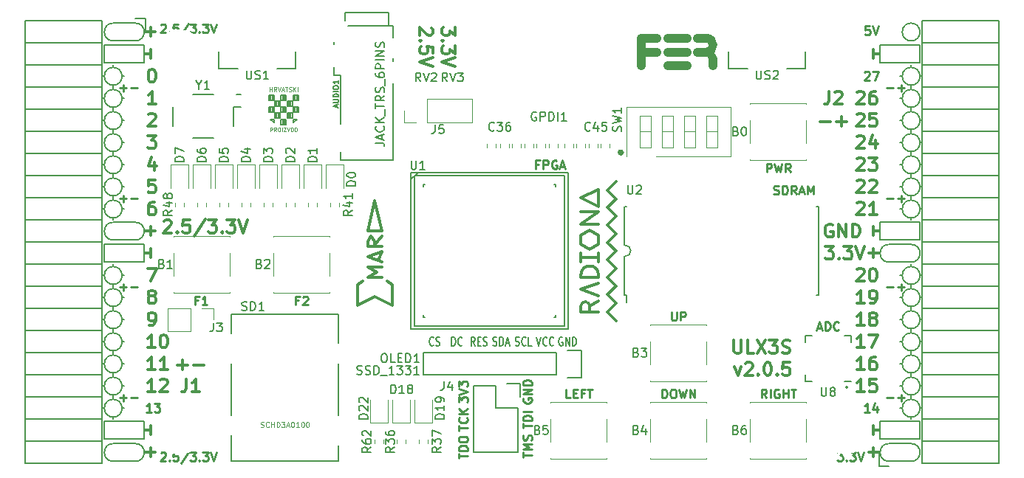
<source format=gto>
G04 #@! TF.GenerationSoftware,KiCad,Pcbnew,5.0.0-rc3+dfsg1-2*
G04 #@! TF.CreationDate,2018-07-18T14:57:21+02:00*
G04 #@! TF.ProjectId,ulx3s,756C7833732E6B696361645F70636200,rev?*
G04 #@! TF.SameCoordinates,Original*
G04 #@! TF.FileFunction,Legend,Top*
G04 #@! TF.FilePolarity,Positive*
%FSLAX46Y46*%
G04 Gerber Fmt 4.6, Leading zero omitted, Abs format (unit mm)*
G04 Created by KiCad (PCBNEW 5.0.0-rc3+dfsg1-2) date Wed Jul 18 14:57:21 2018*
%MOMM*%
%LPD*%
G01*
G04 APERTURE LIST*
%ADD10C,0.250000*%
%ADD11C,0.200000*%
%ADD12C,0.300000*%
%ADD13C,0.120000*%
%ADD14C,0.150000*%
%ADD15C,1.000000*%
%ADD16C,0.152400*%
%ADD17C,0.124460*%
%ADD18C,0.075000*%
%ADD19R,0.400000X2.000000*%
%ADD20C,2.100000*%
%ADD21R,1.220000X2.540000*%
%ADD22R,0.660000X1.000000*%
%ADD23O,1.827200X1.827200*%
%ADD24R,1.827200X1.827200*%
%ADD25C,5.600000*%
%ADD26O,0.950000X0.400000*%
%ADD27O,0.400000X0.950000*%
%ADD28R,1.775000X1.775000*%
%ADD29R,1.827200X2.132000*%
%ADD30O,1.827200X2.132000*%
%ADD31C,0.430000*%
%ADD32R,2.900000X2.100000*%
%ADD33R,2.900000X2.300000*%
%ADD34R,2.900000X2.900000*%
%ADD35C,1.800000*%
%ADD36R,0.800000X1.600000*%
%ADD37R,1.550000X1.000000*%
%ADD38R,1.550000X2.100000*%
%ADD39R,2.300000X1.900000*%
%ADD40R,1.100000X0.770000*%
%ADD41R,1.600000X1.070000*%
%ADD42R,1.800000X1.800000*%
%ADD43O,1.800000X1.800000*%
%ADD44R,1.395000X1.500000*%
%ADD45R,1.900000X2.000000*%
%ADD46R,0.500000X1.450000*%
%ADD47R,2.000000X2.000000*%
%ADD48R,2.200000X1.700000*%
%ADD49R,1.650000X1.400000*%
G04 APERTURE END LIST*
D10*
X116641666Y-93497571D02*
X116308333Y-93497571D01*
X116308333Y-94021380D02*
X116308333Y-93021380D01*
X116784523Y-93021380D01*
X117117857Y-93116619D02*
X117165476Y-93069000D01*
X117260714Y-93021380D01*
X117498809Y-93021380D01*
X117594047Y-93069000D01*
X117641666Y-93116619D01*
X117689285Y-93211857D01*
X117689285Y-93307095D01*
X117641666Y-93449952D01*
X117070238Y-94021380D01*
X117689285Y-94021380D01*
X105084666Y-93497571D02*
X104751333Y-93497571D01*
X104751333Y-94021380D02*
X104751333Y-93021380D01*
X105227523Y-93021380D01*
X106132285Y-94021380D02*
X105560857Y-94021380D01*
X105846571Y-94021380D02*
X105846571Y-93021380D01*
X105751333Y-93164238D01*
X105656095Y-93259476D01*
X105560857Y-93307095D01*
X170236666Y-104689380D02*
X169903333Y-104213190D01*
X169665238Y-104689380D02*
X169665238Y-103689380D01*
X170046190Y-103689380D01*
X170141428Y-103737000D01*
X170189047Y-103784619D01*
X170236666Y-103879857D01*
X170236666Y-104022714D01*
X170189047Y-104117952D01*
X170141428Y-104165571D01*
X170046190Y-104213190D01*
X169665238Y-104213190D01*
X170665238Y-104689380D02*
X170665238Y-103689380D01*
X171665238Y-103737000D02*
X171570000Y-103689380D01*
X171427142Y-103689380D01*
X171284285Y-103737000D01*
X171189047Y-103832238D01*
X171141428Y-103927476D01*
X171093809Y-104117952D01*
X171093809Y-104260809D01*
X171141428Y-104451285D01*
X171189047Y-104546523D01*
X171284285Y-104641761D01*
X171427142Y-104689380D01*
X171522380Y-104689380D01*
X171665238Y-104641761D01*
X171712857Y-104594142D01*
X171712857Y-104260809D01*
X171522380Y-104260809D01*
X172141428Y-104689380D02*
X172141428Y-103689380D01*
X172141428Y-104165571D02*
X172712857Y-104165571D01*
X172712857Y-104689380D02*
X172712857Y-103689380D01*
X173046190Y-103689380D02*
X173617619Y-103689380D01*
X173331904Y-104689380D02*
X173331904Y-103689380D01*
X159354285Y-94799380D02*
X159354285Y-95608904D01*
X159401904Y-95704142D01*
X159449523Y-95751761D01*
X159544761Y-95799380D01*
X159735238Y-95799380D01*
X159830476Y-95751761D01*
X159878095Y-95704142D01*
X159925714Y-95608904D01*
X159925714Y-94799380D01*
X160401904Y-95799380D02*
X160401904Y-94799380D01*
X160782857Y-94799380D01*
X160878095Y-94847000D01*
X160925714Y-94894619D01*
X160973333Y-94989857D01*
X160973333Y-95132714D01*
X160925714Y-95227952D01*
X160878095Y-95275571D01*
X160782857Y-95323190D01*
X160401904Y-95323190D01*
X158259047Y-104689380D02*
X158259047Y-103689380D01*
X158497142Y-103689380D01*
X158640000Y-103737000D01*
X158735238Y-103832238D01*
X158782857Y-103927476D01*
X158830476Y-104117952D01*
X158830476Y-104260809D01*
X158782857Y-104451285D01*
X158735238Y-104546523D01*
X158640000Y-104641761D01*
X158497142Y-104689380D01*
X158259047Y-104689380D01*
X159449523Y-103689380D02*
X159640000Y-103689380D01*
X159735238Y-103737000D01*
X159830476Y-103832238D01*
X159878095Y-104022714D01*
X159878095Y-104356047D01*
X159830476Y-104546523D01*
X159735238Y-104641761D01*
X159640000Y-104689380D01*
X159449523Y-104689380D01*
X159354285Y-104641761D01*
X159259047Y-104546523D01*
X159211428Y-104356047D01*
X159211428Y-104022714D01*
X159259047Y-103832238D01*
X159354285Y-103737000D01*
X159449523Y-103689380D01*
X160211428Y-103689380D02*
X160449523Y-104689380D01*
X160640000Y-103975095D01*
X160830476Y-104689380D01*
X161068571Y-103689380D01*
X161449523Y-104689380D02*
X161449523Y-103689380D01*
X162020952Y-104689380D01*
X162020952Y-103689380D01*
X147757619Y-104689380D02*
X147281428Y-104689380D01*
X147281428Y-103689380D01*
X148090952Y-104165571D02*
X148424285Y-104165571D01*
X148567142Y-104689380D02*
X148090952Y-104689380D01*
X148090952Y-103689380D01*
X148567142Y-103689380D01*
X149329047Y-104165571D02*
X148995714Y-104165571D01*
X148995714Y-104689380D02*
X148995714Y-103689380D01*
X149471904Y-103689380D01*
X149710000Y-103689380D02*
X150281428Y-103689380D01*
X149995714Y-104689380D02*
X149995714Y-103689380D01*
X170251666Y-78781380D02*
X170251666Y-77781380D01*
X170632619Y-77781380D01*
X170727857Y-77829000D01*
X170775476Y-77876619D01*
X170823095Y-77971857D01*
X170823095Y-78114714D01*
X170775476Y-78209952D01*
X170727857Y-78257571D01*
X170632619Y-78305190D01*
X170251666Y-78305190D01*
X171156428Y-77781380D02*
X171394523Y-78781380D01*
X171585000Y-78067095D01*
X171775476Y-78781380D01*
X172013571Y-77781380D01*
X172965952Y-78781380D02*
X172632619Y-78305190D01*
X172394523Y-78781380D02*
X172394523Y-77781380D01*
X172775476Y-77781380D01*
X172870714Y-77829000D01*
X172918333Y-77876619D01*
X172965952Y-77971857D01*
X172965952Y-78114714D01*
X172918333Y-78209952D01*
X172870714Y-78257571D01*
X172775476Y-78305190D01*
X172394523Y-78305190D01*
D11*
X179586000Y-103475000D02*
G75*
G03X179586000Y-103475000I-127000J0D01*
G01*
D12*
X134560428Y-62144714D02*
X134560428Y-63073285D01*
X133989000Y-62573285D01*
X133989000Y-62787571D01*
X133917571Y-62930428D01*
X133846142Y-63001857D01*
X133703285Y-63073285D01*
X133346142Y-63073285D01*
X133203285Y-63001857D01*
X133131857Y-62930428D01*
X133060428Y-62787571D01*
X133060428Y-62359000D01*
X133131857Y-62216142D01*
X133203285Y-62144714D01*
X133203285Y-63716142D02*
X133131857Y-63787571D01*
X133060428Y-63716142D01*
X133131857Y-63644714D01*
X133203285Y-63716142D01*
X133060428Y-63716142D01*
X134560428Y-64287571D02*
X134560428Y-65216142D01*
X133989000Y-64716142D01*
X133989000Y-64930428D01*
X133917571Y-65073285D01*
X133846142Y-65144714D01*
X133703285Y-65216142D01*
X133346142Y-65216142D01*
X133203285Y-65144714D01*
X133131857Y-65073285D01*
X133060428Y-64930428D01*
X133060428Y-64501857D01*
X133131857Y-64359000D01*
X133203285Y-64287571D01*
X134560428Y-65644714D02*
X133060428Y-66144714D01*
X134560428Y-66644714D01*
X131877571Y-62216142D02*
X131949000Y-62287571D01*
X132020428Y-62430428D01*
X132020428Y-62787571D01*
X131949000Y-62930428D01*
X131877571Y-63001857D01*
X131734714Y-63073285D01*
X131591857Y-63073285D01*
X131377571Y-63001857D01*
X130520428Y-62144714D01*
X130520428Y-63073285D01*
X130663285Y-63716142D02*
X130591857Y-63787571D01*
X130520428Y-63716142D01*
X130591857Y-63644714D01*
X130663285Y-63716142D01*
X130520428Y-63716142D01*
X132020428Y-65144714D02*
X132020428Y-64430428D01*
X131306142Y-64359000D01*
X131377571Y-64430428D01*
X131449000Y-64573285D01*
X131449000Y-64930428D01*
X131377571Y-65073285D01*
X131306142Y-65144714D01*
X131163285Y-65216142D01*
X130806142Y-65216142D01*
X130663285Y-65144714D01*
X130591857Y-65073285D01*
X130520428Y-64930428D01*
X130520428Y-64573285D01*
X130591857Y-64430428D01*
X130663285Y-64359000D01*
X132020428Y-65644714D02*
X130520428Y-66144714D01*
X132020428Y-66644714D01*
X102760000Y-100897142D02*
X103902857Y-100897142D01*
X103331428Y-101468571D02*
X103331428Y-100325714D01*
X104617142Y-100897142D02*
X105760000Y-100897142D01*
X166592714Y-101121571D02*
X166949857Y-102121571D01*
X167307000Y-101121571D01*
X167807000Y-100764428D02*
X167878428Y-100693000D01*
X168021285Y-100621571D01*
X168378428Y-100621571D01*
X168521285Y-100693000D01*
X168592714Y-100764428D01*
X168664142Y-100907285D01*
X168664142Y-101050142D01*
X168592714Y-101264428D01*
X167735571Y-102121571D01*
X168664142Y-102121571D01*
X169307000Y-101978714D02*
X169378428Y-102050142D01*
X169307000Y-102121571D01*
X169235571Y-102050142D01*
X169307000Y-101978714D01*
X169307000Y-102121571D01*
X170307000Y-100621571D02*
X170449857Y-100621571D01*
X170592714Y-100693000D01*
X170664142Y-100764428D01*
X170735571Y-100907285D01*
X170807000Y-101193000D01*
X170807000Y-101550142D01*
X170735571Y-101835857D01*
X170664142Y-101978714D01*
X170592714Y-102050142D01*
X170449857Y-102121571D01*
X170307000Y-102121571D01*
X170164142Y-102050142D01*
X170092714Y-101978714D01*
X170021285Y-101835857D01*
X169949857Y-101550142D01*
X169949857Y-101193000D01*
X170021285Y-100907285D01*
X170092714Y-100764428D01*
X170164142Y-100693000D01*
X170307000Y-100621571D01*
X171449857Y-101978714D02*
X171521285Y-102050142D01*
X171449857Y-102121571D01*
X171378428Y-102050142D01*
X171449857Y-101978714D01*
X171449857Y-102121571D01*
X172878428Y-100621571D02*
X172164142Y-100621571D01*
X172092714Y-101335857D01*
X172164142Y-101264428D01*
X172307000Y-101193000D01*
X172664142Y-101193000D01*
X172807000Y-101264428D01*
X172878428Y-101335857D01*
X172949857Y-101478714D01*
X172949857Y-101835857D01*
X172878428Y-101978714D01*
X172807000Y-102050142D01*
X172664142Y-102121571D01*
X172307000Y-102121571D01*
X172164142Y-102050142D01*
X172092714Y-101978714D01*
X182492000Y-87582000D02*
X182492000Y-88598000D01*
X181984000Y-88090000D02*
X183254000Y-88090000D01*
X182492000Y-110442000D02*
X182492000Y-111458000D01*
X183254000Y-110950000D02*
X181984000Y-110950000D01*
X99688000Y-110442000D02*
X99688000Y-111458000D01*
X98926000Y-110950000D02*
X100196000Y-110950000D01*
X99688000Y-62182000D02*
X99688000Y-63198000D01*
X98926000Y-62690000D02*
X100196000Y-62690000D01*
X99688000Y-85042000D02*
X99688000Y-86058000D01*
X98926000Y-85550000D02*
X100196000Y-85550000D01*
D11*
X97910000Y-63706000D02*
G75*
G03X97910000Y-61674000I0J1016000D01*
G01*
X184270000Y-109934000D02*
G75*
G03X184270000Y-111966000I0J-1016000D01*
G01*
X95370000Y-111966000D02*
X97910000Y-111966000D01*
X95370000Y-109934000D02*
X97910000Y-109934000D01*
X97910000Y-111966000D02*
G75*
G03X97910000Y-109934000I0J1016000D01*
G01*
X95370000Y-109934000D02*
G75*
G03X95370000Y-111966000I0J-1016000D01*
G01*
X95370000Y-61674000D02*
X97910000Y-61674000D01*
X95370000Y-63706000D02*
X97910000Y-63706000D01*
X95370000Y-61674000D02*
G75*
G03X95370000Y-63706000I0J-1016000D01*
G01*
X95370000Y-84534000D02*
X97910000Y-84534000D01*
X95370000Y-86566000D02*
X97910000Y-86566000D01*
X95370000Y-84534000D02*
G75*
G03X95370000Y-86566000I0J-1016000D01*
G01*
X97910000Y-86566000D02*
G75*
G03X97910000Y-84534000I0J1016000D01*
G01*
X187826000Y-62690000D02*
G75*
G03X187826000Y-62690000I-1016000J0D01*
G01*
X184270000Y-89106000D02*
X186810000Y-89106000D01*
X184270000Y-87074000D02*
X186810000Y-87074000D01*
X184270000Y-87074000D02*
G75*
G03X184270000Y-89106000I0J-1016000D01*
G01*
X186810000Y-89106000D02*
G75*
G03X186810000Y-87074000I0J1016000D01*
G01*
X186810000Y-111966000D02*
X184270000Y-111966000D01*
X186810000Y-109934000D02*
X184270000Y-109934000D01*
X186810000Y-111966000D02*
G75*
G03X186810000Y-109934000I0J1016000D01*
G01*
X94354000Y-66246000D02*
X94354000Y-64214000D01*
X98926000Y-66246000D02*
X94354000Y-66246000D01*
X98926000Y-64214000D02*
X98926000Y-66246000D01*
X94354000Y-64214000D02*
X98926000Y-64214000D01*
X94354000Y-87074000D02*
X98926000Y-87074000D01*
X94354000Y-89106000D02*
X94354000Y-87074000D01*
X98926000Y-89106000D02*
X94354000Y-89106000D01*
X98926000Y-87074000D02*
X98926000Y-89106000D01*
X94354000Y-109426000D02*
X98926000Y-109426000D01*
X94354000Y-107394000D02*
X94354000Y-109426000D01*
X98926000Y-107394000D02*
X94354000Y-107394000D01*
X98926000Y-109426000D02*
X98926000Y-107394000D01*
X183254000Y-109426000D02*
X187826000Y-109426000D01*
X183254000Y-107394000D02*
X183254000Y-109426000D01*
X187826000Y-107394000D02*
X187826000Y-109426000D01*
X183254000Y-107394000D02*
X187826000Y-107394000D01*
X183254000Y-66246000D02*
X187826000Y-66246000D01*
X183254000Y-64214000D02*
X183254000Y-66246000D01*
X187826000Y-64214000D02*
X183254000Y-64214000D01*
X187826000Y-66246000D02*
X187826000Y-64214000D01*
X183254000Y-84534000D02*
X187826000Y-84534000D01*
X183254000Y-86566000D02*
X183254000Y-84534000D01*
X187826000Y-86566000D02*
X183254000Y-86566000D01*
X187826000Y-84534000D02*
X187826000Y-86566000D01*
D10*
X96148000Y-69111428D02*
X96909904Y-69111428D01*
X96528952Y-69492380D02*
X96528952Y-68730476D01*
X97386095Y-69111428D02*
X98148000Y-69111428D01*
X96148000Y-81811428D02*
X96909904Y-81811428D01*
X96528952Y-82192380D02*
X96528952Y-81430476D01*
X97386095Y-81811428D02*
X98148000Y-81811428D01*
X96148000Y-91971428D02*
X96909904Y-91971428D01*
X96528952Y-92352380D02*
X96528952Y-91590476D01*
X97386095Y-91971428D02*
X98148000Y-91971428D01*
X96148000Y-104671428D02*
X96909904Y-104671428D01*
X96528952Y-105052380D02*
X96528952Y-104290476D01*
X97386095Y-104671428D02*
X98148000Y-104671428D01*
X184032000Y-104671428D02*
X184793904Y-104671428D01*
X185270095Y-104671428D02*
X186032000Y-104671428D01*
X185651047Y-105052380D02*
X185651047Y-104290476D01*
X184032000Y-91971428D02*
X184793904Y-91971428D01*
X185270095Y-91971428D02*
X186032000Y-91971428D01*
X185651047Y-92352380D02*
X185651047Y-91590476D01*
X184032000Y-81811428D02*
X184793904Y-81811428D01*
X185270095Y-81811428D02*
X186032000Y-81811428D01*
X185651047Y-82192380D02*
X185651047Y-81430476D01*
X184032000Y-69111428D02*
X184793904Y-69111428D01*
X185270095Y-69111428D02*
X186032000Y-69111428D01*
X185651047Y-69492380D02*
X185651047Y-68730476D01*
D12*
X176420000Y-72957142D02*
X177562857Y-72957142D01*
X178277142Y-72957142D02*
X179420000Y-72957142D01*
X178848571Y-73528571D02*
X178848571Y-72385714D01*
D11*
X187826000Y-67770000D02*
G75*
G03X187826000Y-67770000I-1016000J0D01*
G01*
X187826000Y-70310000D02*
G75*
G03X187826000Y-70310000I-1016000J0D01*
G01*
X187826000Y-72850000D02*
G75*
G03X187826000Y-72850000I-1016000J0D01*
G01*
X187826000Y-75390000D02*
G75*
G03X187826000Y-75390000I-1016000J0D01*
G01*
X187826000Y-77930000D02*
G75*
G03X187826000Y-77930000I-1016000J0D01*
G01*
X187826000Y-80470000D02*
G75*
G03X187826000Y-80470000I-1016000J0D01*
G01*
X187826000Y-83010000D02*
G75*
G03X187826000Y-83010000I-1016000J0D01*
G01*
X187826000Y-90630000D02*
G75*
G03X187826000Y-90630000I-1016000J0D01*
G01*
X187826000Y-93170000D02*
G75*
G03X187826000Y-93170000I-1016000J0D01*
G01*
X187826000Y-95710000D02*
G75*
G03X187826000Y-95710000I-1016000J0D01*
G01*
X187826000Y-98250000D02*
G75*
G03X187826000Y-98250000I-1016000J0D01*
G01*
X187826000Y-100790000D02*
G75*
G03X187826000Y-100790000I-1016000J0D01*
G01*
X187826000Y-103330000D02*
G75*
G03X187826000Y-103330000I-1016000J0D01*
G01*
X187826000Y-105870000D02*
G75*
G03X187826000Y-105870000I-1016000J0D01*
G01*
X96386000Y-105870000D02*
G75*
G03X96386000Y-105870000I-1016000J0D01*
G01*
X96386000Y-103330000D02*
G75*
G03X96386000Y-103330000I-1016000J0D01*
G01*
X96386000Y-100790000D02*
G75*
G03X96386000Y-100790000I-1016000J0D01*
G01*
X96386000Y-98250000D02*
G75*
G03X96386000Y-98250000I-1016000J0D01*
G01*
X96386000Y-95710000D02*
G75*
G03X96386000Y-95710000I-1016000J0D01*
G01*
X96386000Y-93170000D02*
G75*
G03X96386000Y-93170000I-1016000J0D01*
G01*
X96386000Y-90630000D02*
G75*
G03X96386000Y-90630000I-1016000J0D01*
G01*
X96386000Y-83010000D02*
G75*
G03X96386000Y-83010000I-1016000J0D01*
G01*
X96386000Y-80470000D02*
G75*
G03X96386000Y-80470000I-1016000J0D01*
G01*
X96386000Y-77930000D02*
G75*
G03X96386000Y-77930000I-1016000J0D01*
G01*
X96386000Y-75390000D02*
G75*
G03X96386000Y-75390000I-1016000J0D01*
G01*
X96386000Y-72850000D02*
G75*
G03X96386000Y-72850000I-1016000J0D01*
G01*
X96386000Y-70310000D02*
G75*
G03X96386000Y-70310000I-1016000J0D01*
G01*
X96386000Y-67770000D02*
G75*
G03X96386000Y-67770000I-1016000J0D01*
G01*
D12*
X177793142Y-84800000D02*
X177650285Y-84728571D01*
X177436000Y-84728571D01*
X177221714Y-84800000D01*
X177078857Y-84942857D01*
X177007428Y-85085714D01*
X176936000Y-85371428D01*
X176936000Y-85585714D01*
X177007428Y-85871428D01*
X177078857Y-86014285D01*
X177221714Y-86157142D01*
X177436000Y-86228571D01*
X177578857Y-86228571D01*
X177793142Y-86157142D01*
X177864571Y-86085714D01*
X177864571Y-85585714D01*
X177578857Y-85585714D01*
X178507428Y-86228571D02*
X178507428Y-84728571D01*
X179364571Y-86228571D01*
X179364571Y-84728571D01*
X180078857Y-86228571D02*
X180078857Y-84728571D01*
X180436000Y-84728571D01*
X180650285Y-84800000D01*
X180793142Y-84942857D01*
X180864571Y-85085714D01*
X180936000Y-85371428D01*
X180936000Y-85585714D01*
X180864571Y-85871428D01*
X180793142Y-86014285D01*
X180650285Y-86157142D01*
X180436000Y-86228571D01*
X180078857Y-86228571D01*
X182492000Y-86058000D02*
X182492000Y-85042000D01*
X183254000Y-85550000D02*
X182492000Y-85550000D01*
X182492000Y-107902000D02*
X182492000Y-108918000D01*
X182492000Y-108410000D02*
X183254000Y-108410000D01*
D10*
X182047523Y-106322380D02*
X181476095Y-106322380D01*
X181761809Y-106322380D02*
X181761809Y-105322380D01*
X181666571Y-105465238D01*
X181571333Y-105560476D01*
X181476095Y-105608095D01*
X182904666Y-105655714D02*
X182904666Y-106322380D01*
X182666571Y-105274761D02*
X182428476Y-105989047D01*
X183047523Y-105989047D01*
X181476095Y-67317619D02*
X181523714Y-67270000D01*
X181618952Y-67222380D01*
X181857047Y-67222380D01*
X181952285Y-67270000D01*
X181999904Y-67317619D01*
X182047523Y-67412857D01*
X182047523Y-67508095D01*
X181999904Y-67650952D01*
X181428476Y-68222380D01*
X182047523Y-68222380D01*
X182380857Y-67222380D02*
X183047523Y-67222380D01*
X182618952Y-68222380D01*
D12*
X182492000Y-64722000D02*
X182492000Y-65738000D01*
X182492000Y-65230000D02*
X183254000Y-65230000D01*
X99688000Y-107902000D02*
X99688000Y-108918000D01*
X98926000Y-108410000D02*
X99688000Y-108410000D01*
X99315000Y-74568571D02*
X100243571Y-74568571D01*
X99743571Y-75140000D01*
X99957857Y-75140000D01*
X100100714Y-75211428D01*
X100172142Y-75282857D01*
X100243571Y-75425714D01*
X100243571Y-75782857D01*
X100172142Y-75925714D01*
X100100714Y-75997142D01*
X99957857Y-76068571D01*
X99529285Y-76068571D01*
X99386428Y-75997142D01*
X99315000Y-75925714D01*
X100100714Y-77608571D02*
X100100714Y-78608571D01*
X99743571Y-77037142D02*
X99386428Y-78108571D01*
X100315000Y-78108571D01*
X100172142Y-79648571D02*
X99457857Y-79648571D01*
X99386428Y-80362857D01*
X99457857Y-80291428D01*
X99600714Y-80220000D01*
X99957857Y-80220000D01*
X100100714Y-80291428D01*
X100172142Y-80362857D01*
X100243571Y-80505714D01*
X100243571Y-80862857D01*
X100172142Y-81005714D01*
X100100714Y-81077142D01*
X99957857Y-81148571D01*
X99600714Y-81148571D01*
X99457857Y-81077142D01*
X99386428Y-81005714D01*
D10*
X99751523Y-106322380D02*
X99180095Y-106322380D01*
X99465809Y-106322380D02*
X99465809Y-105322380D01*
X99370571Y-105465238D01*
X99275333Y-105560476D01*
X99180095Y-105608095D01*
X100084857Y-105322380D02*
X100703904Y-105322380D01*
X100370571Y-105703333D01*
X100513428Y-105703333D01*
X100608666Y-105750952D01*
X100656285Y-105798571D01*
X100703904Y-105893809D01*
X100703904Y-106131904D01*
X100656285Y-106227142D01*
X100608666Y-106274761D01*
X100513428Y-106322380D01*
X100227714Y-106322380D01*
X100132476Y-106274761D01*
X100084857Y-106227142D01*
D12*
X99315000Y-89808571D02*
X100315000Y-89808571D01*
X99672142Y-91308571D01*
X99688000Y-87582000D02*
X99688000Y-88598000D01*
X98926000Y-88090000D02*
X99688000Y-88090000D01*
X99688000Y-64722000D02*
X99688000Y-65738000D01*
X98926000Y-65230000D02*
X99688000Y-65230000D01*
D10*
X100817976Y-61874619D02*
X100865595Y-61827000D01*
X100960833Y-61779380D01*
X101198928Y-61779380D01*
X101294166Y-61827000D01*
X101341785Y-61874619D01*
X101389404Y-61969857D01*
X101389404Y-62065095D01*
X101341785Y-62207952D01*
X100770357Y-62779380D01*
X101389404Y-62779380D01*
X101817976Y-62684142D02*
X101865595Y-62731761D01*
X101817976Y-62779380D01*
X101770357Y-62731761D01*
X101817976Y-62684142D01*
X101817976Y-62779380D01*
X102770357Y-61779380D02*
X102294166Y-61779380D01*
X102246547Y-62255571D01*
X102294166Y-62207952D01*
X102389404Y-62160333D01*
X102627500Y-62160333D01*
X102722738Y-62207952D01*
X102770357Y-62255571D01*
X102817976Y-62350809D01*
X102817976Y-62588904D01*
X102770357Y-62684142D01*
X102722738Y-62731761D01*
X102627500Y-62779380D01*
X102389404Y-62779380D01*
X102294166Y-62731761D01*
X102246547Y-62684142D01*
X103960833Y-61731761D02*
X103103690Y-63017476D01*
X104198928Y-61779380D02*
X104817976Y-61779380D01*
X104484642Y-62160333D01*
X104627500Y-62160333D01*
X104722738Y-62207952D01*
X104770357Y-62255571D01*
X104817976Y-62350809D01*
X104817976Y-62588904D01*
X104770357Y-62684142D01*
X104722738Y-62731761D01*
X104627500Y-62779380D01*
X104341785Y-62779380D01*
X104246547Y-62731761D01*
X104198928Y-62684142D01*
X105246547Y-62684142D02*
X105294166Y-62731761D01*
X105246547Y-62779380D01*
X105198928Y-62731761D01*
X105246547Y-62684142D01*
X105246547Y-62779380D01*
X105627500Y-61779380D02*
X106246547Y-61779380D01*
X105913214Y-62160333D01*
X106056071Y-62160333D01*
X106151309Y-62207952D01*
X106198928Y-62255571D01*
X106246547Y-62350809D01*
X106246547Y-62588904D01*
X106198928Y-62684142D01*
X106151309Y-62731761D01*
X106056071Y-62779380D01*
X105770357Y-62779380D01*
X105675119Y-62731761D01*
X105627500Y-62684142D01*
X106532261Y-61779380D02*
X106865595Y-62779380D01*
X107198928Y-61779380D01*
X178360261Y-110910380D02*
X178979309Y-110910380D01*
X178645976Y-111291333D01*
X178788833Y-111291333D01*
X178884071Y-111338952D01*
X178931690Y-111386571D01*
X178979309Y-111481809D01*
X178979309Y-111719904D01*
X178931690Y-111815142D01*
X178884071Y-111862761D01*
X178788833Y-111910380D01*
X178503119Y-111910380D01*
X178407880Y-111862761D01*
X178360261Y-111815142D01*
X179407880Y-111815142D02*
X179455500Y-111862761D01*
X179407880Y-111910380D01*
X179360261Y-111862761D01*
X179407880Y-111815142D01*
X179407880Y-111910380D01*
X179788833Y-110910380D02*
X180407880Y-110910380D01*
X180074547Y-111291333D01*
X180217404Y-111291333D01*
X180312642Y-111338952D01*
X180360261Y-111386571D01*
X180407880Y-111481809D01*
X180407880Y-111719904D01*
X180360261Y-111815142D01*
X180312642Y-111862761D01*
X180217404Y-111910380D01*
X179931690Y-111910380D01*
X179836452Y-111862761D01*
X179788833Y-111815142D01*
X180693595Y-110910380D02*
X181026928Y-111910380D01*
X181360261Y-110910380D01*
D12*
X101199714Y-84381428D02*
X101271142Y-84310000D01*
X101414000Y-84238571D01*
X101771142Y-84238571D01*
X101914000Y-84310000D01*
X101985428Y-84381428D01*
X102056857Y-84524285D01*
X102056857Y-84667142D01*
X101985428Y-84881428D01*
X101128285Y-85738571D01*
X102056857Y-85738571D01*
X102699714Y-85595714D02*
X102771142Y-85667142D01*
X102699714Y-85738571D01*
X102628285Y-85667142D01*
X102699714Y-85595714D01*
X102699714Y-85738571D01*
X104128285Y-84238571D02*
X103414000Y-84238571D01*
X103342571Y-84952857D01*
X103414000Y-84881428D01*
X103556857Y-84810000D01*
X103914000Y-84810000D01*
X104056857Y-84881428D01*
X104128285Y-84952857D01*
X104199714Y-85095714D01*
X104199714Y-85452857D01*
X104128285Y-85595714D01*
X104056857Y-85667142D01*
X103914000Y-85738571D01*
X103556857Y-85738571D01*
X103414000Y-85667142D01*
X103342571Y-85595714D01*
X105914000Y-84167142D02*
X104628285Y-86095714D01*
X106271142Y-84238571D02*
X107199714Y-84238571D01*
X106699714Y-84810000D01*
X106914000Y-84810000D01*
X107056857Y-84881428D01*
X107128285Y-84952857D01*
X107199714Y-85095714D01*
X107199714Y-85452857D01*
X107128285Y-85595714D01*
X107056857Y-85667142D01*
X106914000Y-85738571D01*
X106485428Y-85738571D01*
X106342571Y-85667142D01*
X106271142Y-85595714D01*
X107842571Y-85595714D02*
X107914000Y-85667142D01*
X107842571Y-85738571D01*
X107771142Y-85667142D01*
X107842571Y-85595714D01*
X107842571Y-85738571D01*
X108414000Y-84238571D02*
X109342571Y-84238571D01*
X108842571Y-84810000D01*
X109056857Y-84810000D01*
X109199714Y-84881428D01*
X109271142Y-84952857D01*
X109342571Y-85095714D01*
X109342571Y-85452857D01*
X109271142Y-85595714D01*
X109199714Y-85667142D01*
X109056857Y-85738571D01*
X108628285Y-85738571D01*
X108485428Y-85667142D01*
X108414000Y-85595714D01*
X109771142Y-84238571D02*
X110271142Y-85738571D01*
X110771142Y-84238571D01*
D10*
X100817976Y-111023619D02*
X100865595Y-110976000D01*
X100960833Y-110928380D01*
X101198928Y-110928380D01*
X101294166Y-110976000D01*
X101341785Y-111023619D01*
X101389404Y-111118857D01*
X101389404Y-111214095D01*
X101341785Y-111356952D01*
X100770357Y-111928380D01*
X101389404Y-111928380D01*
X101817976Y-111833142D02*
X101865595Y-111880761D01*
X101817976Y-111928380D01*
X101770357Y-111880761D01*
X101817976Y-111833142D01*
X101817976Y-111928380D01*
X102770357Y-110928380D02*
X102294166Y-110928380D01*
X102246547Y-111404571D01*
X102294166Y-111356952D01*
X102389404Y-111309333D01*
X102627500Y-111309333D01*
X102722738Y-111356952D01*
X102770357Y-111404571D01*
X102817976Y-111499809D01*
X102817976Y-111737904D01*
X102770357Y-111833142D01*
X102722738Y-111880761D01*
X102627500Y-111928380D01*
X102389404Y-111928380D01*
X102294166Y-111880761D01*
X102246547Y-111833142D01*
X103960833Y-110880761D02*
X103103690Y-112166476D01*
X104198928Y-110928380D02*
X104817976Y-110928380D01*
X104484642Y-111309333D01*
X104627500Y-111309333D01*
X104722738Y-111356952D01*
X104770357Y-111404571D01*
X104817976Y-111499809D01*
X104817976Y-111737904D01*
X104770357Y-111833142D01*
X104722738Y-111880761D01*
X104627500Y-111928380D01*
X104341785Y-111928380D01*
X104246547Y-111880761D01*
X104198928Y-111833142D01*
X105246547Y-111833142D02*
X105294166Y-111880761D01*
X105246547Y-111928380D01*
X105198928Y-111880761D01*
X105246547Y-111833142D01*
X105246547Y-111928380D01*
X105627500Y-110928380D02*
X106246547Y-110928380D01*
X105913214Y-111309333D01*
X106056071Y-111309333D01*
X106151309Y-111356952D01*
X106198928Y-111404571D01*
X106246547Y-111499809D01*
X106246547Y-111737904D01*
X106198928Y-111833142D01*
X106151309Y-111880761D01*
X106056071Y-111928380D01*
X105770357Y-111928380D01*
X105675119Y-111880761D01*
X105627500Y-111833142D01*
X106532261Y-110928380D02*
X106865595Y-111928380D01*
X107198928Y-110928380D01*
X182047523Y-62015380D02*
X181571333Y-62015380D01*
X181523714Y-62491571D01*
X181571333Y-62443952D01*
X181666571Y-62396333D01*
X181904666Y-62396333D01*
X181999904Y-62443952D01*
X182047523Y-62491571D01*
X182095142Y-62586809D01*
X182095142Y-62824904D01*
X182047523Y-62920142D01*
X181999904Y-62967761D01*
X181904666Y-63015380D01*
X181666571Y-63015380D01*
X181571333Y-62967761D01*
X181523714Y-62920142D01*
X182380857Y-62015380D02*
X182714190Y-63015380D01*
X183047523Y-62015380D01*
D12*
X180587142Y-69631428D02*
X180658571Y-69560000D01*
X180801428Y-69488571D01*
X181158571Y-69488571D01*
X181301428Y-69560000D01*
X181372857Y-69631428D01*
X181444285Y-69774285D01*
X181444285Y-69917142D01*
X181372857Y-70131428D01*
X180515714Y-70988571D01*
X181444285Y-70988571D01*
X182730000Y-69488571D02*
X182444285Y-69488571D01*
X182301428Y-69560000D01*
X182230000Y-69631428D01*
X182087142Y-69845714D01*
X182015714Y-70131428D01*
X182015714Y-70702857D01*
X182087142Y-70845714D01*
X182158571Y-70917142D01*
X182301428Y-70988571D01*
X182587142Y-70988571D01*
X182730000Y-70917142D01*
X182801428Y-70845714D01*
X182872857Y-70702857D01*
X182872857Y-70345714D01*
X182801428Y-70202857D01*
X182730000Y-70131428D01*
X182587142Y-70060000D01*
X182301428Y-70060000D01*
X182158571Y-70131428D01*
X182087142Y-70202857D01*
X182015714Y-70345714D01*
X180587142Y-72171428D02*
X180658571Y-72100000D01*
X180801428Y-72028571D01*
X181158571Y-72028571D01*
X181301428Y-72100000D01*
X181372857Y-72171428D01*
X181444285Y-72314285D01*
X181444285Y-72457142D01*
X181372857Y-72671428D01*
X180515714Y-73528571D01*
X181444285Y-73528571D01*
X182801428Y-72028571D02*
X182087142Y-72028571D01*
X182015714Y-72742857D01*
X182087142Y-72671428D01*
X182230000Y-72600000D01*
X182587142Y-72600000D01*
X182730000Y-72671428D01*
X182801428Y-72742857D01*
X182872857Y-72885714D01*
X182872857Y-73242857D01*
X182801428Y-73385714D01*
X182730000Y-73457142D01*
X182587142Y-73528571D01*
X182230000Y-73528571D01*
X182087142Y-73457142D01*
X182015714Y-73385714D01*
X180587142Y-74711428D02*
X180658571Y-74640000D01*
X180801428Y-74568571D01*
X181158571Y-74568571D01*
X181301428Y-74640000D01*
X181372857Y-74711428D01*
X181444285Y-74854285D01*
X181444285Y-74997142D01*
X181372857Y-75211428D01*
X180515714Y-76068571D01*
X181444285Y-76068571D01*
X182730000Y-75068571D02*
X182730000Y-76068571D01*
X182372857Y-74497142D02*
X182015714Y-75568571D01*
X182944285Y-75568571D01*
X180587142Y-77251428D02*
X180658571Y-77180000D01*
X180801428Y-77108571D01*
X181158571Y-77108571D01*
X181301428Y-77180000D01*
X181372857Y-77251428D01*
X181444285Y-77394285D01*
X181444285Y-77537142D01*
X181372857Y-77751428D01*
X180515714Y-78608571D01*
X181444285Y-78608571D01*
X181944285Y-77108571D02*
X182872857Y-77108571D01*
X182372857Y-77680000D01*
X182587142Y-77680000D01*
X182730000Y-77751428D01*
X182801428Y-77822857D01*
X182872857Y-77965714D01*
X182872857Y-78322857D01*
X182801428Y-78465714D01*
X182730000Y-78537142D01*
X182587142Y-78608571D01*
X182158571Y-78608571D01*
X182015714Y-78537142D01*
X181944285Y-78465714D01*
X180587142Y-79791428D02*
X180658571Y-79720000D01*
X180801428Y-79648571D01*
X181158571Y-79648571D01*
X181301428Y-79720000D01*
X181372857Y-79791428D01*
X181444285Y-79934285D01*
X181444285Y-80077142D01*
X181372857Y-80291428D01*
X180515714Y-81148571D01*
X181444285Y-81148571D01*
X182015714Y-79791428D02*
X182087142Y-79720000D01*
X182230000Y-79648571D01*
X182587142Y-79648571D01*
X182730000Y-79720000D01*
X182801428Y-79791428D01*
X182872857Y-79934285D01*
X182872857Y-80077142D01*
X182801428Y-80291428D01*
X181944285Y-81148571D01*
X182872857Y-81148571D01*
X180587142Y-82331428D02*
X180658571Y-82260000D01*
X180801428Y-82188571D01*
X181158571Y-82188571D01*
X181301428Y-82260000D01*
X181372857Y-82331428D01*
X181444285Y-82474285D01*
X181444285Y-82617142D01*
X181372857Y-82831428D01*
X180515714Y-83688571D01*
X181444285Y-83688571D01*
X182872857Y-83688571D02*
X182015714Y-83688571D01*
X182444285Y-83688571D02*
X182444285Y-82188571D01*
X182301428Y-82402857D01*
X182158571Y-82545714D01*
X182015714Y-82617142D01*
X176975714Y-87268571D02*
X177904285Y-87268571D01*
X177404285Y-87840000D01*
X177618571Y-87840000D01*
X177761428Y-87911428D01*
X177832857Y-87982857D01*
X177904285Y-88125714D01*
X177904285Y-88482857D01*
X177832857Y-88625714D01*
X177761428Y-88697142D01*
X177618571Y-88768571D01*
X177190000Y-88768571D01*
X177047142Y-88697142D01*
X176975714Y-88625714D01*
X178547142Y-88625714D02*
X178618571Y-88697142D01*
X178547142Y-88768571D01*
X178475714Y-88697142D01*
X178547142Y-88625714D01*
X178547142Y-88768571D01*
X179118571Y-87268571D02*
X180047142Y-87268571D01*
X179547142Y-87840000D01*
X179761428Y-87840000D01*
X179904285Y-87911428D01*
X179975714Y-87982857D01*
X180047142Y-88125714D01*
X180047142Y-88482857D01*
X179975714Y-88625714D01*
X179904285Y-88697142D01*
X179761428Y-88768571D01*
X179332857Y-88768571D01*
X179190000Y-88697142D01*
X179118571Y-88625714D01*
X180475714Y-87268571D02*
X180975714Y-88768571D01*
X181475714Y-87268571D01*
X180587142Y-89951428D02*
X180658571Y-89880000D01*
X180801428Y-89808571D01*
X181158571Y-89808571D01*
X181301428Y-89880000D01*
X181372857Y-89951428D01*
X181444285Y-90094285D01*
X181444285Y-90237142D01*
X181372857Y-90451428D01*
X180515714Y-91308571D01*
X181444285Y-91308571D01*
X182372857Y-89808571D02*
X182515714Y-89808571D01*
X182658571Y-89880000D01*
X182730000Y-89951428D01*
X182801428Y-90094285D01*
X182872857Y-90380000D01*
X182872857Y-90737142D01*
X182801428Y-91022857D01*
X182730000Y-91165714D01*
X182658571Y-91237142D01*
X182515714Y-91308571D01*
X182372857Y-91308571D01*
X182230000Y-91237142D01*
X182158571Y-91165714D01*
X182087142Y-91022857D01*
X182015714Y-90737142D01*
X182015714Y-90380000D01*
X182087142Y-90094285D01*
X182158571Y-89951428D01*
X182230000Y-89880000D01*
X182372857Y-89808571D01*
X181444285Y-93848571D02*
X180587142Y-93848571D01*
X181015714Y-93848571D02*
X181015714Y-92348571D01*
X180872857Y-92562857D01*
X180730000Y-92705714D01*
X180587142Y-92777142D01*
X182158571Y-93848571D02*
X182444285Y-93848571D01*
X182587142Y-93777142D01*
X182658571Y-93705714D01*
X182801428Y-93491428D01*
X182872857Y-93205714D01*
X182872857Y-92634285D01*
X182801428Y-92491428D01*
X182730000Y-92420000D01*
X182587142Y-92348571D01*
X182301428Y-92348571D01*
X182158571Y-92420000D01*
X182087142Y-92491428D01*
X182015714Y-92634285D01*
X182015714Y-92991428D01*
X182087142Y-93134285D01*
X182158571Y-93205714D01*
X182301428Y-93277142D01*
X182587142Y-93277142D01*
X182730000Y-93205714D01*
X182801428Y-93134285D01*
X182872857Y-92991428D01*
X181444285Y-96388571D02*
X180587142Y-96388571D01*
X181015714Y-96388571D02*
X181015714Y-94888571D01*
X180872857Y-95102857D01*
X180730000Y-95245714D01*
X180587142Y-95317142D01*
X182301428Y-95531428D02*
X182158571Y-95460000D01*
X182087142Y-95388571D01*
X182015714Y-95245714D01*
X182015714Y-95174285D01*
X182087142Y-95031428D01*
X182158571Y-94960000D01*
X182301428Y-94888571D01*
X182587142Y-94888571D01*
X182730000Y-94960000D01*
X182801428Y-95031428D01*
X182872857Y-95174285D01*
X182872857Y-95245714D01*
X182801428Y-95388571D01*
X182730000Y-95460000D01*
X182587142Y-95531428D01*
X182301428Y-95531428D01*
X182158571Y-95602857D01*
X182087142Y-95674285D01*
X182015714Y-95817142D01*
X182015714Y-96102857D01*
X182087142Y-96245714D01*
X182158571Y-96317142D01*
X182301428Y-96388571D01*
X182587142Y-96388571D01*
X182730000Y-96317142D01*
X182801428Y-96245714D01*
X182872857Y-96102857D01*
X182872857Y-95817142D01*
X182801428Y-95674285D01*
X182730000Y-95602857D01*
X182587142Y-95531428D01*
X181444285Y-98928571D02*
X180587142Y-98928571D01*
X181015714Y-98928571D02*
X181015714Y-97428571D01*
X180872857Y-97642857D01*
X180730000Y-97785714D01*
X180587142Y-97857142D01*
X181944285Y-97428571D02*
X182944285Y-97428571D01*
X182301428Y-98928571D01*
X181444285Y-101468571D02*
X180587142Y-101468571D01*
X181015714Y-101468571D02*
X181015714Y-99968571D01*
X180872857Y-100182857D01*
X180730000Y-100325714D01*
X180587142Y-100397142D01*
X182730000Y-99968571D02*
X182444285Y-99968571D01*
X182301428Y-100040000D01*
X182230000Y-100111428D01*
X182087142Y-100325714D01*
X182015714Y-100611428D01*
X182015714Y-101182857D01*
X182087142Y-101325714D01*
X182158571Y-101397142D01*
X182301428Y-101468571D01*
X182587142Y-101468571D01*
X182730000Y-101397142D01*
X182801428Y-101325714D01*
X182872857Y-101182857D01*
X182872857Y-100825714D01*
X182801428Y-100682857D01*
X182730000Y-100611428D01*
X182587142Y-100540000D01*
X182301428Y-100540000D01*
X182158571Y-100611428D01*
X182087142Y-100682857D01*
X182015714Y-100825714D01*
X181444285Y-104008571D02*
X180587142Y-104008571D01*
X181015714Y-104008571D02*
X181015714Y-102508571D01*
X180872857Y-102722857D01*
X180730000Y-102865714D01*
X180587142Y-102937142D01*
X182801428Y-102508571D02*
X182087142Y-102508571D01*
X182015714Y-103222857D01*
X182087142Y-103151428D01*
X182230000Y-103080000D01*
X182587142Y-103080000D01*
X182730000Y-103151428D01*
X182801428Y-103222857D01*
X182872857Y-103365714D01*
X182872857Y-103722857D01*
X182801428Y-103865714D01*
X182730000Y-103937142D01*
X182587142Y-104008571D01*
X182230000Y-104008571D01*
X182087142Y-103937142D01*
X182015714Y-103865714D01*
D11*
X186810000Y-66500000D02*
X186810000Y-66754000D01*
X187826000Y-67770000D02*
X188080000Y-67770000D01*
X185540000Y-67770000D02*
X185794000Y-67770000D01*
X186810000Y-69294000D02*
X186810000Y-68786000D01*
X187826000Y-70310000D02*
X188080000Y-70310000D01*
X185540000Y-70310000D02*
X185794000Y-70310000D01*
X186810000Y-71326000D02*
X186810000Y-71834000D01*
X187826000Y-72850000D02*
X188080000Y-72850000D01*
X185540000Y-72850000D02*
X185794000Y-72850000D01*
X186810000Y-73866000D02*
X186810000Y-74374000D01*
X187826000Y-75390000D02*
X188080000Y-75390000D01*
X185540000Y-75390000D02*
X185794000Y-75390000D01*
X186810000Y-76406000D02*
X186810000Y-76914000D01*
X187826000Y-77930000D02*
X188080000Y-77930000D01*
X185540000Y-77930000D02*
X185794000Y-77930000D01*
X186810000Y-79454000D02*
X186810000Y-78946000D01*
X187826000Y-80470000D02*
X188080000Y-80470000D01*
X185540000Y-80470000D02*
X185794000Y-80470000D01*
X186810000Y-81994000D02*
X186810000Y-81486000D01*
X187826000Y-83010000D02*
X188080000Y-83010000D01*
X185540000Y-83010000D02*
X185794000Y-83010000D01*
X186810000Y-84026000D02*
X186810000Y-84280000D01*
X186810000Y-89360000D02*
X186810000Y-89614000D01*
X187826000Y-90630000D02*
X188080000Y-90630000D01*
X185540000Y-90630000D02*
X185794000Y-90630000D01*
X186810000Y-91646000D02*
X186810000Y-92154000D01*
X187826000Y-93170000D02*
X188080000Y-93170000D01*
X185540000Y-93170000D02*
X185794000Y-93170000D01*
X186810000Y-94186000D02*
X186810000Y-94694000D01*
X187826000Y-95710000D02*
X188080000Y-95710000D01*
X185540000Y-95710000D02*
X185794000Y-95710000D01*
X186810000Y-97234000D02*
X186810000Y-96726000D01*
X187826000Y-98250000D02*
X188080000Y-98250000D01*
X185540000Y-98250000D02*
X185794000Y-98250000D01*
X187826000Y-100790000D02*
X188080000Y-100790000D01*
X185540000Y-100790000D02*
X185794000Y-100790000D01*
X186810000Y-99266000D02*
X186810000Y-99774000D01*
X186810000Y-102314000D02*
X186810000Y-101806000D01*
X187826000Y-103330000D02*
X188080000Y-103330000D01*
X185540000Y-103330000D02*
X185794000Y-103330000D01*
X186810000Y-104346000D02*
X186810000Y-104854000D01*
X185540000Y-105870000D02*
X185794000Y-105870000D01*
X187826000Y-105870000D02*
X188080000Y-105870000D01*
X186810000Y-106886000D02*
X186810000Y-107140000D01*
X95370000Y-66754000D02*
X95370000Y-66500000D01*
X96386000Y-67770000D02*
X96640000Y-67770000D01*
X94100000Y-67770000D02*
X94354000Y-67770000D01*
X95370000Y-68786000D02*
X95370000Y-69294000D01*
X96386000Y-70310000D02*
X96640000Y-70310000D01*
X94100000Y-70310000D02*
X94354000Y-70310000D01*
X95370000Y-71326000D02*
X95370000Y-71834000D01*
X96386000Y-72850000D02*
X96640000Y-72850000D01*
X94100000Y-72850000D02*
X94354000Y-72850000D01*
X95370000Y-73866000D02*
X95370000Y-74374000D01*
X96386000Y-75390000D02*
X96640000Y-75390000D01*
X95370000Y-76406000D02*
X95370000Y-76914000D01*
X96386000Y-77930000D02*
X96640000Y-77930000D01*
X94100000Y-77930000D02*
X94354000Y-77930000D01*
X95370000Y-79454000D02*
X95370000Y-78946000D01*
X96386000Y-80470000D02*
X96640000Y-80470000D01*
X94100000Y-80470000D02*
X94354000Y-80470000D01*
X95370000Y-81486000D02*
X95370000Y-81994000D01*
X96386000Y-83010000D02*
X96640000Y-83010000D01*
X95370000Y-84026000D02*
X95370000Y-84280000D01*
X94100000Y-83010000D02*
X94354000Y-83010000D01*
X95370000Y-106886000D02*
X95370000Y-107140000D01*
X95370000Y-89360000D02*
X95370000Y-89614000D01*
X96386000Y-93170000D02*
X96640000Y-93170000D01*
X94100000Y-93170000D02*
X94354000Y-93170000D01*
X95370000Y-94186000D02*
X95370000Y-94694000D01*
X94100000Y-90630000D02*
X94354000Y-90630000D01*
X96386000Y-90630000D02*
X96640000Y-90630000D01*
X95370000Y-92154000D02*
X95370000Y-91646000D01*
X96386000Y-95710000D02*
X96640000Y-95710000D01*
X94100000Y-95710000D02*
X94354000Y-95710000D01*
X96386000Y-98250000D02*
X96640000Y-98250000D01*
X94354000Y-98250000D02*
X94100000Y-98250000D01*
X95370000Y-96726000D02*
X95370000Y-97234000D01*
X95370000Y-99266000D02*
X95370000Y-99774000D01*
X94100000Y-100790000D02*
X94354000Y-100790000D01*
X96386000Y-100790000D02*
X96640000Y-100790000D01*
X94100000Y-103330000D02*
X94354000Y-103330000D01*
X96386000Y-103330000D02*
X96640000Y-103330000D01*
X95370000Y-101806000D02*
X95370000Y-102314000D01*
X95370000Y-104346000D02*
X95370000Y-104854000D01*
X96386000Y-105870000D02*
X96640000Y-105870000D01*
X94100000Y-105870000D02*
X94354000Y-105870000D01*
D12*
X100164285Y-104008571D02*
X99307142Y-104008571D01*
X99735714Y-104008571D02*
X99735714Y-102508571D01*
X99592857Y-102722857D01*
X99450000Y-102865714D01*
X99307142Y-102937142D01*
X100735714Y-102651428D02*
X100807142Y-102580000D01*
X100950000Y-102508571D01*
X101307142Y-102508571D01*
X101450000Y-102580000D01*
X101521428Y-102651428D01*
X101592857Y-102794285D01*
X101592857Y-102937142D01*
X101521428Y-103151428D01*
X100664285Y-104008571D01*
X101592857Y-104008571D01*
X100164285Y-101468571D02*
X99307142Y-101468571D01*
X99735714Y-101468571D02*
X99735714Y-99968571D01*
X99592857Y-100182857D01*
X99450000Y-100325714D01*
X99307142Y-100397142D01*
X101592857Y-101468571D02*
X100735714Y-101468571D01*
X101164285Y-101468571D02*
X101164285Y-99968571D01*
X101021428Y-100182857D01*
X100878571Y-100325714D01*
X100735714Y-100397142D01*
X100164285Y-98928571D02*
X99307142Y-98928571D01*
X99735714Y-98928571D02*
X99735714Y-97428571D01*
X99592857Y-97642857D01*
X99450000Y-97785714D01*
X99307142Y-97857142D01*
X101092857Y-97428571D02*
X101235714Y-97428571D01*
X101378571Y-97500000D01*
X101450000Y-97571428D01*
X101521428Y-97714285D01*
X101592857Y-98000000D01*
X101592857Y-98357142D01*
X101521428Y-98642857D01*
X101450000Y-98785714D01*
X101378571Y-98857142D01*
X101235714Y-98928571D01*
X101092857Y-98928571D01*
X100950000Y-98857142D01*
X100878571Y-98785714D01*
X100807142Y-98642857D01*
X100735714Y-98357142D01*
X100735714Y-98000000D01*
X100807142Y-97714285D01*
X100878571Y-97571428D01*
X100950000Y-97500000D01*
X101092857Y-97428571D01*
X99529285Y-96388571D02*
X99815000Y-96388571D01*
X99957857Y-96317142D01*
X100029285Y-96245714D01*
X100172142Y-96031428D01*
X100243571Y-95745714D01*
X100243571Y-95174285D01*
X100172142Y-95031428D01*
X100100714Y-94960000D01*
X99957857Y-94888571D01*
X99672142Y-94888571D01*
X99529285Y-94960000D01*
X99457857Y-95031428D01*
X99386428Y-95174285D01*
X99386428Y-95531428D01*
X99457857Y-95674285D01*
X99529285Y-95745714D01*
X99672142Y-95817142D01*
X99957857Y-95817142D01*
X100100714Y-95745714D01*
X100172142Y-95674285D01*
X100243571Y-95531428D01*
X99672142Y-92991428D02*
X99529285Y-92920000D01*
X99457857Y-92848571D01*
X99386428Y-92705714D01*
X99386428Y-92634285D01*
X99457857Y-92491428D01*
X99529285Y-92420000D01*
X99672142Y-92348571D01*
X99957857Y-92348571D01*
X100100714Y-92420000D01*
X100172142Y-92491428D01*
X100243571Y-92634285D01*
X100243571Y-92705714D01*
X100172142Y-92848571D01*
X100100714Y-92920000D01*
X99957857Y-92991428D01*
X99672142Y-92991428D01*
X99529285Y-93062857D01*
X99457857Y-93134285D01*
X99386428Y-93277142D01*
X99386428Y-93562857D01*
X99457857Y-93705714D01*
X99529285Y-93777142D01*
X99672142Y-93848571D01*
X99957857Y-93848571D01*
X100100714Y-93777142D01*
X100172142Y-93705714D01*
X100243571Y-93562857D01*
X100243571Y-93277142D01*
X100172142Y-93134285D01*
X100100714Y-93062857D01*
X99957857Y-92991428D01*
X100100714Y-82188571D02*
X99815000Y-82188571D01*
X99672142Y-82260000D01*
X99600714Y-82331428D01*
X99457857Y-82545714D01*
X99386428Y-82831428D01*
X99386428Y-83402857D01*
X99457857Y-83545714D01*
X99529285Y-83617142D01*
X99672142Y-83688571D01*
X99957857Y-83688571D01*
X100100714Y-83617142D01*
X100172142Y-83545714D01*
X100243571Y-83402857D01*
X100243571Y-83045714D01*
X100172142Y-82902857D01*
X100100714Y-82831428D01*
X99957857Y-82760000D01*
X99672142Y-82760000D01*
X99529285Y-82831428D01*
X99457857Y-82902857D01*
X99386428Y-83045714D01*
X99386428Y-72171428D02*
X99457857Y-72100000D01*
X99600714Y-72028571D01*
X99957857Y-72028571D01*
X100100714Y-72100000D01*
X100172142Y-72171428D01*
X100243571Y-72314285D01*
X100243571Y-72457142D01*
X100172142Y-72671428D01*
X99315000Y-73528571D01*
X100243571Y-73528571D01*
X100243571Y-70988571D02*
X99386428Y-70988571D01*
X99815000Y-70988571D02*
X99815000Y-69488571D01*
X99672142Y-69702857D01*
X99529285Y-69845714D01*
X99386428Y-69917142D01*
X99743571Y-66948571D02*
X99886428Y-66948571D01*
X100029285Y-67020000D01*
X100100714Y-67091428D01*
X100172142Y-67234285D01*
X100243571Y-67520000D01*
X100243571Y-67877142D01*
X100172142Y-68162857D01*
X100100714Y-68305714D01*
X100029285Y-68377142D01*
X99886428Y-68448571D01*
X99743571Y-68448571D01*
X99600714Y-68377142D01*
X99529285Y-68305714D01*
X99457857Y-68162857D01*
X99386428Y-67877142D01*
X99386428Y-67520000D01*
X99457857Y-67234285D01*
X99529285Y-67091428D01*
X99600714Y-67020000D01*
X99743571Y-66948571D01*
X166501428Y-98081571D02*
X166501428Y-99295857D01*
X166572857Y-99438714D01*
X166644285Y-99510142D01*
X166787142Y-99581571D01*
X167072857Y-99581571D01*
X167215714Y-99510142D01*
X167287142Y-99438714D01*
X167358571Y-99295857D01*
X167358571Y-98081571D01*
X168787142Y-99581571D02*
X168072857Y-99581571D01*
X168072857Y-98081571D01*
X169144285Y-98081571D02*
X170144285Y-99581571D01*
X170144285Y-98081571D02*
X169144285Y-99581571D01*
X170572857Y-98081571D02*
X171501428Y-98081571D01*
X171001428Y-98653000D01*
X171215714Y-98653000D01*
X171358571Y-98724428D01*
X171430000Y-98795857D01*
X171501428Y-98938714D01*
X171501428Y-99295857D01*
X171430000Y-99438714D01*
X171358571Y-99510142D01*
X171215714Y-99581571D01*
X170787142Y-99581571D01*
X170644285Y-99510142D01*
X170572857Y-99438714D01*
X172072857Y-99510142D02*
X172287142Y-99581571D01*
X172644285Y-99581571D01*
X172787142Y-99510142D01*
X172858571Y-99438714D01*
X172930000Y-99295857D01*
X172930000Y-99153000D01*
X172858571Y-99010142D01*
X172787142Y-98938714D01*
X172644285Y-98867285D01*
X172358571Y-98795857D01*
X172215714Y-98724428D01*
X172144285Y-98653000D01*
X172072857Y-98510142D01*
X172072857Y-98367285D01*
X172144285Y-98224428D01*
X172215714Y-98153000D01*
X172358571Y-98081571D01*
X172715714Y-98081571D01*
X172930000Y-98153000D01*
D10*
X144137285Y-77876571D02*
X143803952Y-77876571D01*
X143803952Y-78400380D02*
X143803952Y-77400380D01*
X144280142Y-77400380D01*
X144661095Y-78400380D02*
X144661095Y-77400380D01*
X145042047Y-77400380D01*
X145137285Y-77448000D01*
X145184904Y-77495619D01*
X145232523Y-77590857D01*
X145232523Y-77733714D01*
X145184904Y-77828952D01*
X145137285Y-77876571D01*
X145042047Y-77924190D01*
X144661095Y-77924190D01*
X146184904Y-77448000D02*
X146089666Y-77400380D01*
X145946809Y-77400380D01*
X145803952Y-77448000D01*
X145708714Y-77543238D01*
X145661095Y-77638476D01*
X145613476Y-77828952D01*
X145613476Y-77971809D01*
X145661095Y-78162285D01*
X145708714Y-78257523D01*
X145803952Y-78352761D01*
X145946809Y-78400380D01*
X146042047Y-78400380D01*
X146184904Y-78352761D01*
X146232523Y-78305142D01*
X146232523Y-77971809D01*
X146042047Y-77971809D01*
X146613476Y-78114666D02*
X147089666Y-78114666D01*
X146518238Y-78400380D02*
X146851571Y-77400380D01*
X147184904Y-78400380D01*
X171077285Y-81273761D02*
X171220142Y-81321380D01*
X171458238Y-81321380D01*
X171553476Y-81273761D01*
X171601095Y-81226142D01*
X171648714Y-81130904D01*
X171648714Y-81035666D01*
X171601095Y-80940428D01*
X171553476Y-80892809D01*
X171458238Y-80845190D01*
X171267761Y-80797571D01*
X171172523Y-80749952D01*
X171124904Y-80702333D01*
X171077285Y-80607095D01*
X171077285Y-80511857D01*
X171124904Y-80416619D01*
X171172523Y-80369000D01*
X171267761Y-80321380D01*
X171505857Y-80321380D01*
X171648714Y-80369000D01*
X172077285Y-81321380D02*
X172077285Y-80321380D01*
X172315380Y-80321380D01*
X172458238Y-80369000D01*
X172553476Y-80464238D01*
X172601095Y-80559476D01*
X172648714Y-80749952D01*
X172648714Y-80892809D01*
X172601095Y-81083285D01*
X172553476Y-81178523D01*
X172458238Y-81273761D01*
X172315380Y-81321380D01*
X172077285Y-81321380D01*
X173648714Y-81321380D02*
X173315380Y-80845190D01*
X173077285Y-81321380D02*
X173077285Y-80321380D01*
X173458238Y-80321380D01*
X173553476Y-80369000D01*
X173601095Y-80416619D01*
X173648714Y-80511857D01*
X173648714Y-80654714D01*
X173601095Y-80749952D01*
X173553476Y-80797571D01*
X173458238Y-80845190D01*
X173077285Y-80845190D01*
X174029666Y-81035666D02*
X174505857Y-81035666D01*
X173934428Y-81321380D02*
X174267761Y-80321380D01*
X174601095Y-81321380D01*
X174934428Y-81321380D02*
X174934428Y-80321380D01*
X175267761Y-81035666D01*
X175601095Y-80321380D01*
X175601095Y-81321380D01*
X176061904Y-96656666D02*
X176538095Y-96656666D01*
X175966666Y-96942380D02*
X176300000Y-95942380D01*
X176633333Y-96942380D01*
X176966666Y-96942380D02*
X176966666Y-95942380D01*
X177204761Y-95942380D01*
X177347619Y-95990000D01*
X177442857Y-96085238D01*
X177490476Y-96180476D01*
X177538095Y-96370952D01*
X177538095Y-96513809D01*
X177490476Y-96704285D01*
X177442857Y-96799523D01*
X177347619Y-96894761D01*
X177204761Y-96942380D01*
X176966666Y-96942380D01*
X178538095Y-96847142D02*
X178490476Y-96894761D01*
X178347619Y-96942380D01*
X178252380Y-96942380D01*
X178109523Y-96894761D01*
X178014285Y-96799523D01*
X177966666Y-96704285D01*
X177919047Y-96513809D01*
X177919047Y-96370952D01*
X177966666Y-96180476D01*
X178014285Y-96085238D01*
X178109523Y-95990000D01*
X178252380Y-95942380D01*
X178347619Y-95942380D01*
X178490476Y-95990000D01*
X178538095Y-96037619D01*
X142335380Y-111521333D02*
X142335380Y-110949904D01*
X143335380Y-111235619D02*
X142335380Y-111235619D01*
X143335380Y-110616571D02*
X142335380Y-110616571D01*
X143049666Y-110283238D01*
X142335380Y-109949904D01*
X143335380Y-109949904D01*
X143287761Y-109521333D02*
X143335380Y-109378476D01*
X143335380Y-109140380D01*
X143287761Y-109045142D01*
X143240142Y-108997523D01*
X143144904Y-108949904D01*
X143049666Y-108949904D01*
X142954428Y-108997523D01*
X142906809Y-109045142D01*
X142859190Y-109140380D01*
X142811571Y-109330857D01*
X142763952Y-109426095D01*
X142716333Y-109473714D01*
X142621095Y-109521333D01*
X142525857Y-109521333D01*
X142430619Y-109473714D01*
X142383000Y-109426095D01*
X142335380Y-109330857D01*
X142335380Y-109092761D01*
X142383000Y-108949904D01*
X142335380Y-108163809D02*
X142335380Y-107592380D01*
X143335380Y-107878095D02*
X142335380Y-107878095D01*
X143335380Y-107259047D02*
X142335380Y-107259047D01*
X142335380Y-107020952D01*
X142383000Y-106878095D01*
X142478238Y-106782857D01*
X142573476Y-106735238D01*
X142763952Y-106687619D01*
X142906809Y-106687619D01*
X143097285Y-106735238D01*
X143192523Y-106782857D01*
X143287761Y-106878095D01*
X143335380Y-107020952D01*
X143335380Y-107259047D01*
X143335380Y-106259047D02*
X142335380Y-106259047D01*
X142383000Y-104726904D02*
X142335380Y-104822142D01*
X142335380Y-104965000D01*
X142383000Y-105107857D01*
X142478238Y-105203095D01*
X142573476Y-105250714D01*
X142763952Y-105298333D01*
X142906809Y-105298333D01*
X143097285Y-105250714D01*
X143192523Y-105203095D01*
X143287761Y-105107857D01*
X143335380Y-104965000D01*
X143335380Y-104869761D01*
X143287761Y-104726904D01*
X143240142Y-104679285D01*
X142906809Y-104679285D01*
X142906809Y-104869761D01*
X143335380Y-104250714D02*
X142335380Y-104250714D01*
X143335380Y-103679285D01*
X142335380Y-103679285D01*
X143335380Y-103203095D02*
X142335380Y-103203095D01*
X142335380Y-102965000D01*
X142383000Y-102822142D01*
X142478238Y-102726904D01*
X142573476Y-102679285D01*
X142763952Y-102631666D01*
X142906809Y-102631666D01*
X143097285Y-102679285D01*
X143192523Y-102726904D01*
X143287761Y-102822142D01*
X143335380Y-102965000D01*
X143335380Y-103203095D01*
X134969380Y-111624523D02*
X134969380Y-111053095D01*
X135969380Y-111338809D02*
X134969380Y-111338809D01*
X135969380Y-110719761D02*
X134969380Y-110719761D01*
X134969380Y-110481666D01*
X135017000Y-110338809D01*
X135112238Y-110243571D01*
X135207476Y-110195952D01*
X135397952Y-110148333D01*
X135540809Y-110148333D01*
X135731285Y-110195952D01*
X135826523Y-110243571D01*
X135921761Y-110338809D01*
X135969380Y-110481666D01*
X135969380Y-110719761D01*
X134969380Y-109529285D02*
X134969380Y-109338809D01*
X135017000Y-109243571D01*
X135112238Y-109148333D01*
X135302714Y-109100714D01*
X135636047Y-109100714D01*
X135826523Y-109148333D01*
X135921761Y-109243571D01*
X135969380Y-109338809D01*
X135969380Y-109529285D01*
X135921761Y-109624523D01*
X135826523Y-109719761D01*
X135636047Y-109767380D01*
X135302714Y-109767380D01*
X135112238Y-109719761D01*
X135017000Y-109624523D01*
X134969380Y-109529285D01*
X134969380Y-108425714D02*
X134969380Y-107854285D01*
X135969380Y-108140000D02*
X134969380Y-108140000D01*
X135874142Y-106949523D02*
X135921761Y-106997142D01*
X135969380Y-107140000D01*
X135969380Y-107235238D01*
X135921761Y-107378095D01*
X135826523Y-107473333D01*
X135731285Y-107520952D01*
X135540809Y-107568571D01*
X135397952Y-107568571D01*
X135207476Y-107520952D01*
X135112238Y-107473333D01*
X135017000Y-107378095D01*
X134969380Y-107235238D01*
X134969380Y-107140000D01*
X135017000Y-106997142D01*
X135064619Y-106949523D01*
X135969380Y-106520952D02*
X134969380Y-106520952D01*
X135969380Y-105949523D02*
X135397952Y-106378095D01*
X134969380Y-105949523D02*
X135540809Y-106520952D01*
X134969380Y-105203095D02*
X134969380Y-104584047D01*
X135350333Y-104917380D01*
X135350333Y-104774523D01*
X135397952Y-104679285D01*
X135445571Y-104631666D01*
X135540809Y-104584047D01*
X135778904Y-104584047D01*
X135874142Y-104631666D01*
X135921761Y-104679285D01*
X135969380Y-104774523D01*
X135969380Y-105060238D01*
X135921761Y-105155476D01*
X135874142Y-105203095D01*
X134969380Y-104298333D02*
X135969380Y-103965000D01*
X134969380Y-103631666D01*
X134969380Y-103393571D02*
X134969380Y-102774523D01*
X135350333Y-103107857D01*
X135350333Y-102965000D01*
X135397952Y-102869761D01*
X135445571Y-102822142D01*
X135540809Y-102774523D01*
X135778904Y-102774523D01*
X135874142Y-102822142D01*
X135921761Y-102869761D01*
X135969380Y-102965000D01*
X135969380Y-103250714D01*
X135921761Y-103345952D01*
X135874142Y-103393571D01*
D13*
G04 #@! TO.C,SW1*
X163315000Y-74120000D02*
X164585000Y-74120000D01*
X163315000Y-72310000D02*
X163315000Y-75930000D01*
X164585000Y-72310000D02*
X163315000Y-72310000D01*
X164585000Y-75930000D02*
X164585000Y-72310000D01*
X163315000Y-75930000D02*
X164585000Y-75930000D01*
X160775000Y-74120000D02*
X162045000Y-74120000D01*
X160775000Y-72310000D02*
X160775000Y-75930000D01*
X162045000Y-72310000D02*
X160775000Y-72310000D01*
X162045000Y-75930000D02*
X162045000Y-72310000D01*
X160775000Y-75930000D02*
X162045000Y-75930000D01*
X158235000Y-74120000D02*
X159505000Y-74120000D01*
X158235000Y-72310000D02*
X158235000Y-75930000D01*
X159505000Y-72310000D02*
X158235000Y-72310000D01*
X159505000Y-75930000D02*
X159505000Y-72310000D01*
X158235000Y-75930000D02*
X159505000Y-75930000D01*
X155695000Y-74120000D02*
X156965000Y-74120000D01*
X155695000Y-72310000D02*
X155695000Y-75930000D01*
X156965000Y-72310000D02*
X155695000Y-72310000D01*
X156965000Y-75930000D02*
X156965000Y-72310000D01*
X155695000Y-75930000D02*
X156965000Y-75930000D01*
X166120000Y-76965000D02*
X157600000Y-76965000D01*
X166120000Y-71275000D02*
X166120000Y-76965000D01*
X154160000Y-71275000D02*
X166120000Y-71275000D01*
X154160000Y-76965000D02*
X154160000Y-71275000D01*
D12*
X153740000Y-76520000D02*
G75*
G03X153740000Y-76520000I-200000J0D01*
G01*
D14*
G04 #@! TO.C,U2*
X176193000Y-92880000D02*
X175993000Y-92880000D01*
X176193000Y-82720000D02*
X175993000Y-82720000D01*
X154193000Y-92880000D02*
X154193000Y-93700000D01*
X153993000Y-92880000D02*
X154193000Y-92880000D01*
X153993000Y-82720000D02*
X154193000Y-82720000D01*
X176203000Y-82720000D02*
X176203000Y-92880000D01*
X153983000Y-92880000D02*
X153983000Y-88435000D01*
X154044000Y-87165000D02*
G75*
G02X154044000Y-88435000I0J-635000D01*
G01*
X153983000Y-87165000D02*
X153983000Y-82720000D01*
D15*
G04 #@! TO.C,fer*
X164101000Y-65994000D02*
X164101000Y-66594000D01*
X164101000Y-65794000D02*
G75*
G03X163301000Y-64994000I-800000J0D01*
G01*
X163301000Y-64994000D02*
G75*
G03X163301000Y-63394000I0J800000D01*
G01*
X162301000Y-64994000D02*
X163301000Y-64994000D01*
X162301000Y-63394000D02*
X163301000Y-63394000D01*
X155901000Y-63394000D02*
X155901000Y-66594000D01*
X158901000Y-66594000D02*
X161101000Y-66594000D01*
X158901000Y-64994000D02*
X161101000Y-64994000D01*
X158901000Y-63394000D02*
X161101000Y-63394000D01*
X155901000Y-63394000D02*
X157701000Y-63394000D01*
X155901000Y-64994000D02*
X157701000Y-64994000D01*
D14*
G04 #@! TO.C,J1*
X85270000Y-112220000D02*
X94100000Y-112220000D01*
X85270000Y-109680000D02*
X85270000Y-112220000D01*
X94100000Y-109680000D02*
X94100000Y-112220000D01*
X94100000Y-112220000D02*
X85270000Y-112220000D01*
X94100000Y-109680000D02*
X85270000Y-109680000D01*
X94100000Y-107140000D02*
X94100000Y-109680000D01*
X85270000Y-107140000D02*
X85270000Y-109680000D01*
X85270000Y-109680000D02*
X94100000Y-109680000D01*
X85270000Y-91900000D02*
X94100000Y-91900000D01*
X85270000Y-89360000D02*
X85270000Y-91900000D01*
X94100000Y-89360000D02*
X94100000Y-91900000D01*
X94100000Y-91900000D02*
X85270000Y-91900000D01*
X94100000Y-94440000D02*
X85270000Y-94440000D01*
X94100000Y-91900000D02*
X94100000Y-94440000D01*
X85270000Y-91900000D02*
X85270000Y-94440000D01*
X85270000Y-94440000D02*
X94100000Y-94440000D01*
X85270000Y-107140000D02*
X94100000Y-107140000D01*
X85270000Y-104600000D02*
X85270000Y-107140000D01*
X94100000Y-104600000D02*
X94100000Y-107140000D01*
X94100000Y-107140000D02*
X85270000Y-107140000D01*
X94100000Y-104600000D02*
X85270000Y-104600000D01*
X94100000Y-102060000D02*
X94100000Y-104600000D01*
X85270000Y-102060000D02*
X85270000Y-104600000D01*
X85270000Y-104600000D02*
X94100000Y-104600000D01*
X85270000Y-102060000D02*
X94100000Y-102060000D01*
X85270000Y-99520000D02*
X85270000Y-102060000D01*
X94100000Y-99520000D02*
X94100000Y-102060000D01*
X94100000Y-102060000D02*
X85270000Y-102060000D01*
X94100000Y-99520000D02*
X85270000Y-99520000D01*
X94100000Y-96980000D02*
X94100000Y-99520000D01*
X85270000Y-96980000D02*
X85270000Y-99520000D01*
X85270000Y-99520000D02*
X94100000Y-99520000D01*
X85270000Y-96980000D02*
X94100000Y-96980000D01*
X85270000Y-94440000D02*
X85270000Y-96980000D01*
X94100000Y-94440000D02*
X94100000Y-96980000D01*
X94100000Y-96980000D02*
X85270000Y-96980000D01*
X94100000Y-79200000D02*
X85270000Y-79200000D01*
X94100000Y-76660000D02*
X94100000Y-79200000D01*
X85270000Y-76660000D02*
X85270000Y-79200000D01*
X85270000Y-79200000D02*
X94100000Y-79200000D01*
X85270000Y-81740000D02*
X94100000Y-81740000D01*
X85270000Y-79200000D02*
X85270000Y-81740000D01*
X94100000Y-79200000D02*
X94100000Y-81740000D01*
X94100000Y-81740000D02*
X85270000Y-81740000D01*
X94100000Y-84280000D02*
X85270000Y-84280000D01*
X94100000Y-81740000D02*
X94100000Y-84280000D01*
X85270000Y-81740000D02*
X85270000Y-84280000D01*
X85270000Y-84280000D02*
X94100000Y-84280000D01*
X85270000Y-86820000D02*
X94100000Y-86820000D01*
X85270000Y-84280000D02*
X85270000Y-86820000D01*
X94100000Y-84280000D02*
X94100000Y-86820000D01*
X94100000Y-86820000D02*
X85270000Y-86820000D01*
X94100000Y-89360000D02*
X85270000Y-89360000D01*
X94100000Y-86820000D02*
X94100000Y-89360000D01*
X85270000Y-86820000D02*
X85270000Y-89360000D01*
X85270000Y-89360000D02*
X94100000Y-89360000D01*
X85270000Y-76660000D02*
X94100000Y-76660000D01*
X85270000Y-74120000D02*
X85270000Y-76660000D01*
X94100000Y-74120000D02*
X94100000Y-76660000D01*
X94100000Y-76660000D02*
X85270000Y-76660000D01*
X94100000Y-74120000D02*
X85270000Y-74120000D01*
X94100000Y-71580000D02*
X94100000Y-74120000D01*
X85270000Y-71580000D02*
X85270000Y-74120000D01*
X85270000Y-74120000D02*
X94100000Y-74120000D01*
X85270000Y-71580000D02*
X94100000Y-71580000D01*
X85270000Y-69040000D02*
X85270000Y-71580000D01*
X94100000Y-69040000D02*
X94100000Y-71580000D01*
X94100000Y-71580000D02*
X85270000Y-71580000D01*
X94100000Y-69040000D02*
X85270000Y-69040000D01*
X94100000Y-66500000D02*
X94100000Y-69040000D01*
X85270000Y-66500000D02*
X85270000Y-69040000D01*
X85270000Y-69040000D02*
X94100000Y-69040000D01*
X85270000Y-66500000D02*
X94100000Y-66500000D01*
X85270000Y-63960000D02*
X85270000Y-66500000D01*
X94100000Y-63960000D02*
X94100000Y-66500000D01*
X94100000Y-66500000D02*
X85270000Y-66500000D01*
X94100000Y-63960000D02*
X85270000Y-63960000D01*
X94100000Y-61420000D02*
X94100000Y-63960000D01*
X99060000Y-62690000D02*
X99060000Y-61140000D01*
X99060000Y-61140000D02*
X97910000Y-61140000D01*
X94100000Y-61420000D02*
X85270000Y-61420000D01*
X85270000Y-61420000D02*
X85270000Y-63960000D01*
X85270000Y-63960000D02*
X94100000Y-63960000D01*
G04 #@! TO.C,J2*
X196910000Y-61420000D02*
X188080000Y-61420000D01*
X196910000Y-63960000D02*
X196910000Y-61420000D01*
X188080000Y-63960000D02*
X188080000Y-61420000D01*
X188080000Y-61420000D02*
X196910000Y-61420000D01*
X188080000Y-63960000D02*
X196910000Y-63960000D01*
X188080000Y-66500000D02*
X188080000Y-63960000D01*
X196910000Y-66500000D02*
X196910000Y-63960000D01*
X196910000Y-63960000D02*
X188080000Y-63960000D01*
X196910000Y-81740000D02*
X188080000Y-81740000D01*
X196910000Y-84280000D02*
X196910000Y-81740000D01*
X188080000Y-84280000D02*
X188080000Y-81740000D01*
X188080000Y-81740000D02*
X196910000Y-81740000D01*
X188080000Y-79200000D02*
X196910000Y-79200000D01*
X188080000Y-81740000D02*
X188080000Y-79200000D01*
X196910000Y-81740000D02*
X196910000Y-79200000D01*
X196910000Y-79200000D02*
X188080000Y-79200000D01*
X196910000Y-66500000D02*
X188080000Y-66500000D01*
X196910000Y-69040000D02*
X196910000Y-66500000D01*
X188080000Y-69040000D02*
X188080000Y-66500000D01*
X188080000Y-66500000D02*
X196910000Y-66500000D01*
X188080000Y-69040000D02*
X196910000Y-69040000D01*
X188080000Y-71580000D02*
X188080000Y-69040000D01*
X196910000Y-71580000D02*
X196910000Y-69040000D01*
X196910000Y-69040000D02*
X188080000Y-69040000D01*
X196910000Y-71580000D02*
X188080000Y-71580000D01*
X196910000Y-74120000D02*
X196910000Y-71580000D01*
X188080000Y-74120000D02*
X188080000Y-71580000D01*
X188080000Y-71580000D02*
X196910000Y-71580000D01*
X188080000Y-74120000D02*
X196910000Y-74120000D01*
X188080000Y-76660000D02*
X188080000Y-74120000D01*
X196910000Y-76660000D02*
X196910000Y-74120000D01*
X196910000Y-74120000D02*
X188080000Y-74120000D01*
X196910000Y-76660000D02*
X188080000Y-76660000D01*
X196910000Y-79200000D02*
X196910000Y-76660000D01*
X188080000Y-79200000D02*
X188080000Y-76660000D01*
X188080000Y-76660000D02*
X196910000Y-76660000D01*
X188080000Y-94440000D02*
X196910000Y-94440000D01*
X188080000Y-96980000D02*
X188080000Y-94440000D01*
X196910000Y-96980000D02*
X196910000Y-94440000D01*
X196910000Y-94440000D02*
X188080000Y-94440000D01*
X196910000Y-91900000D02*
X188080000Y-91900000D01*
X196910000Y-94440000D02*
X196910000Y-91900000D01*
X188080000Y-94440000D02*
X188080000Y-91900000D01*
X188080000Y-91900000D02*
X196910000Y-91900000D01*
X188080000Y-89360000D02*
X196910000Y-89360000D01*
X188080000Y-91900000D02*
X188080000Y-89360000D01*
X196910000Y-91900000D02*
X196910000Y-89360000D01*
X196910000Y-89360000D02*
X188080000Y-89360000D01*
X196910000Y-86820000D02*
X188080000Y-86820000D01*
X196910000Y-89360000D02*
X196910000Y-86820000D01*
X188080000Y-89360000D02*
X188080000Y-86820000D01*
X188080000Y-86820000D02*
X196910000Y-86820000D01*
X188080000Y-84280000D02*
X196910000Y-84280000D01*
X188080000Y-86820000D02*
X188080000Y-84280000D01*
X196910000Y-86820000D02*
X196910000Y-84280000D01*
X196910000Y-84280000D02*
X188080000Y-84280000D01*
X196910000Y-96980000D02*
X188080000Y-96980000D01*
X196910000Y-99520000D02*
X196910000Y-96980000D01*
X188080000Y-99520000D02*
X188080000Y-96980000D01*
X188080000Y-96980000D02*
X196910000Y-96980000D01*
X188080000Y-99520000D02*
X196910000Y-99520000D01*
X188080000Y-102060000D02*
X188080000Y-99520000D01*
X196910000Y-102060000D02*
X196910000Y-99520000D01*
X196910000Y-99520000D02*
X188080000Y-99520000D01*
X196910000Y-102060000D02*
X188080000Y-102060000D01*
X196910000Y-104600000D02*
X196910000Y-102060000D01*
X188080000Y-104600000D02*
X188080000Y-102060000D01*
X188080000Y-102060000D02*
X196910000Y-102060000D01*
X188080000Y-104600000D02*
X196910000Y-104600000D01*
X188080000Y-107140000D02*
X188080000Y-104600000D01*
X196910000Y-107140000D02*
X196910000Y-104600000D01*
X196910000Y-104600000D02*
X188080000Y-104600000D01*
X196910000Y-107140000D02*
X188080000Y-107140000D01*
X196910000Y-109680000D02*
X196910000Y-107140000D01*
X188080000Y-109680000D02*
X188080000Y-107140000D01*
X188080000Y-107140000D02*
X196910000Y-107140000D01*
X188080000Y-109680000D02*
X196910000Y-109680000D01*
X188080000Y-112220000D02*
X188080000Y-109680000D01*
X183120000Y-110950000D02*
X183120000Y-112500000D01*
X183120000Y-112500000D02*
X184270000Y-112500000D01*
X188080000Y-112220000D02*
X196910000Y-112220000D01*
X196910000Y-112220000D02*
X196910000Y-109680000D01*
X196910000Y-109680000D02*
X188080000Y-109680000D01*
G04 #@! TO.C,J4*
X141725000Y-110950000D02*
X141725000Y-105870000D01*
X142005000Y-103050000D02*
X142005000Y-104600000D01*
X139185000Y-103330000D02*
X139185000Y-105870000D01*
X139185000Y-105870000D02*
X141725000Y-105870000D01*
X141725000Y-110950000D02*
X136645000Y-110950000D01*
X136645000Y-110950000D02*
X136645000Y-105870000D01*
X142005000Y-103050000D02*
X140455000Y-103050000D01*
X136645000Y-103330000D02*
X139185000Y-103330000D01*
X136645000Y-105870000D02*
X136645000Y-103330000D01*
G04 #@! TO.C,U8*
X174660000Y-102780000D02*
X174660000Y-102030000D01*
X179910000Y-97530000D02*
X179910000Y-98280000D01*
X174660000Y-97530000D02*
X174660000Y-98280000D01*
X179910000Y-102780000D02*
X179160000Y-102780000D01*
X179910000Y-97530000D02*
X179160000Y-97530000D01*
X174660000Y-97530000D02*
X175410000Y-97530000D01*
X174660000Y-102780000D02*
X175410000Y-102780000D01*
G04 #@! TO.C,OLED1*
X146170000Y-99520000D02*
X130930000Y-99520000D01*
X130930000Y-99520000D02*
X130930000Y-102060000D01*
X130930000Y-102060000D02*
X146170000Y-102060000D01*
X148990000Y-99240000D02*
X147440000Y-99240000D01*
X146170000Y-99520000D02*
X146170000Y-102060000D01*
X147440000Y-102340000D02*
X148990000Y-102340000D01*
X148990000Y-102340000D02*
X148990000Y-99240000D01*
G04 #@! TO.C,U1*
X130880000Y-80200000D02*
X131080000Y-80200000D01*
X130880000Y-80400000D02*
X130880000Y-80200000D01*
X146080000Y-80200000D02*
X146080000Y-80400000D01*
X145880000Y-80200000D02*
X146080000Y-80200000D01*
X146080000Y-95400000D02*
X146080000Y-95200000D01*
X145880000Y-95400000D02*
X146080000Y-95400000D01*
X130880000Y-95400000D02*
X131080000Y-95400000D01*
X130880000Y-95200000D02*
X130880000Y-95400000D01*
X130280000Y-78800000D02*
X129480000Y-79600000D01*
X129480000Y-96800000D02*
X129480000Y-78800000D01*
X147480000Y-96800000D02*
X129480000Y-96800000D01*
X147480000Y-78800000D02*
X147480000Y-96800000D01*
X129480000Y-78800000D02*
X147480000Y-78800000D01*
X129880000Y-96400000D02*
X129880000Y-79200000D01*
X147080000Y-96400000D02*
X129880000Y-96400000D01*
X147080000Y-79200000D02*
X147080000Y-96400000D01*
X129880000Y-79200000D02*
X147080000Y-79200000D01*
D12*
G04 #@! TO.C,radiona*
X149980000Y-94836000D02*
X149980000Y-94136000D01*
X148980000Y-94836000D02*
X148980000Y-94136000D01*
X151980000Y-80836000D02*
X152980000Y-79836000D01*
X152980000Y-81836000D02*
X151980000Y-80836000D01*
X151980000Y-82836000D02*
X152980000Y-81836000D01*
X152980000Y-83836000D02*
X151980000Y-82836000D01*
X151980000Y-84836000D02*
X152980000Y-83836000D01*
X152980000Y-85836000D02*
X151980000Y-84836000D01*
X151980000Y-86836000D02*
X152980000Y-85836000D01*
X152980000Y-87836000D02*
X151980000Y-86836000D01*
X151980000Y-88836000D02*
X152980000Y-87836000D01*
X152980000Y-89836000D02*
X151980000Y-88836000D01*
X151980000Y-90836000D02*
X152980000Y-89836000D01*
X152980000Y-91836000D02*
X151980000Y-90836000D01*
X151980000Y-92836000D02*
X152980000Y-91836000D01*
X152980000Y-93836000D02*
X151980000Y-92836000D01*
X151980000Y-94836000D02*
X152980000Y-93836000D01*
X152980000Y-95836000D02*
X151980000Y-94836000D01*
X150980000Y-90836000D02*
X150980000Y-90536000D01*
X148980000Y-90836000D02*
X148980000Y-90536000D01*
X148980000Y-89036000D02*
X148980000Y-88036000D01*
X150980000Y-89036000D02*
X150980000Y-88036000D01*
X150980000Y-83336000D02*
X148980000Y-83336000D01*
X148980000Y-84736000D02*
X150980000Y-83336000D01*
X149980000Y-94136000D02*
X150980000Y-93536000D01*
X149980000Y-85436000D02*
X150980000Y-86036000D01*
X148980000Y-86036000D02*
X149980000Y-85436000D01*
X149980000Y-87636000D02*
X148980000Y-87036000D01*
X150980000Y-87036000D02*
X149980000Y-87636000D01*
X148980000Y-86036000D02*
X148980000Y-87036000D01*
X150980000Y-87036000D02*
X150980000Y-86036000D01*
X150980000Y-80736000D02*
X150980000Y-82736000D01*
X148980000Y-81736000D02*
X150980000Y-80736000D01*
X150980000Y-82736000D02*
X148980000Y-81736000D01*
X150980000Y-84736000D02*
X148980000Y-84736000D01*
X148980000Y-88536000D02*
X150980000Y-88536000D01*
X150980000Y-90536000D02*
G75*
G03X148980000Y-90536000I-1000000J0D01*
G01*
X150980000Y-90836000D02*
X148980000Y-90836000D01*
X148980000Y-92236000D02*
X150980000Y-91536000D01*
X150980000Y-92936000D02*
X148980000Y-92236000D01*
X149980000Y-94136000D02*
G75*
G03X148980000Y-94136000I-500000J0D01*
G01*
X150980000Y-94836000D02*
X148980000Y-94836000D01*
D14*
G04 #@! TO.C,AUDIO1*
X121968000Y-60418000D02*
X121968000Y-61418000D01*
X126968000Y-60418000D02*
X121968000Y-60418000D01*
X126968000Y-62018000D02*
X126968000Y-60418000D01*
X127468000Y-62018000D02*
X122268000Y-62018000D01*
X120668000Y-64118000D02*
X120668000Y-63818000D01*
X120668000Y-67618000D02*
X120668000Y-66718000D01*
X121468000Y-67618000D02*
X120668000Y-67618000D01*
X121468000Y-73218000D02*
X121468000Y-67618000D01*
X121468000Y-77418000D02*
X121468000Y-76418000D01*
X121468000Y-77418000D02*
X127468000Y-77418000D01*
X127468000Y-68618000D02*
X127468000Y-77418000D01*
X127468000Y-65718000D02*
X127468000Y-66018000D01*
X127468000Y-62018000D02*
X127468000Y-63318000D01*
G04 #@! TO.C,SD1*
X108900000Y-95100000D02*
X108900000Y-97250000D01*
X121200000Y-95100000D02*
X108900000Y-95100000D01*
X121200000Y-98350000D02*
X121200000Y-95100000D01*
X121200000Y-106650000D02*
X121200000Y-100750000D01*
X108900000Y-100750000D02*
X108900000Y-106650000D01*
X121200000Y-111900000D02*
X121200000Y-110150000D01*
X108900000Y-111900000D02*
X121200000Y-111900000D01*
X108900000Y-109000000D02*
X108900000Y-111900000D01*
G04 #@! TO.C,Y1*
X109472000Y-69860000D02*
X110022000Y-69860000D01*
X109172000Y-73460000D02*
X109172000Y-71260000D01*
X106872000Y-69860000D02*
X104472000Y-69860000D01*
X109172000Y-71260000D02*
X110022000Y-71260000D01*
X106872000Y-74860000D02*
X104472000Y-74860000D01*
X102172000Y-71260000D02*
X102172000Y-73460000D01*
D12*
G04 #@! TO.C,REF\002A\002A*
X124542000Y-89689000D02*
X126142000Y-89689000D01*
X125542000Y-90289000D02*
X124542000Y-89689000D01*
X124542000Y-90889000D02*
X125542000Y-90289000D01*
X126142000Y-90889000D02*
X124542000Y-90889000D01*
X127342000Y-91689000D02*
X126742000Y-91289000D01*
X123342000Y-91689000D02*
X123942000Y-91289000D01*
X123342000Y-94089000D02*
X123342000Y-91689000D01*
X125342000Y-82089000D02*
X124542000Y-85489000D01*
X126142000Y-85489000D02*
X125342000Y-82089000D01*
X124542000Y-85489000D02*
X126142000Y-85489000D01*
X125342000Y-87089000D02*
X126142000Y-86089000D01*
X125342000Y-86689000D02*
X125342000Y-87289000D01*
X124942000Y-86089000D02*
X125342000Y-86689000D01*
X124542000Y-86689000D02*
X124942000Y-86089000D01*
X124542000Y-87289000D02*
X124542000Y-86689000D01*
X124542000Y-87289000D02*
X126142000Y-87289000D01*
X126142000Y-87889000D02*
X125742000Y-88889000D01*
X124542000Y-88489000D02*
X126142000Y-87889000D01*
X126142000Y-89089000D02*
X124542000Y-88489000D01*
X127342000Y-94089000D02*
X127342000Y-91689000D01*
X125342000Y-93089000D02*
X127342000Y-94089000D01*
X123342000Y-94089000D02*
X125342000Y-93089000D01*
D11*
G04 #@! TO.C,HR*
X115000000Y-72798000D02*
X115000000Y-73198000D01*
X115700000Y-72098000D02*
X115700000Y-72498000D01*
X114300000Y-72098000D02*
X114300000Y-72498000D01*
X116400000Y-71398000D02*
X116400000Y-71798000D01*
X113600000Y-71398000D02*
X113600000Y-71798000D01*
X115000000Y-71398000D02*
X115000000Y-71798000D01*
X115700000Y-70698000D02*
X115700000Y-71098000D01*
X116400000Y-69998000D02*
X116400000Y-70398000D01*
X115000000Y-69998000D02*
X115000000Y-70398000D01*
X114300000Y-70698000D02*
X114300000Y-71098000D01*
X113600000Y-69998000D02*
X113600000Y-70398000D01*
X113400000Y-71798000D02*
X113400000Y-71398000D01*
X113400000Y-70398000D02*
X113400000Y-69998000D01*
X114100000Y-71098000D02*
X114100000Y-70698000D01*
X114800000Y-70398000D02*
X114800000Y-69998000D01*
X116200000Y-70398000D02*
X116200000Y-69998000D01*
X115500000Y-71098000D02*
X115500000Y-70698000D01*
X114800000Y-71798000D02*
X114800000Y-71398000D01*
X114100000Y-72498000D02*
X114100000Y-72098000D01*
X116200000Y-71798000D02*
X116200000Y-71398000D01*
X115500000Y-72498000D02*
X115500000Y-72098000D01*
X114800000Y-73198000D02*
X114800000Y-72798000D01*
X116400000Y-72698000D02*
X116000000Y-72698000D01*
X116000000Y-73098000D02*
X116400000Y-72698000D01*
X116000000Y-72698000D02*
X116000000Y-73098000D01*
X115200000Y-72698000D02*
X114600000Y-72698000D01*
X115200000Y-73298000D02*
X115200000Y-72698000D01*
X114600000Y-73298000D02*
X115200000Y-73298000D01*
X114600000Y-72698000D02*
X114600000Y-73298000D01*
X113800000Y-73098000D02*
X113400000Y-72698000D01*
X113800000Y-72698000D02*
X113800000Y-73098000D01*
X113400000Y-72698000D02*
X113800000Y-72698000D01*
X115300000Y-72598000D02*
X115300000Y-71998000D01*
X115900000Y-72598000D02*
X115300000Y-72598000D01*
X115900000Y-71998000D02*
X115900000Y-72598000D01*
X115300000Y-71998000D02*
X115900000Y-71998000D01*
X113900000Y-72598000D02*
X113900000Y-71998000D01*
X114500000Y-72598000D02*
X113900000Y-72598000D01*
X114500000Y-71998000D02*
X114500000Y-72598000D01*
X113900000Y-71998000D02*
X114500000Y-71998000D01*
X116600000Y-71298000D02*
X116000000Y-71298000D01*
X116600000Y-71898000D02*
X116600000Y-71298000D01*
X116000000Y-71898000D02*
X116600000Y-71898000D01*
X116000000Y-71298000D02*
X116000000Y-71898000D01*
X115200000Y-71298000D02*
X114600000Y-71298000D01*
X115200000Y-71898000D02*
X115200000Y-71298000D01*
X114600000Y-71898000D02*
X115200000Y-71898000D01*
X114600000Y-71298000D02*
X114600000Y-71898000D01*
X113200000Y-71898000D02*
X113200000Y-71298000D01*
X113800000Y-71898000D02*
X113200000Y-71898000D01*
X113800000Y-71298000D02*
X113800000Y-71898000D01*
X113200000Y-71298000D02*
X113800000Y-71298000D01*
X115900000Y-70598000D02*
X115300000Y-70598000D01*
X115900000Y-71198000D02*
X115900000Y-70598000D01*
X115300000Y-71198000D02*
X115900000Y-71198000D01*
X115300000Y-70598000D02*
X115300000Y-71198000D01*
X114500000Y-70598000D02*
X113900000Y-70598000D01*
X114500000Y-71198000D02*
X114500000Y-70598000D01*
X113900000Y-71198000D02*
X114500000Y-71198000D01*
X113900000Y-70598000D02*
X113900000Y-71198000D01*
X116600000Y-69898000D02*
X116000000Y-69898000D01*
X116600000Y-70498000D02*
X116600000Y-69898000D01*
X116000000Y-70498000D02*
X116600000Y-70498000D01*
X116000000Y-69898000D02*
X116000000Y-70498000D01*
X114600000Y-70498000D02*
X114600000Y-69898000D01*
X115200000Y-70498000D02*
X114600000Y-70498000D01*
X115200000Y-69898000D02*
X115200000Y-70498000D01*
X114600000Y-69898000D02*
X115200000Y-69898000D01*
X113200000Y-70498000D02*
X113200000Y-69898000D01*
X113800000Y-70498000D02*
X113200000Y-70498000D01*
X113800000Y-69898000D02*
X113800000Y-70498000D01*
X113200000Y-69898000D02*
X113800000Y-69898000D01*
D13*
G04 #@! TO.C,C36*
X149851000Y-75991000D02*
X149851000Y-75551000D01*
X150871000Y-75991000D02*
X150871000Y-75551000D01*
G04 #@! TO.C,C37*
X152268000Y-75991000D02*
X152268000Y-75551000D01*
X151248000Y-75991000D02*
X151248000Y-75551000D01*
G04 #@! TO.C,C38*
X140711000Y-75991000D02*
X140711000Y-75551000D01*
X139691000Y-75991000D02*
X139691000Y-75551000D01*
G04 #@! TO.C,C39*
X142485000Y-75991000D02*
X142485000Y-75551000D01*
X143505000Y-75991000D02*
X143505000Y-75551000D01*
G04 #@! TO.C,C40*
X145279000Y-75991000D02*
X145279000Y-75551000D01*
X146299000Y-75991000D02*
X146299000Y-75551000D01*
G04 #@! TO.C,C41*
X149474000Y-75991000D02*
X149474000Y-75551000D01*
X148454000Y-75991000D02*
X148454000Y-75551000D01*
G04 #@! TO.C,C42*
X138232800Y-75983600D02*
X138232800Y-75543600D01*
X139252800Y-75983600D02*
X139252800Y-75543600D01*
G04 #@! TO.C,C43*
X142108000Y-75991000D02*
X142108000Y-75551000D01*
X141088000Y-75991000D02*
X141088000Y-75551000D01*
G04 #@! TO.C,C44*
X144902000Y-75991000D02*
X144902000Y-75551000D01*
X143882000Y-75991000D02*
X143882000Y-75551000D01*
G04 #@! TO.C,C45*
X147057000Y-75979000D02*
X147057000Y-75539000D01*
X148077000Y-75979000D02*
X148077000Y-75539000D01*
G04 #@! TO.C,D19*
X129920000Y-104870000D02*
X129920000Y-107570000D01*
X129920000Y-107570000D02*
X131940000Y-107570000D01*
X131940000Y-107570000D02*
X131940000Y-104870000D01*
G04 #@! TO.C,D0*
X121780000Y-80599000D02*
X121780000Y-77899000D01*
X121780000Y-77899000D02*
X119760000Y-77899000D01*
X119760000Y-77899000D02*
X119760000Y-80599000D01*
G04 #@! TO.C,D1*
X117220000Y-77899000D02*
X117220000Y-80599000D01*
X119240000Y-77899000D02*
X117220000Y-77899000D01*
X119240000Y-80599000D02*
X119240000Y-77899000D01*
G04 #@! TO.C,D2*
X116700000Y-80599000D02*
X116700000Y-77899000D01*
X116700000Y-77899000D02*
X114680000Y-77899000D01*
X114680000Y-77899000D02*
X114680000Y-80599000D01*
G04 #@! TO.C,D3*
X114160000Y-80599000D02*
X114160000Y-77899000D01*
X114160000Y-77899000D02*
X112140000Y-77899000D01*
X112140000Y-77899000D02*
X112140000Y-80599000D01*
G04 #@! TO.C,D4*
X109600000Y-77899000D02*
X109600000Y-80599000D01*
X111620000Y-77899000D02*
X109600000Y-77899000D01*
X111620000Y-80599000D02*
X111620000Y-77899000D01*
G04 #@! TO.C,D5*
X107060000Y-77899000D02*
X107060000Y-80599000D01*
X109080000Y-77899000D02*
X107060000Y-77899000D01*
X109080000Y-80599000D02*
X109080000Y-77899000D01*
G04 #@! TO.C,D6*
X106555000Y-80599000D02*
X106555000Y-77899000D01*
X106555000Y-77899000D02*
X104535000Y-77899000D01*
X104535000Y-77899000D02*
X104535000Y-80599000D01*
G04 #@! TO.C,D7*
X101980000Y-77899000D02*
X101980000Y-80599000D01*
X104000000Y-77899000D02*
X101980000Y-77899000D01*
X104000000Y-80599000D02*
X104000000Y-77899000D01*
G04 #@! TO.C,D18*
X127380000Y-104870000D02*
X127380000Y-107570000D01*
X127380000Y-107570000D02*
X129400000Y-107570000D01*
X129400000Y-107570000D02*
X129400000Y-104870000D01*
G04 #@! TO.C,D22*
X126860000Y-107570000D02*
X126860000Y-104870000D01*
X124840000Y-107570000D02*
X126860000Y-107570000D01*
X124840000Y-104870000D02*
X124840000Y-107570000D01*
G04 #@! TO.C,R41*
X120260000Y-82722000D02*
X120260000Y-82282000D01*
X121280000Y-82722000D02*
X121280000Y-82282000D01*
G04 #@! TO.C,R42*
X118740000Y-82722000D02*
X118740000Y-82282000D01*
X117720000Y-82722000D02*
X117720000Y-82282000D01*
G04 #@! TO.C,R43*
X115180000Y-82722000D02*
X115180000Y-82282000D01*
X116200000Y-82722000D02*
X116200000Y-82282000D01*
G04 #@! TO.C,R44*
X113660000Y-82722000D02*
X113660000Y-82282000D01*
X112640000Y-82722000D02*
X112640000Y-82282000D01*
G04 #@! TO.C,R45*
X111120000Y-82722000D02*
X111120000Y-82282000D01*
X110100000Y-82722000D02*
X110100000Y-82282000D01*
G04 #@! TO.C,R46*
X107560000Y-82722000D02*
X107560000Y-82282000D01*
X108580000Y-82722000D02*
X108580000Y-82282000D01*
G04 #@! TO.C,R47*
X106040000Y-82722000D02*
X106040000Y-82282000D01*
X105020000Y-82722000D02*
X105020000Y-82282000D01*
G04 #@! TO.C,R48*
X102480000Y-82722000D02*
X102480000Y-82282000D01*
X103500000Y-82722000D02*
X103500000Y-82282000D01*
G04 #@! TO.C,R36*
X127880000Y-109460000D02*
X127880000Y-109900000D01*
X128900000Y-109460000D02*
X128900000Y-109900000D01*
G04 #@! TO.C,R37*
X130420000Y-109900000D02*
X130420000Y-109460000D01*
X131440000Y-109900000D02*
X131440000Y-109460000D01*
G04 #@! TO.C,R62*
X126360000Y-109460000D02*
X126360000Y-109900000D01*
X125340000Y-109460000D02*
X125340000Y-109900000D01*
G04 #@! TO.C,J3*
X101660000Y-94380000D02*
X101660000Y-97040000D01*
X104260000Y-94380000D02*
X101660000Y-94380000D01*
X104260000Y-97040000D02*
X101660000Y-97040000D01*
X104260000Y-94380000D02*
X104260000Y-97040000D01*
X105530000Y-94380000D02*
X106860000Y-94380000D01*
X106860000Y-94380000D02*
X106860000Y-95710000D01*
G04 #@! TO.C,J5*
X136466000Y-73055000D02*
X136466000Y-70395000D01*
X131326000Y-73055000D02*
X136466000Y-73055000D01*
X131326000Y-70395000D02*
X136466000Y-70395000D01*
X131326000Y-73055000D02*
X131326000Y-70395000D01*
X130056000Y-73055000D02*
X128726000Y-73055000D01*
X128726000Y-73055000D02*
X128726000Y-71725000D01*
D14*
G04 #@! TO.C,US1*
X107480000Y-66925000D02*
X107480000Y-64975000D01*
X109630000Y-66925000D02*
X107480000Y-66925000D01*
X116280000Y-66925000D02*
X114130000Y-66925000D01*
X116280000Y-64925000D02*
X116280000Y-66925000D01*
G04 #@! TO.C,US2*
X174700000Y-64925000D02*
X174700000Y-66925000D01*
X174700000Y-66925000D02*
X172550000Y-66925000D01*
X168050000Y-66925000D02*
X165900000Y-66925000D01*
X165900000Y-66925000D02*
X165900000Y-64975000D01*
D13*
G04 #@! TO.C,B0*
X168340000Y-77350000D02*
X168340000Y-77320000D01*
X168340000Y-70890000D02*
X168340000Y-70920000D01*
X174800000Y-70890000D02*
X174800000Y-70920000D01*
X174800000Y-77320000D02*
X174800000Y-77350000D01*
X168340000Y-75420000D02*
X168340000Y-72820000D01*
X174800000Y-77350000D02*
X168340000Y-77350000D01*
X174800000Y-75420000D02*
X174800000Y-72820000D01*
X174800000Y-70890000D02*
X168340000Y-70890000D01*
G04 #@! TO.C,B1*
X102300000Y-92590000D02*
X108760000Y-92590000D01*
X102300000Y-88060000D02*
X102300000Y-90660000D01*
X102300000Y-86130000D02*
X108760000Y-86130000D01*
X108760000Y-88060000D02*
X108760000Y-90660000D01*
X102300000Y-86160000D02*
X102300000Y-86130000D01*
X102300000Y-92590000D02*
X102300000Y-92560000D01*
X108760000Y-92590000D02*
X108760000Y-92560000D01*
X108760000Y-86130000D02*
X108760000Y-86160000D01*
G04 #@! TO.C,B2*
X120190000Y-86130000D02*
X120190000Y-86160000D01*
X120190000Y-92590000D02*
X120190000Y-92560000D01*
X113730000Y-92590000D02*
X113730000Y-92560000D01*
X113730000Y-86160000D02*
X113730000Y-86130000D01*
X120190000Y-88060000D02*
X120190000Y-90660000D01*
X113730000Y-86130000D02*
X120190000Y-86130000D01*
X113730000Y-88060000D02*
X113730000Y-90660000D01*
X113730000Y-92590000D02*
X120190000Y-92590000D01*
G04 #@! TO.C,B3*
X156910000Y-102750000D02*
X163370000Y-102750000D01*
X156910000Y-98220000D02*
X156910000Y-100820000D01*
X156910000Y-96290000D02*
X163370000Y-96290000D01*
X163370000Y-98220000D02*
X163370000Y-100820000D01*
X156910000Y-96320000D02*
X156910000Y-96290000D01*
X156910000Y-102750000D02*
X156910000Y-102720000D01*
X163370000Y-102750000D02*
X163370000Y-102720000D01*
X163370000Y-96290000D02*
X163370000Y-96320000D01*
G04 #@! TO.C,B4*
X156910000Y-111640000D02*
X156910000Y-111610000D01*
X156910000Y-105180000D02*
X156910000Y-105210000D01*
X163370000Y-105180000D02*
X163370000Y-105210000D01*
X163370000Y-111610000D02*
X163370000Y-111640000D01*
X156910000Y-109710000D02*
X156910000Y-107110000D01*
X163370000Y-111640000D02*
X156910000Y-111640000D01*
X163370000Y-109710000D02*
X163370000Y-107110000D01*
X163370000Y-105180000D02*
X156910000Y-105180000D01*
G04 #@! TO.C,B5*
X151940000Y-105180000D02*
X145480000Y-105180000D01*
X151940000Y-109710000D02*
X151940000Y-107110000D01*
X151940000Y-111640000D02*
X145480000Y-111640000D01*
X145480000Y-109710000D02*
X145480000Y-107110000D01*
X151940000Y-111610000D02*
X151940000Y-111640000D01*
X151940000Y-105180000D02*
X151940000Y-105210000D01*
X145480000Y-105180000D02*
X145480000Y-105210000D01*
X145480000Y-111640000D02*
X145480000Y-111610000D01*
G04 #@! TO.C,B6*
X168340000Y-111640000D02*
X168340000Y-111610000D01*
X168340000Y-105180000D02*
X168340000Y-105210000D01*
X174800000Y-105180000D02*
X174800000Y-105210000D01*
X174800000Y-111610000D02*
X174800000Y-111640000D01*
X168340000Y-109710000D02*
X168340000Y-107110000D01*
X174800000Y-111640000D02*
X168340000Y-111640000D01*
X174800000Y-109710000D02*
X174800000Y-107110000D01*
X174800000Y-105180000D02*
X168340000Y-105180000D01*
G04 #@! TO.C,GPDI1*
D14*
X143843619Y-71923500D02*
X143748380Y-71875880D01*
X143605523Y-71875880D01*
X143462666Y-71923500D01*
X143367428Y-72018738D01*
X143319809Y-72113976D01*
X143272190Y-72304452D01*
X143272190Y-72447309D01*
X143319809Y-72637785D01*
X143367428Y-72733023D01*
X143462666Y-72828261D01*
X143605523Y-72875880D01*
X143700761Y-72875880D01*
X143843619Y-72828261D01*
X143891238Y-72780642D01*
X143891238Y-72447309D01*
X143700761Y-72447309D01*
X144319809Y-72875880D02*
X144319809Y-71875880D01*
X144700761Y-71875880D01*
X144796000Y-71923500D01*
X144843619Y-71971119D01*
X144891238Y-72066357D01*
X144891238Y-72209214D01*
X144843619Y-72304452D01*
X144796000Y-72352071D01*
X144700761Y-72399690D01*
X144319809Y-72399690D01*
X145319809Y-72875880D02*
X145319809Y-71875880D01*
X145557904Y-71875880D01*
X145700761Y-71923500D01*
X145796000Y-72018738D01*
X145843619Y-72113976D01*
X145891238Y-72304452D01*
X145891238Y-72447309D01*
X145843619Y-72637785D01*
X145796000Y-72733023D01*
X145700761Y-72828261D01*
X145557904Y-72875880D01*
X145319809Y-72875880D01*
X146319809Y-72875880D02*
X146319809Y-71875880D01*
X147319809Y-72875880D02*
X146748380Y-72875880D01*
X147034095Y-72875880D02*
X147034095Y-71875880D01*
X146938857Y-72018738D01*
X146843619Y-72113976D01*
X146748380Y-72161595D01*
G04 #@! TO.C,SW1*
X153574761Y-74074333D02*
X153622380Y-73931476D01*
X153622380Y-73693380D01*
X153574761Y-73598142D01*
X153527142Y-73550523D01*
X153431904Y-73502904D01*
X153336666Y-73502904D01*
X153241428Y-73550523D01*
X153193809Y-73598142D01*
X153146190Y-73693380D01*
X153098571Y-73883857D01*
X153050952Y-73979095D01*
X153003333Y-74026714D01*
X152908095Y-74074333D01*
X152812857Y-74074333D01*
X152717619Y-74026714D01*
X152670000Y-73979095D01*
X152622380Y-73883857D01*
X152622380Y-73645761D01*
X152670000Y-73502904D01*
X152622380Y-73169571D02*
X153622380Y-72931476D01*
X152908095Y-72741000D01*
X153622380Y-72550523D01*
X152622380Y-72312428D01*
X153622380Y-71407666D02*
X153622380Y-71979095D01*
X153622380Y-71693380D02*
X152622380Y-71693380D01*
X152765238Y-71788619D01*
X152860476Y-71883857D01*
X152908095Y-71979095D01*
G04 #@! TO.C,U2*
X154338095Y-80272380D02*
X154338095Y-81081904D01*
X154385714Y-81177142D01*
X154433333Y-81224761D01*
X154528571Y-81272380D01*
X154719047Y-81272380D01*
X154814285Y-81224761D01*
X154861904Y-81177142D01*
X154909523Y-81081904D01*
X154909523Y-80272380D01*
X155338095Y-80367619D02*
X155385714Y-80320000D01*
X155480952Y-80272380D01*
X155719047Y-80272380D01*
X155814285Y-80320000D01*
X155861904Y-80367619D01*
X155909523Y-80462857D01*
X155909523Y-80558095D01*
X155861904Y-80700952D01*
X155290476Y-81272380D01*
X155909523Y-81272380D01*
G04 #@! TO.C,J1*
D12*
X103760000Y-102508571D02*
X103760000Y-103580000D01*
X103688571Y-103794285D01*
X103545714Y-103937142D01*
X103331428Y-104008571D01*
X103188571Y-104008571D01*
X105260000Y-104008571D02*
X104402857Y-104008571D01*
X104831428Y-104008571D02*
X104831428Y-102508571D01*
X104688571Y-102722857D01*
X104545714Y-102865714D01*
X104402857Y-102937142D01*
G04 #@! TO.C,J2*
X177420000Y-69488571D02*
X177420000Y-70560000D01*
X177348571Y-70774285D01*
X177205714Y-70917142D01*
X176991428Y-70988571D01*
X176848571Y-70988571D01*
X178062857Y-69631428D02*
X178134285Y-69560000D01*
X178277142Y-69488571D01*
X178634285Y-69488571D01*
X178777142Y-69560000D01*
X178848571Y-69631428D01*
X178920000Y-69774285D01*
X178920000Y-69917142D01*
X178848571Y-70131428D01*
X177991428Y-70988571D01*
X178920000Y-70988571D01*
G04 #@! TO.C,J4*
D14*
X133278666Y-102800380D02*
X133278666Y-103514666D01*
X133231047Y-103657523D01*
X133135809Y-103752761D01*
X132992952Y-103800380D01*
X132897714Y-103800380D01*
X134183428Y-103133714D02*
X134183428Y-103800380D01*
X133945333Y-102752761D02*
X133707238Y-103467047D01*
X134326285Y-103467047D01*
G04 #@! TO.C,U8*
X176523095Y-103482380D02*
X176523095Y-104291904D01*
X176570714Y-104387142D01*
X176618333Y-104434761D01*
X176713571Y-104482380D01*
X176904047Y-104482380D01*
X176999285Y-104434761D01*
X177046904Y-104387142D01*
X177094523Y-104291904D01*
X177094523Y-103482380D01*
X177713571Y-103910952D02*
X177618333Y-103863333D01*
X177570714Y-103815714D01*
X177523095Y-103720476D01*
X177523095Y-103672857D01*
X177570714Y-103577619D01*
X177618333Y-103530000D01*
X177713571Y-103482380D01*
X177904047Y-103482380D01*
X177999285Y-103530000D01*
X178046904Y-103577619D01*
X178094523Y-103672857D01*
X178094523Y-103720476D01*
X178046904Y-103815714D01*
X177999285Y-103863333D01*
X177904047Y-103910952D01*
X177713571Y-103910952D01*
X177618333Y-103958571D01*
X177570714Y-104006190D01*
X177523095Y-104101428D01*
X177523095Y-104291904D01*
X177570714Y-104387142D01*
X177618333Y-104434761D01*
X177713571Y-104482380D01*
X177904047Y-104482380D01*
X177999285Y-104434761D01*
X178046904Y-104387142D01*
X178094523Y-104291904D01*
X178094523Y-104101428D01*
X178046904Y-104006190D01*
X177999285Y-103958571D01*
X177904047Y-103910952D01*
G04 #@! TO.C,OLED1*
X126334428Y-99607380D02*
X126524904Y-99607380D01*
X126620142Y-99655000D01*
X126715380Y-99750238D01*
X126763000Y-99940714D01*
X126763000Y-100274047D01*
X126715380Y-100464523D01*
X126620142Y-100559761D01*
X126524904Y-100607380D01*
X126334428Y-100607380D01*
X126239190Y-100559761D01*
X126143952Y-100464523D01*
X126096333Y-100274047D01*
X126096333Y-99940714D01*
X126143952Y-99750238D01*
X126239190Y-99655000D01*
X126334428Y-99607380D01*
X127667761Y-100607380D02*
X127191571Y-100607380D01*
X127191571Y-99607380D01*
X128001095Y-100083571D02*
X128334428Y-100083571D01*
X128477285Y-100607380D02*
X128001095Y-100607380D01*
X128001095Y-99607380D01*
X128477285Y-99607380D01*
X128905857Y-100607380D02*
X128905857Y-99607380D01*
X129143952Y-99607380D01*
X129286809Y-99655000D01*
X129382047Y-99750238D01*
X129429666Y-99845476D01*
X129477285Y-100035952D01*
X129477285Y-100178809D01*
X129429666Y-100369285D01*
X129382047Y-100464523D01*
X129286809Y-100559761D01*
X129143952Y-100607380D01*
X128905857Y-100607380D01*
X130429666Y-100607380D02*
X129858238Y-100607380D01*
X130143952Y-100607380D02*
X130143952Y-99607380D01*
X130048714Y-99750238D01*
X129953476Y-99845476D01*
X129858238Y-99893095D01*
X123318380Y-101956761D02*
X123461238Y-102004380D01*
X123699333Y-102004380D01*
X123794571Y-101956761D01*
X123842190Y-101909142D01*
X123889809Y-101813904D01*
X123889809Y-101718666D01*
X123842190Y-101623428D01*
X123794571Y-101575809D01*
X123699333Y-101528190D01*
X123508857Y-101480571D01*
X123413619Y-101432952D01*
X123366000Y-101385333D01*
X123318380Y-101290095D01*
X123318380Y-101194857D01*
X123366000Y-101099619D01*
X123413619Y-101052000D01*
X123508857Y-101004380D01*
X123746952Y-101004380D01*
X123889809Y-101052000D01*
X124270761Y-101956761D02*
X124413619Y-102004380D01*
X124651714Y-102004380D01*
X124746952Y-101956761D01*
X124794571Y-101909142D01*
X124842190Y-101813904D01*
X124842190Y-101718666D01*
X124794571Y-101623428D01*
X124746952Y-101575809D01*
X124651714Y-101528190D01*
X124461238Y-101480571D01*
X124366000Y-101432952D01*
X124318380Y-101385333D01*
X124270761Y-101290095D01*
X124270761Y-101194857D01*
X124318380Y-101099619D01*
X124366000Y-101052000D01*
X124461238Y-101004380D01*
X124699333Y-101004380D01*
X124842190Y-101052000D01*
X125270761Y-102004380D02*
X125270761Y-101004380D01*
X125508857Y-101004380D01*
X125651714Y-101052000D01*
X125746952Y-101147238D01*
X125794571Y-101242476D01*
X125842190Y-101432952D01*
X125842190Y-101575809D01*
X125794571Y-101766285D01*
X125746952Y-101861523D01*
X125651714Y-101956761D01*
X125508857Y-102004380D01*
X125270761Y-102004380D01*
X126032666Y-102099619D02*
X126794571Y-102099619D01*
X127556476Y-102004380D02*
X126985047Y-102004380D01*
X127270761Y-102004380D02*
X127270761Y-101004380D01*
X127175523Y-101147238D01*
X127080285Y-101242476D01*
X126985047Y-101290095D01*
X127889809Y-101004380D02*
X128508857Y-101004380D01*
X128175523Y-101385333D01*
X128318380Y-101385333D01*
X128413619Y-101432952D01*
X128461238Y-101480571D01*
X128508857Y-101575809D01*
X128508857Y-101813904D01*
X128461238Y-101909142D01*
X128413619Y-101956761D01*
X128318380Y-102004380D01*
X128032666Y-102004380D01*
X127937428Y-101956761D01*
X127889809Y-101909142D01*
X128842190Y-101004380D02*
X129461238Y-101004380D01*
X129127904Y-101385333D01*
X129270761Y-101385333D01*
X129366000Y-101432952D01*
X129413619Y-101480571D01*
X129461238Y-101575809D01*
X129461238Y-101813904D01*
X129413619Y-101909142D01*
X129366000Y-101956761D01*
X129270761Y-102004380D01*
X128985047Y-102004380D01*
X128889809Y-101956761D01*
X128842190Y-101909142D01*
X130413619Y-102004380D02*
X129842190Y-102004380D01*
X130127904Y-102004380D02*
X130127904Y-101004380D01*
X130032666Y-101147238D01*
X129937428Y-101242476D01*
X129842190Y-101290095D01*
X132075000Y-98607142D02*
X132039285Y-98654761D01*
X131932142Y-98702380D01*
X131860714Y-98702380D01*
X131753571Y-98654761D01*
X131682142Y-98559523D01*
X131646428Y-98464285D01*
X131610714Y-98273809D01*
X131610714Y-98130952D01*
X131646428Y-97940476D01*
X131682142Y-97845238D01*
X131753571Y-97750000D01*
X131860714Y-97702380D01*
X131932142Y-97702380D01*
X132039285Y-97750000D01*
X132075000Y-97797619D01*
X132360714Y-98654761D02*
X132467857Y-98702380D01*
X132646428Y-98702380D01*
X132717857Y-98654761D01*
X132753571Y-98607142D01*
X132789285Y-98511904D01*
X132789285Y-98416666D01*
X132753571Y-98321428D01*
X132717857Y-98273809D01*
X132646428Y-98226190D01*
X132503571Y-98178571D01*
X132432142Y-98130952D01*
X132396428Y-98083333D01*
X132360714Y-97988095D01*
X132360714Y-97892857D01*
X132396428Y-97797619D01*
X132432142Y-97750000D01*
X132503571Y-97702380D01*
X132682142Y-97702380D01*
X132789285Y-97750000D01*
X134168571Y-98702380D02*
X134168571Y-97702380D01*
X134347142Y-97702380D01*
X134454285Y-97750000D01*
X134525714Y-97845238D01*
X134561428Y-97940476D01*
X134597142Y-98130952D01*
X134597142Y-98273809D01*
X134561428Y-98464285D01*
X134525714Y-98559523D01*
X134454285Y-98654761D01*
X134347142Y-98702380D01*
X134168571Y-98702380D01*
X135347142Y-98607142D02*
X135311428Y-98654761D01*
X135204285Y-98702380D01*
X135132857Y-98702380D01*
X135025714Y-98654761D01*
X134954285Y-98559523D01*
X134918571Y-98464285D01*
X134882857Y-98273809D01*
X134882857Y-98130952D01*
X134918571Y-97940476D01*
X134954285Y-97845238D01*
X135025714Y-97750000D01*
X135132857Y-97702380D01*
X135204285Y-97702380D01*
X135311428Y-97750000D01*
X135347142Y-97797619D01*
X136815714Y-98702380D02*
X136565714Y-98226190D01*
X136387142Y-98702380D02*
X136387142Y-97702380D01*
X136672857Y-97702380D01*
X136744285Y-97750000D01*
X136780000Y-97797619D01*
X136815714Y-97892857D01*
X136815714Y-98035714D01*
X136780000Y-98130952D01*
X136744285Y-98178571D01*
X136672857Y-98226190D01*
X136387142Y-98226190D01*
X137137142Y-98178571D02*
X137387142Y-98178571D01*
X137494285Y-98702380D02*
X137137142Y-98702380D01*
X137137142Y-97702380D01*
X137494285Y-97702380D01*
X137780000Y-98654761D02*
X137887142Y-98702380D01*
X138065714Y-98702380D01*
X138137142Y-98654761D01*
X138172857Y-98607142D01*
X138208571Y-98511904D01*
X138208571Y-98416666D01*
X138172857Y-98321428D01*
X138137142Y-98273809D01*
X138065714Y-98226190D01*
X137922857Y-98178571D01*
X137851428Y-98130952D01*
X137815714Y-98083333D01*
X137780000Y-97988095D01*
X137780000Y-97892857D01*
X137815714Y-97797619D01*
X137851428Y-97750000D01*
X137922857Y-97702380D01*
X138101428Y-97702380D01*
X138208571Y-97750000D01*
X138909285Y-98654761D02*
X139016428Y-98702380D01*
X139195000Y-98702380D01*
X139266428Y-98654761D01*
X139302142Y-98607142D01*
X139337857Y-98511904D01*
X139337857Y-98416666D01*
X139302142Y-98321428D01*
X139266428Y-98273809D01*
X139195000Y-98226190D01*
X139052142Y-98178571D01*
X138980714Y-98130952D01*
X138945000Y-98083333D01*
X138909285Y-97988095D01*
X138909285Y-97892857D01*
X138945000Y-97797619D01*
X138980714Y-97750000D01*
X139052142Y-97702380D01*
X139230714Y-97702380D01*
X139337857Y-97750000D01*
X139659285Y-98702380D02*
X139659285Y-97702380D01*
X139837857Y-97702380D01*
X139945000Y-97750000D01*
X140016428Y-97845238D01*
X140052142Y-97940476D01*
X140087857Y-98130952D01*
X140087857Y-98273809D01*
X140052142Y-98464285D01*
X140016428Y-98559523D01*
X139945000Y-98654761D01*
X139837857Y-98702380D01*
X139659285Y-98702380D01*
X140373571Y-98416666D02*
X140730714Y-98416666D01*
X140302142Y-98702380D02*
X140552142Y-97702380D01*
X140802142Y-98702380D01*
X141467142Y-98654761D02*
X141574285Y-98702380D01*
X141752857Y-98702380D01*
X141824285Y-98654761D01*
X141860000Y-98607142D01*
X141895714Y-98511904D01*
X141895714Y-98416666D01*
X141860000Y-98321428D01*
X141824285Y-98273809D01*
X141752857Y-98226190D01*
X141610000Y-98178571D01*
X141538571Y-98130952D01*
X141502857Y-98083333D01*
X141467142Y-97988095D01*
X141467142Y-97892857D01*
X141502857Y-97797619D01*
X141538571Y-97750000D01*
X141610000Y-97702380D01*
X141788571Y-97702380D01*
X141895714Y-97750000D01*
X142645714Y-98607142D02*
X142610000Y-98654761D01*
X142502857Y-98702380D01*
X142431428Y-98702380D01*
X142324285Y-98654761D01*
X142252857Y-98559523D01*
X142217142Y-98464285D01*
X142181428Y-98273809D01*
X142181428Y-98130952D01*
X142217142Y-97940476D01*
X142252857Y-97845238D01*
X142324285Y-97750000D01*
X142431428Y-97702380D01*
X142502857Y-97702380D01*
X142610000Y-97750000D01*
X142645714Y-97797619D01*
X143324285Y-98702380D02*
X142967142Y-98702380D01*
X142967142Y-97702380D01*
X143900000Y-97702380D02*
X144150000Y-98702380D01*
X144400000Y-97702380D01*
X145078571Y-98607142D02*
X145042857Y-98654761D01*
X144935714Y-98702380D01*
X144864285Y-98702380D01*
X144757142Y-98654761D01*
X144685714Y-98559523D01*
X144650000Y-98464285D01*
X144614285Y-98273809D01*
X144614285Y-98130952D01*
X144650000Y-97940476D01*
X144685714Y-97845238D01*
X144757142Y-97750000D01*
X144864285Y-97702380D01*
X144935714Y-97702380D01*
X145042857Y-97750000D01*
X145078571Y-97797619D01*
X145828571Y-98607142D02*
X145792857Y-98654761D01*
X145685714Y-98702380D01*
X145614285Y-98702380D01*
X145507142Y-98654761D01*
X145435714Y-98559523D01*
X145400000Y-98464285D01*
X145364285Y-98273809D01*
X145364285Y-98130952D01*
X145400000Y-97940476D01*
X145435714Y-97845238D01*
X145507142Y-97750000D01*
X145614285Y-97702380D01*
X145685714Y-97702380D01*
X145792857Y-97750000D01*
X145828571Y-97797619D01*
X146868571Y-97750000D02*
X146797142Y-97702380D01*
X146690000Y-97702380D01*
X146582857Y-97750000D01*
X146511428Y-97845238D01*
X146475714Y-97940476D01*
X146440000Y-98130952D01*
X146440000Y-98273809D01*
X146475714Y-98464285D01*
X146511428Y-98559523D01*
X146582857Y-98654761D01*
X146690000Y-98702380D01*
X146761428Y-98702380D01*
X146868571Y-98654761D01*
X146904285Y-98607142D01*
X146904285Y-98273809D01*
X146761428Y-98273809D01*
X147225714Y-98702380D02*
X147225714Y-97702380D01*
X147654285Y-98702380D01*
X147654285Y-97702380D01*
X148011428Y-98702380D02*
X148011428Y-97702380D01*
X148190000Y-97702380D01*
X148297142Y-97750000D01*
X148368571Y-97845238D01*
X148404285Y-97940476D01*
X148440000Y-98130952D01*
X148440000Y-98273809D01*
X148404285Y-98464285D01*
X148368571Y-98559523D01*
X148297142Y-98654761D01*
X148190000Y-98702380D01*
X148011428Y-98702380D01*
G04 #@! TO.C,U1*
X129518095Y-77452380D02*
X129518095Y-78261904D01*
X129565714Y-78357142D01*
X129613333Y-78404761D01*
X129708571Y-78452380D01*
X129899047Y-78452380D01*
X129994285Y-78404761D01*
X130041904Y-78357142D01*
X130089523Y-78261904D01*
X130089523Y-77452380D01*
X131089523Y-78452380D02*
X130518095Y-78452380D01*
X130803809Y-78452380D02*
X130803809Y-77452380D01*
X130708571Y-77595238D01*
X130613333Y-77690476D01*
X130518095Y-77738095D01*
G04 #@! TO.C,AUDIO1*
D16*
X121009098Y-71325350D02*
X121009098Y-71035064D01*
X121183269Y-71383407D02*
X120573669Y-71180207D01*
X121183269Y-70977007D01*
X120573669Y-70773807D02*
X121067155Y-70773807D01*
X121125212Y-70744778D01*
X121154240Y-70715750D01*
X121183269Y-70657692D01*
X121183269Y-70541578D01*
X121154240Y-70483521D01*
X121125212Y-70454492D01*
X121067155Y-70425464D01*
X120573669Y-70425464D01*
X121183269Y-70135178D02*
X120573669Y-70135178D01*
X120573669Y-69990035D01*
X120602698Y-69902950D01*
X120660755Y-69844892D01*
X120718812Y-69815864D01*
X120834926Y-69786835D01*
X120922012Y-69786835D01*
X121038126Y-69815864D01*
X121096183Y-69844892D01*
X121154240Y-69902950D01*
X121183269Y-69990035D01*
X121183269Y-70135178D01*
X121183269Y-69525578D02*
X120573669Y-69525578D01*
X120573669Y-69119178D02*
X120573669Y-69003064D01*
X120602698Y-68945007D01*
X120660755Y-68886950D01*
X120776869Y-68857921D01*
X120980069Y-68857921D01*
X121096183Y-68886950D01*
X121154240Y-68945007D01*
X121183269Y-69003064D01*
X121183269Y-69119178D01*
X121154240Y-69177235D01*
X121096183Y-69235292D01*
X120980069Y-69264321D01*
X120776869Y-69264321D01*
X120660755Y-69235292D01*
X120602698Y-69177235D01*
X120573669Y-69119178D01*
X121183269Y-68277350D02*
X121183269Y-68625692D01*
X121183269Y-68451521D02*
X120573669Y-68451521D01*
X120660755Y-68509578D01*
X120718812Y-68567635D01*
X120747840Y-68625692D01*
D14*
X125439878Y-75420397D02*
X126154164Y-75420397D01*
X126297021Y-75468016D01*
X126392259Y-75563254D01*
X126439878Y-75706111D01*
X126439878Y-75801350D01*
X126154164Y-74991826D02*
X126154164Y-74515635D01*
X126439878Y-75087064D02*
X125439878Y-74753730D01*
X126439878Y-74420397D01*
X126344640Y-73515635D02*
X126392259Y-73563254D01*
X126439878Y-73706111D01*
X126439878Y-73801350D01*
X126392259Y-73944207D01*
X126297021Y-74039445D01*
X126201783Y-74087064D01*
X126011307Y-74134683D01*
X125868450Y-74134683D01*
X125677974Y-74087064D01*
X125582736Y-74039445D01*
X125487498Y-73944207D01*
X125439878Y-73801350D01*
X125439878Y-73706111D01*
X125487498Y-73563254D01*
X125535117Y-73515635D01*
X126439878Y-73087064D02*
X125439878Y-73087064D01*
X126439878Y-72515635D02*
X125868450Y-72944207D01*
X125439878Y-72515635D02*
X126011307Y-73087064D01*
X126535117Y-72325159D02*
X126535117Y-71563254D01*
X125439878Y-71468016D02*
X125439878Y-70896588D01*
X126439878Y-71182302D02*
X125439878Y-71182302D01*
X126439878Y-69991826D02*
X125963688Y-70325159D01*
X126439878Y-70563254D02*
X125439878Y-70563254D01*
X125439878Y-70182302D01*
X125487498Y-70087064D01*
X125535117Y-70039445D01*
X125630355Y-69991826D01*
X125773212Y-69991826D01*
X125868450Y-70039445D01*
X125916069Y-70087064D01*
X125963688Y-70182302D01*
X125963688Y-70563254D01*
X126392259Y-69610873D02*
X126439878Y-69468016D01*
X126439878Y-69229921D01*
X126392259Y-69134683D01*
X126344640Y-69087064D01*
X126249402Y-69039445D01*
X126154164Y-69039445D01*
X126058926Y-69087064D01*
X126011307Y-69134683D01*
X125963688Y-69229921D01*
X125916069Y-69420397D01*
X125868450Y-69515635D01*
X125820831Y-69563254D01*
X125725593Y-69610873D01*
X125630355Y-69610873D01*
X125535117Y-69563254D01*
X125487498Y-69515635D01*
X125439878Y-69420397D01*
X125439878Y-69182302D01*
X125487498Y-69039445D01*
X126535117Y-68848969D02*
X126535117Y-68087064D01*
X125439878Y-67420397D02*
X125439878Y-67610873D01*
X125487498Y-67706111D01*
X125535117Y-67753730D01*
X125677974Y-67848969D01*
X125868450Y-67896588D01*
X126249402Y-67896588D01*
X126344640Y-67848969D01*
X126392259Y-67801350D01*
X126439878Y-67706111D01*
X126439878Y-67515635D01*
X126392259Y-67420397D01*
X126344640Y-67372778D01*
X126249402Y-67325159D01*
X126011307Y-67325159D01*
X125916069Y-67372778D01*
X125868450Y-67420397D01*
X125820831Y-67515635D01*
X125820831Y-67706111D01*
X125868450Y-67801350D01*
X125916069Y-67848969D01*
X126011307Y-67896588D01*
X126439878Y-66896588D02*
X125439878Y-66896588D01*
X125439878Y-66515635D01*
X125487498Y-66420397D01*
X125535117Y-66372778D01*
X125630355Y-66325159D01*
X125773212Y-66325159D01*
X125868450Y-66372778D01*
X125916069Y-66420397D01*
X125963688Y-66515635D01*
X125963688Y-66896588D01*
X126439878Y-65896588D02*
X125439878Y-65896588D01*
X126439878Y-65420397D02*
X125439878Y-65420397D01*
X126439878Y-64848969D01*
X125439878Y-64848969D01*
X126392259Y-64420397D02*
X126439878Y-64277540D01*
X126439878Y-64039445D01*
X126392259Y-63944207D01*
X126344640Y-63896588D01*
X126249402Y-63848969D01*
X126154164Y-63848969D01*
X126058926Y-63896588D01*
X126011307Y-63944207D01*
X125963688Y-64039445D01*
X125916069Y-64229921D01*
X125868450Y-64325159D01*
X125820831Y-64372778D01*
X125725593Y-64420397D01*
X125630355Y-64420397D01*
X125535117Y-64372778D01*
X125487498Y-64325159D01*
X125439878Y-64229921D01*
X125439878Y-63991826D01*
X125487498Y-63848969D01*
G04 #@! TO.C,SD1*
X110125095Y-94608761D02*
X110267952Y-94656380D01*
X110506047Y-94656380D01*
X110601285Y-94608761D01*
X110648904Y-94561142D01*
X110696523Y-94465904D01*
X110696523Y-94370666D01*
X110648904Y-94275428D01*
X110601285Y-94227809D01*
X110506047Y-94180190D01*
X110315571Y-94132571D01*
X110220333Y-94084952D01*
X110172714Y-94037333D01*
X110125095Y-93942095D01*
X110125095Y-93846857D01*
X110172714Y-93751619D01*
X110220333Y-93704000D01*
X110315571Y-93656380D01*
X110553666Y-93656380D01*
X110696523Y-93704000D01*
X111125095Y-94656380D02*
X111125095Y-93656380D01*
X111363190Y-93656380D01*
X111506047Y-93704000D01*
X111601285Y-93799238D01*
X111648904Y-93894476D01*
X111696523Y-94084952D01*
X111696523Y-94227809D01*
X111648904Y-94418285D01*
X111601285Y-94513523D01*
X111506047Y-94608761D01*
X111363190Y-94656380D01*
X111125095Y-94656380D01*
X112648904Y-94656380D02*
X112077476Y-94656380D01*
X112363190Y-94656380D02*
X112363190Y-93656380D01*
X112267952Y-93799238D01*
X112172714Y-93894476D01*
X112077476Y-93942095D01*
D17*
X112281158Y-108022630D02*
X112366792Y-108051175D01*
X112509516Y-108051175D01*
X112566605Y-108022630D01*
X112595150Y-107994085D01*
X112623695Y-107936996D01*
X112623695Y-107879906D01*
X112595150Y-107822817D01*
X112566605Y-107794272D01*
X112509516Y-107765727D01*
X112395337Y-107737182D01*
X112338247Y-107708638D01*
X112309702Y-107680093D01*
X112281158Y-107623003D01*
X112281158Y-107565914D01*
X112309702Y-107508824D01*
X112338247Y-107480280D01*
X112395337Y-107451735D01*
X112538060Y-107451735D01*
X112623695Y-107480280D01*
X113223135Y-107994085D02*
X113194590Y-108022630D01*
X113108956Y-108051175D01*
X113051866Y-108051175D01*
X112966232Y-108022630D01*
X112909142Y-107965540D01*
X112880598Y-107908451D01*
X112852053Y-107794272D01*
X112852053Y-107708638D01*
X112880598Y-107594459D01*
X112909142Y-107537369D01*
X112966232Y-107480280D01*
X113051866Y-107451735D01*
X113108956Y-107451735D01*
X113194590Y-107480280D01*
X113223135Y-107508824D01*
X113480038Y-108051175D02*
X113480038Y-107451735D01*
X113480038Y-107737182D02*
X113822575Y-107737182D01*
X113822575Y-108051175D02*
X113822575Y-107451735D01*
X114108022Y-108051175D02*
X114108022Y-107451735D01*
X114250746Y-107451735D01*
X114336380Y-107480280D01*
X114393470Y-107537369D01*
X114422015Y-107594459D01*
X114450560Y-107708638D01*
X114450560Y-107794272D01*
X114422015Y-107908451D01*
X114393470Y-107965540D01*
X114336380Y-108022630D01*
X114250746Y-108051175D01*
X114108022Y-108051175D01*
X114650373Y-107451735D02*
X115021455Y-107451735D01*
X114821641Y-107680093D01*
X114907276Y-107680093D01*
X114964365Y-107708638D01*
X114992910Y-107737182D01*
X115021455Y-107794272D01*
X115021455Y-107936996D01*
X114992910Y-107994085D01*
X114964365Y-108022630D01*
X114907276Y-108051175D01*
X114736007Y-108051175D01*
X114678918Y-108022630D01*
X114650373Y-107994085D01*
X115249813Y-107879906D02*
X115535260Y-107879906D01*
X115192723Y-108051175D02*
X115392537Y-107451735D01*
X115592350Y-108051175D01*
X115906342Y-107451735D02*
X115963432Y-107451735D01*
X116020521Y-107480280D01*
X116049066Y-107508824D01*
X116077611Y-107565914D01*
X116106156Y-107680093D01*
X116106156Y-107822817D01*
X116077611Y-107936996D01*
X116049066Y-107994085D01*
X116020521Y-108022630D01*
X115963432Y-108051175D01*
X115906342Y-108051175D01*
X115849253Y-108022630D01*
X115820708Y-107994085D01*
X115792163Y-107936996D01*
X115763619Y-107822817D01*
X115763619Y-107680093D01*
X115792163Y-107565914D01*
X115820708Y-107508824D01*
X115849253Y-107480280D01*
X115906342Y-107451735D01*
X116677051Y-108051175D02*
X116334514Y-108051175D01*
X116505782Y-108051175D02*
X116505782Y-107451735D01*
X116448693Y-107537369D01*
X116391603Y-107594459D01*
X116334514Y-107623003D01*
X117048133Y-107451735D02*
X117105222Y-107451735D01*
X117162312Y-107480280D01*
X117190857Y-107508824D01*
X117219401Y-107565914D01*
X117247946Y-107680093D01*
X117247946Y-107822817D01*
X117219401Y-107936996D01*
X117190857Y-107994085D01*
X117162312Y-108022630D01*
X117105222Y-108051175D01*
X117048133Y-108051175D01*
X116991043Y-108022630D01*
X116962499Y-107994085D01*
X116933954Y-107936996D01*
X116905409Y-107822817D01*
X116905409Y-107680093D01*
X116933954Y-107565914D01*
X116962499Y-107508824D01*
X116991043Y-107480280D01*
X117048133Y-107451735D01*
X117619028Y-107451735D02*
X117676118Y-107451735D01*
X117733207Y-107480280D01*
X117761752Y-107508824D01*
X117790297Y-107565914D01*
X117818841Y-107680093D01*
X117818841Y-107822817D01*
X117790297Y-107936996D01*
X117761752Y-107994085D01*
X117733207Y-108022630D01*
X117676118Y-108051175D01*
X117619028Y-108051175D01*
X117561939Y-108022630D01*
X117533394Y-107994085D01*
X117504849Y-107936996D01*
X117476304Y-107822817D01*
X117476304Y-107680093D01*
X117504849Y-107565914D01*
X117533394Y-107508824D01*
X117561939Y-107480280D01*
X117619028Y-107451735D01*
G04 #@! TO.C,Y1*
D14*
X105195809Y-68780190D02*
X105195809Y-69256380D01*
X104862476Y-68256380D02*
X105195809Y-68780190D01*
X105529142Y-68256380D01*
X106386285Y-69256380D02*
X105814857Y-69256380D01*
X106100571Y-69256380D02*
X106100571Y-68256380D01*
X106005333Y-68399238D01*
X105910095Y-68494476D01*
X105814857Y-68542095D01*
G04 #@! TO.C,HR*
D18*
X113346428Y-74101571D02*
X113346428Y-73651571D01*
X113517857Y-73651571D01*
X113560714Y-73673000D01*
X113582142Y-73694428D01*
X113603571Y-73737285D01*
X113603571Y-73801571D01*
X113582142Y-73844428D01*
X113560714Y-73865857D01*
X113517857Y-73887285D01*
X113346428Y-73887285D01*
X114053571Y-74101571D02*
X113903571Y-73887285D01*
X113796428Y-74101571D02*
X113796428Y-73651571D01*
X113967857Y-73651571D01*
X114010714Y-73673000D01*
X114032142Y-73694428D01*
X114053571Y-73737285D01*
X114053571Y-73801571D01*
X114032142Y-73844428D01*
X114010714Y-73865857D01*
X113967857Y-73887285D01*
X113796428Y-73887285D01*
X114332142Y-73651571D02*
X114417857Y-73651571D01*
X114460714Y-73673000D01*
X114503571Y-73715857D01*
X114525000Y-73801571D01*
X114525000Y-73951571D01*
X114503571Y-74037285D01*
X114460714Y-74080142D01*
X114417857Y-74101571D01*
X114332142Y-74101571D01*
X114289285Y-74080142D01*
X114246428Y-74037285D01*
X114225000Y-73951571D01*
X114225000Y-73801571D01*
X114246428Y-73715857D01*
X114289285Y-73673000D01*
X114332142Y-73651571D01*
X114717857Y-74101571D02*
X114717857Y-73651571D01*
X114889285Y-73651571D02*
X115189285Y-73651571D01*
X114889285Y-74101571D01*
X115189285Y-74101571D01*
X115296428Y-73651571D02*
X115446428Y-74101571D01*
X115596428Y-73651571D01*
X115832142Y-73651571D02*
X115917857Y-73651571D01*
X115960714Y-73673000D01*
X116003571Y-73715857D01*
X116025000Y-73801571D01*
X116025000Y-73951571D01*
X116003571Y-74037285D01*
X115960714Y-74080142D01*
X115917857Y-74101571D01*
X115832142Y-74101571D01*
X115789285Y-74080142D01*
X115746428Y-74037285D01*
X115725000Y-73951571D01*
X115725000Y-73801571D01*
X115746428Y-73715857D01*
X115789285Y-73673000D01*
X115832142Y-73651571D01*
X116217857Y-74101571D02*
X116217857Y-73651571D01*
X116325000Y-73651571D01*
X116389285Y-73673000D01*
X116432142Y-73715857D01*
X116453571Y-73758714D01*
X116475000Y-73844428D01*
X116475000Y-73908714D01*
X116453571Y-73994428D01*
X116432142Y-74037285D01*
X116389285Y-74080142D01*
X116325000Y-74101571D01*
X116217857Y-74101571D01*
X113280952Y-69524190D02*
X113280952Y-69024190D01*
X113280952Y-69262285D02*
X113566666Y-69262285D01*
X113566666Y-69524190D02*
X113566666Y-69024190D01*
X114090476Y-69524190D02*
X113923809Y-69286095D01*
X113804761Y-69524190D02*
X113804761Y-69024190D01*
X113995238Y-69024190D01*
X114042857Y-69048000D01*
X114066666Y-69071809D01*
X114090476Y-69119428D01*
X114090476Y-69190857D01*
X114066666Y-69238476D01*
X114042857Y-69262285D01*
X113995238Y-69286095D01*
X113804761Y-69286095D01*
X114233333Y-69024190D02*
X114400000Y-69524190D01*
X114566666Y-69024190D01*
X114709523Y-69381333D02*
X114947619Y-69381333D01*
X114661904Y-69524190D02*
X114828571Y-69024190D01*
X114995238Y-69524190D01*
X115090476Y-69024190D02*
X115376190Y-69024190D01*
X115233333Y-69524190D02*
X115233333Y-69024190D01*
X115519047Y-69500380D02*
X115590476Y-69524190D01*
X115709523Y-69524190D01*
X115757142Y-69500380D01*
X115780952Y-69476571D01*
X115804761Y-69428952D01*
X115804761Y-69381333D01*
X115780952Y-69333714D01*
X115757142Y-69309904D01*
X115709523Y-69286095D01*
X115614285Y-69262285D01*
X115566666Y-69238476D01*
X115542857Y-69214666D01*
X115519047Y-69167047D01*
X115519047Y-69119428D01*
X115542857Y-69071809D01*
X115566666Y-69048000D01*
X115614285Y-69024190D01*
X115733333Y-69024190D01*
X115804761Y-69048000D01*
X116019047Y-69524190D02*
X116019047Y-69024190D01*
X116304761Y-69524190D02*
X116090476Y-69238476D01*
X116304761Y-69024190D02*
X116019047Y-69309904D01*
X116519047Y-69524190D02*
X116519047Y-69024190D01*
G04 #@! TO.C,C36*
D14*
X139037142Y-73957142D02*
X138989523Y-74004761D01*
X138846666Y-74052380D01*
X138751428Y-74052380D01*
X138608571Y-74004761D01*
X138513333Y-73909523D01*
X138465714Y-73814285D01*
X138418095Y-73623809D01*
X138418095Y-73480952D01*
X138465714Y-73290476D01*
X138513333Y-73195238D01*
X138608571Y-73100000D01*
X138751428Y-73052380D01*
X138846666Y-73052380D01*
X138989523Y-73100000D01*
X139037142Y-73147619D01*
X139370476Y-73052380D02*
X139989523Y-73052380D01*
X139656190Y-73433333D01*
X139799047Y-73433333D01*
X139894285Y-73480952D01*
X139941904Y-73528571D01*
X139989523Y-73623809D01*
X139989523Y-73861904D01*
X139941904Y-73957142D01*
X139894285Y-74004761D01*
X139799047Y-74052380D01*
X139513333Y-74052380D01*
X139418095Y-74004761D01*
X139370476Y-73957142D01*
X140846666Y-73052380D02*
X140656190Y-73052380D01*
X140560952Y-73100000D01*
X140513333Y-73147619D01*
X140418095Y-73290476D01*
X140370476Y-73480952D01*
X140370476Y-73861904D01*
X140418095Y-73957142D01*
X140465714Y-74004761D01*
X140560952Y-74052380D01*
X140751428Y-74052380D01*
X140846666Y-74004761D01*
X140894285Y-73957142D01*
X140941904Y-73861904D01*
X140941904Y-73623809D01*
X140894285Y-73528571D01*
X140846666Y-73480952D01*
X140751428Y-73433333D01*
X140560952Y-73433333D01*
X140465714Y-73480952D01*
X140418095Y-73528571D01*
X140370476Y-73623809D01*
G04 #@! TO.C,C45*
X150037142Y-73957142D02*
X149989523Y-74004761D01*
X149846666Y-74052380D01*
X149751428Y-74052380D01*
X149608571Y-74004761D01*
X149513333Y-73909523D01*
X149465714Y-73814285D01*
X149418095Y-73623809D01*
X149418095Y-73480952D01*
X149465714Y-73290476D01*
X149513333Y-73195238D01*
X149608571Y-73100000D01*
X149751428Y-73052380D01*
X149846666Y-73052380D01*
X149989523Y-73100000D01*
X150037142Y-73147619D01*
X150894285Y-73385714D02*
X150894285Y-74052380D01*
X150656190Y-73004761D02*
X150418095Y-73719047D01*
X151037142Y-73719047D01*
X151894285Y-73052380D02*
X151418095Y-73052380D01*
X151370476Y-73528571D01*
X151418095Y-73480952D01*
X151513333Y-73433333D01*
X151751428Y-73433333D01*
X151846666Y-73480952D01*
X151894285Y-73528571D01*
X151941904Y-73623809D01*
X151941904Y-73861904D01*
X151894285Y-73957142D01*
X151846666Y-74004761D01*
X151751428Y-74052380D01*
X151513333Y-74052380D01*
X151418095Y-74004761D01*
X151370476Y-73957142D01*
G04 #@! TO.C,D19*
X133302380Y-107084285D02*
X132302380Y-107084285D01*
X132302380Y-106846190D01*
X132350000Y-106703333D01*
X132445238Y-106608095D01*
X132540476Y-106560476D01*
X132730952Y-106512857D01*
X132873809Y-106512857D01*
X133064285Y-106560476D01*
X133159523Y-106608095D01*
X133254761Y-106703333D01*
X133302380Y-106846190D01*
X133302380Y-107084285D01*
X133302380Y-105560476D02*
X133302380Y-106131904D01*
X133302380Y-105846190D02*
X132302380Y-105846190D01*
X132445238Y-105941428D01*
X132540476Y-106036666D01*
X132588095Y-106131904D01*
X133302380Y-105084285D02*
X133302380Y-104893809D01*
X133254761Y-104798571D01*
X133207142Y-104750952D01*
X133064285Y-104655714D01*
X132873809Y-104608095D01*
X132492857Y-104608095D01*
X132397619Y-104655714D01*
X132350000Y-104703333D01*
X132302380Y-104798571D01*
X132302380Y-104989047D01*
X132350000Y-105084285D01*
X132397619Y-105131904D01*
X132492857Y-105179523D01*
X132730952Y-105179523D01*
X132826190Y-105131904D01*
X132873809Y-105084285D01*
X132921428Y-104989047D01*
X132921428Y-104798571D01*
X132873809Y-104703333D01*
X132826190Y-104655714D01*
X132730952Y-104608095D01*
G04 #@! TO.C,D0*
X123142380Y-80337095D02*
X122142380Y-80337095D01*
X122142380Y-80099000D01*
X122190000Y-79956142D01*
X122285238Y-79860904D01*
X122380476Y-79813285D01*
X122570952Y-79765666D01*
X122713809Y-79765666D01*
X122904285Y-79813285D01*
X122999523Y-79860904D01*
X123094761Y-79956142D01*
X123142380Y-80099000D01*
X123142380Y-80337095D01*
X122142380Y-79146619D02*
X122142380Y-79051380D01*
X122190000Y-78956142D01*
X122237619Y-78908523D01*
X122332857Y-78860904D01*
X122523333Y-78813285D01*
X122761428Y-78813285D01*
X122951904Y-78860904D01*
X123047142Y-78908523D01*
X123094761Y-78956142D01*
X123142380Y-79051380D01*
X123142380Y-79146619D01*
X123094761Y-79241857D01*
X123047142Y-79289476D01*
X122951904Y-79337095D01*
X122761428Y-79384714D01*
X122523333Y-79384714D01*
X122332857Y-79337095D01*
X122237619Y-79289476D01*
X122190000Y-79241857D01*
X122142380Y-79146619D01*
G04 #@! TO.C,D1*
X118697380Y-77543095D02*
X117697380Y-77543095D01*
X117697380Y-77305000D01*
X117745000Y-77162142D01*
X117840238Y-77066904D01*
X117935476Y-77019285D01*
X118125952Y-76971666D01*
X118268809Y-76971666D01*
X118459285Y-77019285D01*
X118554523Y-77066904D01*
X118649761Y-77162142D01*
X118697380Y-77305000D01*
X118697380Y-77543095D01*
X118697380Y-76019285D02*
X118697380Y-76590714D01*
X118697380Y-76305000D02*
X117697380Y-76305000D01*
X117840238Y-76400238D01*
X117935476Y-76495476D01*
X117983095Y-76590714D01*
G04 #@! TO.C,D2*
X116157380Y-77543095D02*
X115157380Y-77543095D01*
X115157380Y-77305000D01*
X115205000Y-77162142D01*
X115300238Y-77066904D01*
X115395476Y-77019285D01*
X115585952Y-76971666D01*
X115728809Y-76971666D01*
X115919285Y-77019285D01*
X116014523Y-77066904D01*
X116109761Y-77162142D01*
X116157380Y-77305000D01*
X116157380Y-77543095D01*
X115252619Y-76590714D02*
X115205000Y-76543095D01*
X115157380Y-76447857D01*
X115157380Y-76209761D01*
X115205000Y-76114523D01*
X115252619Y-76066904D01*
X115347857Y-76019285D01*
X115443095Y-76019285D01*
X115585952Y-76066904D01*
X116157380Y-76638333D01*
X116157380Y-76019285D01*
G04 #@! TO.C,D3*
X113617380Y-77543095D02*
X112617380Y-77543095D01*
X112617380Y-77305000D01*
X112665000Y-77162142D01*
X112760238Y-77066904D01*
X112855476Y-77019285D01*
X113045952Y-76971666D01*
X113188809Y-76971666D01*
X113379285Y-77019285D01*
X113474523Y-77066904D01*
X113569761Y-77162142D01*
X113617380Y-77305000D01*
X113617380Y-77543095D01*
X112617380Y-76638333D02*
X112617380Y-76019285D01*
X112998333Y-76352619D01*
X112998333Y-76209761D01*
X113045952Y-76114523D01*
X113093571Y-76066904D01*
X113188809Y-76019285D01*
X113426904Y-76019285D01*
X113522142Y-76066904D01*
X113569761Y-76114523D01*
X113617380Y-76209761D01*
X113617380Y-76495476D01*
X113569761Y-76590714D01*
X113522142Y-76638333D01*
G04 #@! TO.C,D4*
X111077380Y-77543095D02*
X110077380Y-77543095D01*
X110077380Y-77305000D01*
X110125000Y-77162142D01*
X110220238Y-77066904D01*
X110315476Y-77019285D01*
X110505952Y-76971666D01*
X110648809Y-76971666D01*
X110839285Y-77019285D01*
X110934523Y-77066904D01*
X111029761Y-77162142D01*
X111077380Y-77305000D01*
X111077380Y-77543095D01*
X110410714Y-76114523D02*
X111077380Y-76114523D01*
X110029761Y-76352619D02*
X110744047Y-76590714D01*
X110744047Y-75971666D01*
G04 #@! TO.C,D5*
X108537380Y-77543095D02*
X107537380Y-77543095D01*
X107537380Y-77305000D01*
X107585000Y-77162142D01*
X107680238Y-77066904D01*
X107775476Y-77019285D01*
X107965952Y-76971666D01*
X108108809Y-76971666D01*
X108299285Y-77019285D01*
X108394523Y-77066904D01*
X108489761Y-77162142D01*
X108537380Y-77305000D01*
X108537380Y-77543095D01*
X107537380Y-76066904D02*
X107537380Y-76543095D01*
X108013571Y-76590714D01*
X107965952Y-76543095D01*
X107918333Y-76447857D01*
X107918333Y-76209761D01*
X107965952Y-76114523D01*
X108013571Y-76066904D01*
X108108809Y-76019285D01*
X108346904Y-76019285D01*
X108442142Y-76066904D01*
X108489761Y-76114523D01*
X108537380Y-76209761D01*
X108537380Y-76447857D01*
X108489761Y-76543095D01*
X108442142Y-76590714D01*
G04 #@! TO.C,D6*
X105997380Y-77543095D02*
X104997380Y-77543095D01*
X104997380Y-77305000D01*
X105045000Y-77162142D01*
X105140238Y-77066904D01*
X105235476Y-77019285D01*
X105425952Y-76971666D01*
X105568809Y-76971666D01*
X105759285Y-77019285D01*
X105854523Y-77066904D01*
X105949761Y-77162142D01*
X105997380Y-77305000D01*
X105997380Y-77543095D01*
X104997380Y-76114523D02*
X104997380Y-76305000D01*
X105045000Y-76400238D01*
X105092619Y-76447857D01*
X105235476Y-76543095D01*
X105425952Y-76590714D01*
X105806904Y-76590714D01*
X105902142Y-76543095D01*
X105949761Y-76495476D01*
X105997380Y-76400238D01*
X105997380Y-76209761D01*
X105949761Y-76114523D01*
X105902142Y-76066904D01*
X105806904Y-76019285D01*
X105568809Y-76019285D01*
X105473571Y-76066904D01*
X105425952Y-76114523D01*
X105378333Y-76209761D01*
X105378333Y-76400238D01*
X105425952Y-76495476D01*
X105473571Y-76543095D01*
X105568809Y-76590714D01*
G04 #@! TO.C,D7*
X103457380Y-77543095D02*
X102457380Y-77543095D01*
X102457380Y-77305000D01*
X102505000Y-77162142D01*
X102600238Y-77066904D01*
X102695476Y-77019285D01*
X102885952Y-76971666D01*
X103028809Y-76971666D01*
X103219285Y-77019285D01*
X103314523Y-77066904D01*
X103409761Y-77162142D01*
X103457380Y-77305000D01*
X103457380Y-77543095D01*
X102457380Y-76638333D02*
X102457380Y-75971666D01*
X103457380Y-76400238D01*
G04 #@! TO.C,D18*
X127190714Y-104181380D02*
X127190714Y-103181380D01*
X127428809Y-103181380D01*
X127571666Y-103229000D01*
X127666904Y-103324238D01*
X127714523Y-103419476D01*
X127762142Y-103609952D01*
X127762142Y-103752809D01*
X127714523Y-103943285D01*
X127666904Y-104038523D01*
X127571666Y-104133761D01*
X127428809Y-104181380D01*
X127190714Y-104181380D01*
X128714523Y-104181380D02*
X128143095Y-104181380D01*
X128428809Y-104181380D02*
X128428809Y-103181380D01*
X128333571Y-103324238D01*
X128238333Y-103419476D01*
X128143095Y-103467095D01*
X129285952Y-103609952D02*
X129190714Y-103562333D01*
X129143095Y-103514714D01*
X129095476Y-103419476D01*
X129095476Y-103371857D01*
X129143095Y-103276619D01*
X129190714Y-103229000D01*
X129285952Y-103181380D01*
X129476428Y-103181380D01*
X129571666Y-103229000D01*
X129619285Y-103276619D01*
X129666904Y-103371857D01*
X129666904Y-103419476D01*
X129619285Y-103514714D01*
X129571666Y-103562333D01*
X129476428Y-103609952D01*
X129285952Y-103609952D01*
X129190714Y-103657571D01*
X129143095Y-103705190D01*
X129095476Y-103800428D01*
X129095476Y-103990904D01*
X129143095Y-104086142D01*
X129190714Y-104133761D01*
X129285952Y-104181380D01*
X129476428Y-104181380D01*
X129571666Y-104133761D01*
X129619285Y-104086142D01*
X129666904Y-103990904D01*
X129666904Y-103800428D01*
X129619285Y-103705190D01*
X129571666Y-103657571D01*
X129476428Y-103609952D01*
G04 #@! TO.C,D22*
X124539380Y-107102285D02*
X123539380Y-107102285D01*
X123539380Y-106864190D01*
X123587000Y-106721333D01*
X123682238Y-106626095D01*
X123777476Y-106578476D01*
X123967952Y-106530857D01*
X124110809Y-106530857D01*
X124301285Y-106578476D01*
X124396523Y-106626095D01*
X124491761Y-106721333D01*
X124539380Y-106864190D01*
X124539380Y-107102285D01*
X123634619Y-106149904D02*
X123587000Y-106102285D01*
X123539380Y-106007047D01*
X123539380Y-105768952D01*
X123587000Y-105673714D01*
X123634619Y-105626095D01*
X123729857Y-105578476D01*
X123825095Y-105578476D01*
X123967952Y-105626095D01*
X124539380Y-106197523D01*
X124539380Y-105578476D01*
X123634619Y-105197523D02*
X123587000Y-105149904D01*
X123539380Y-105054666D01*
X123539380Y-104816571D01*
X123587000Y-104721333D01*
X123634619Y-104673714D01*
X123729857Y-104626095D01*
X123825095Y-104626095D01*
X123967952Y-104673714D01*
X124539380Y-105245142D01*
X124539380Y-104626095D01*
G04 #@! TO.C,R41*
X122761380Y-83144857D02*
X122285190Y-83478190D01*
X122761380Y-83716285D02*
X121761380Y-83716285D01*
X121761380Y-83335333D01*
X121809000Y-83240095D01*
X121856619Y-83192476D01*
X121951857Y-83144857D01*
X122094714Y-83144857D01*
X122189952Y-83192476D01*
X122237571Y-83240095D01*
X122285190Y-83335333D01*
X122285190Y-83716285D01*
X122094714Y-82287714D02*
X122761380Y-82287714D01*
X121713761Y-82525809D02*
X122428047Y-82763904D01*
X122428047Y-82144857D01*
X122761380Y-81240095D02*
X122761380Y-81811523D01*
X122761380Y-81525809D02*
X121761380Y-81525809D01*
X121904238Y-81621047D01*
X121999476Y-81716285D01*
X122047095Y-81811523D01*
G04 #@! TO.C,R48*
X102132380Y-83144857D02*
X101656190Y-83478190D01*
X102132380Y-83716285D02*
X101132380Y-83716285D01*
X101132380Y-83335333D01*
X101180000Y-83240095D01*
X101227619Y-83192476D01*
X101322857Y-83144857D01*
X101465714Y-83144857D01*
X101560952Y-83192476D01*
X101608571Y-83240095D01*
X101656190Y-83335333D01*
X101656190Y-83716285D01*
X101465714Y-82287714D02*
X102132380Y-82287714D01*
X101084761Y-82525809D02*
X101799047Y-82763904D01*
X101799047Y-82144857D01*
X101560952Y-81621047D02*
X101513333Y-81716285D01*
X101465714Y-81763904D01*
X101370476Y-81811523D01*
X101322857Y-81811523D01*
X101227619Y-81763904D01*
X101180000Y-81716285D01*
X101132380Y-81621047D01*
X101132380Y-81430571D01*
X101180000Y-81335333D01*
X101227619Y-81287714D01*
X101322857Y-81240095D01*
X101370476Y-81240095D01*
X101465714Y-81287714D01*
X101513333Y-81335333D01*
X101560952Y-81430571D01*
X101560952Y-81621047D01*
X101608571Y-81716285D01*
X101656190Y-81763904D01*
X101751428Y-81811523D01*
X101941904Y-81811523D01*
X102037142Y-81763904D01*
X102084761Y-81716285D01*
X102132380Y-81621047D01*
X102132380Y-81430571D01*
X102084761Y-81335333D01*
X102037142Y-81287714D01*
X101941904Y-81240095D01*
X101751428Y-81240095D01*
X101656190Y-81287714D01*
X101608571Y-81335333D01*
X101560952Y-81430571D01*
G04 #@! TO.C,R36*
X127587380Y-110340857D02*
X127111190Y-110674190D01*
X127587380Y-110912285D02*
X126587380Y-110912285D01*
X126587380Y-110531333D01*
X126635000Y-110436095D01*
X126682619Y-110388476D01*
X126777857Y-110340857D01*
X126920714Y-110340857D01*
X127015952Y-110388476D01*
X127063571Y-110436095D01*
X127111190Y-110531333D01*
X127111190Y-110912285D01*
X126587380Y-110007523D02*
X126587380Y-109388476D01*
X126968333Y-109721809D01*
X126968333Y-109578952D01*
X127015952Y-109483714D01*
X127063571Y-109436095D01*
X127158809Y-109388476D01*
X127396904Y-109388476D01*
X127492142Y-109436095D01*
X127539761Y-109483714D01*
X127587380Y-109578952D01*
X127587380Y-109864666D01*
X127539761Y-109959904D01*
X127492142Y-110007523D01*
X126587380Y-108531333D02*
X126587380Y-108721809D01*
X126635000Y-108817047D01*
X126682619Y-108864666D01*
X126825476Y-108959904D01*
X127015952Y-109007523D01*
X127396904Y-109007523D01*
X127492142Y-108959904D01*
X127539761Y-108912285D01*
X127587380Y-108817047D01*
X127587380Y-108626571D01*
X127539761Y-108531333D01*
X127492142Y-108483714D01*
X127396904Y-108436095D01*
X127158809Y-108436095D01*
X127063571Y-108483714D01*
X127015952Y-108531333D01*
X126968333Y-108626571D01*
X126968333Y-108817047D01*
X127015952Y-108912285D01*
X127063571Y-108959904D01*
X127158809Y-109007523D01*
G04 #@! TO.C,R37*
X132921380Y-110322857D02*
X132445190Y-110656190D01*
X132921380Y-110894285D02*
X131921380Y-110894285D01*
X131921380Y-110513333D01*
X131969000Y-110418095D01*
X132016619Y-110370476D01*
X132111857Y-110322857D01*
X132254714Y-110322857D01*
X132349952Y-110370476D01*
X132397571Y-110418095D01*
X132445190Y-110513333D01*
X132445190Y-110894285D01*
X131921380Y-109989523D02*
X131921380Y-109370476D01*
X132302333Y-109703809D01*
X132302333Y-109560952D01*
X132349952Y-109465714D01*
X132397571Y-109418095D01*
X132492809Y-109370476D01*
X132730904Y-109370476D01*
X132826142Y-109418095D01*
X132873761Y-109465714D01*
X132921380Y-109560952D01*
X132921380Y-109846666D01*
X132873761Y-109941904D01*
X132826142Y-109989523D01*
X131921380Y-109037142D02*
X131921380Y-108370476D01*
X132921380Y-108799047D01*
G04 #@! TO.C,R62*
X124920380Y-110340857D02*
X124444190Y-110674190D01*
X124920380Y-110912285D02*
X123920380Y-110912285D01*
X123920380Y-110531333D01*
X123968000Y-110436095D01*
X124015619Y-110388476D01*
X124110857Y-110340857D01*
X124253714Y-110340857D01*
X124348952Y-110388476D01*
X124396571Y-110436095D01*
X124444190Y-110531333D01*
X124444190Y-110912285D01*
X123920380Y-109483714D02*
X123920380Y-109674190D01*
X123968000Y-109769428D01*
X124015619Y-109817047D01*
X124158476Y-109912285D01*
X124348952Y-109959904D01*
X124729904Y-109959904D01*
X124825142Y-109912285D01*
X124872761Y-109864666D01*
X124920380Y-109769428D01*
X124920380Y-109578952D01*
X124872761Y-109483714D01*
X124825142Y-109436095D01*
X124729904Y-109388476D01*
X124491809Y-109388476D01*
X124396571Y-109436095D01*
X124348952Y-109483714D01*
X124301333Y-109578952D01*
X124301333Y-109769428D01*
X124348952Y-109864666D01*
X124396571Y-109912285D01*
X124491809Y-109959904D01*
X124015619Y-109007523D02*
X123968000Y-108959904D01*
X123920380Y-108864666D01*
X123920380Y-108626571D01*
X123968000Y-108531333D01*
X124015619Y-108483714D01*
X124110857Y-108436095D01*
X124206095Y-108436095D01*
X124348952Y-108483714D01*
X124920380Y-109055142D01*
X124920380Y-108436095D01*
G04 #@! TO.C,J3*
X106862666Y-96069380D02*
X106862666Y-96783666D01*
X106815047Y-96926523D01*
X106719809Y-97021761D01*
X106576952Y-97069380D01*
X106481714Y-97069380D01*
X107243619Y-96069380D02*
X107862666Y-96069380D01*
X107529333Y-96450333D01*
X107672190Y-96450333D01*
X107767428Y-96497952D01*
X107815047Y-96545571D01*
X107862666Y-96640809D01*
X107862666Y-96878904D01*
X107815047Y-96974142D01*
X107767428Y-97021761D01*
X107672190Y-97069380D01*
X107386476Y-97069380D01*
X107291238Y-97021761D01*
X107243619Y-96974142D01*
G04 #@! TO.C,J5*
X132262666Y-73336380D02*
X132262666Y-74050666D01*
X132215047Y-74193523D01*
X132119809Y-74288761D01*
X131976952Y-74336380D01*
X131881714Y-74336380D01*
X133215047Y-73336380D02*
X132738857Y-73336380D01*
X132691238Y-73812571D01*
X132738857Y-73764952D01*
X132834095Y-73717333D01*
X133072190Y-73717333D01*
X133167428Y-73764952D01*
X133215047Y-73812571D01*
X133262666Y-73907809D01*
X133262666Y-74145904D01*
X133215047Y-74241142D01*
X133167428Y-74288761D01*
X133072190Y-74336380D01*
X132834095Y-74336380D01*
X132738857Y-74288761D01*
X132691238Y-74241142D01*
G04 #@! TO.C,RV2*
X130603761Y-68367380D02*
X130270428Y-67891190D01*
X130032333Y-68367380D02*
X130032333Y-67367380D01*
X130413285Y-67367380D01*
X130508523Y-67415000D01*
X130556142Y-67462619D01*
X130603761Y-67557857D01*
X130603761Y-67700714D01*
X130556142Y-67795952D01*
X130508523Y-67843571D01*
X130413285Y-67891190D01*
X130032333Y-67891190D01*
X130889476Y-67367380D02*
X131222809Y-68367380D01*
X131556142Y-67367380D01*
X131841857Y-67462619D02*
X131889476Y-67415000D01*
X131984714Y-67367380D01*
X132222809Y-67367380D01*
X132318047Y-67415000D01*
X132365666Y-67462619D01*
X132413285Y-67557857D01*
X132413285Y-67653095D01*
X132365666Y-67795952D01*
X131794238Y-68367380D01*
X132413285Y-68367380D01*
G04 #@! TO.C,RV3*
X133651761Y-68368380D02*
X133318428Y-67892190D01*
X133080333Y-68368380D02*
X133080333Y-67368380D01*
X133461285Y-67368380D01*
X133556523Y-67416000D01*
X133604142Y-67463619D01*
X133651761Y-67558857D01*
X133651761Y-67701714D01*
X133604142Y-67796952D01*
X133556523Y-67844571D01*
X133461285Y-67892190D01*
X133080333Y-67892190D01*
X133937476Y-67368380D02*
X134270809Y-68368380D01*
X134604142Y-67368380D01*
X134842238Y-67368380D02*
X135461285Y-67368380D01*
X135127952Y-67749333D01*
X135270809Y-67749333D01*
X135366047Y-67796952D01*
X135413666Y-67844571D01*
X135461285Y-67939809D01*
X135461285Y-68177904D01*
X135413666Y-68273142D01*
X135366047Y-68320761D01*
X135270809Y-68368380D01*
X134985095Y-68368380D01*
X134889857Y-68320761D01*
X134842238Y-68273142D01*
G04 #@! TO.C,US1*
X110641904Y-67113380D02*
X110641904Y-67922904D01*
X110689523Y-68018142D01*
X110737142Y-68065761D01*
X110832380Y-68113380D01*
X111022857Y-68113380D01*
X111118095Y-68065761D01*
X111165714Y-68018142D01*
X111213333Y-67922904D01*
X111213333Y-67113380D01*
X111641904Y-68065761D02*
X111784761Y-68113380D01*
X112022857Y-68113380D01*
X112118095Y-68065761D01*
X112165714Y-68018142D01*
X112213333Y-67922904D01*
X112213333Y-67827666D01*
X112165714Y-67732428D01*
X112118095Y-67684809D01*
X112022857Y-67637190D01*
X111832380Y-67589571D01*
X111737142Y-67541952D01*
X111689523Y-67494333D01*
X111641904Y-67399095D01*
X111641904Y-67303857D01*
X111689523Y-67208619D01*
X111737142Y-67161000D01*
X111832380Y-67113380D01*
X112070476Y-67113380D01*
X112213333Y-67161000D01*
X113165714Y-68113380D02*
X112594285Y-68113380D01*
X112880000Y-68113380D02*
X112880000Y-67113380D01*
X112784761Y-67256238D01*
X112689523Y-67351476D01*
X112594285Y-67399095D01*
G04 #@! TO.C,US2*
X169061904Y-67113380D02*
X169061904Y-67922904D01*
X169109523Y-68018142D01*
X169157142Y-68065761D01*
X169252380Y-68113380D01*
X169442857Y-68113380D01*
X169538095Y-68065761D01*
X169585714Y-68018142D01*
X169633333Y-67922904D01*
X169633333Y-67113380D01*
X170061904Y-68065761D02*
X170204761Y-68113380D01*
X170442857Y-68113380D01*
X170538095Y-68065761D01*
X170585714Y-68018142D01*
X170633333Y-67922904D01*
X170633333Y-67827666D01*
X170585714Y-67732428D01*
X170538095Y-67684809D01*
X170442857Y-67637190D01*
X170252380Y-67589571D01*
X170157142Y-67541952D01*
X170109523Y-67494333D01*
X170061904Y-67399095D01*
X170061904Y-67303857D01*
X170109523Y-67208619D01*
X170157142Y-67161000D01*
X170252380Y-67113380D01*
X170490476Y-67113380D01*
X170633333Y-67161000D01*
X171014285Y-67208619D02*
X171061904Y-67161000D01*
X171157142Y-67113380D01*
X171395238Y-67113380D01*
X171490476Y-67161000D01*
X171538095Y-67208619D01*
X171585714Y-67303857D01*
X171585714Y-67399095D01*
X171538095Y-67541952D01*
X170966666Y-68113380D01*
X171585714Y-68113380D01*
G04 #@! TO.C,B0*
X166735238Y-74066571D02*
X166878095Y-74114190D01*
X166925714Y-74161809D01*
X166973333Y-74257047D01*
X166973333Y-74399904D01*
X166925714Y-74495142D01*
X166878095Y-74542761D01*
X166782857Y-74590380D01*
X166401904Y-74590380D01*
X166401904Y-73590380D01*
X166735238Y-73590380D01*
X166830476Y-73638000D01*
X166878095Y-73685619D01*
X166925714Y-73780857D01*
X166925714Y-73876095D01*
X166878095Y-73971333D01*
X166830476Y-74018952D01*
X166735238Y-74066571D01*
X166401904Y-74066571D01*
X167592380Y-73590380D02*
X167687619Y-73590380D01*
X167782857Y-73638000D01*
X167830476Y-73685619D01*
X167878095Y-73780857D01*
X167925714Y-73971333D01*
X167925714Y-74209428D01*
X167878095Y-74399904D01*
X167830476Y-74495142D01*
X167782857Y-74542761D01*
X167687619Y-74590380D01*
X167592380Y-74590380D01*
X167497142Y-74542761D01*
X167449523Y-74495142D01*
X167401904Y-74399904D01*
X167354285Y-74209428D01*
X167354285Y-73971333D01*
X167401904Y-73780857D01*
X167449523Y-73685619D01*
X167497142Y-73638000D01*
X167592380Y-73590380D01*
G04 #@! TO.C,B1*
X100949238Y-89288571D02*
X101092095Y-89336190D01*
X101139714Y-89383809D01*
X101187333Y-89479047D01*
X101187333Y-89621904D01*
X101139714Y-89717142D01*
X101092095Y-89764761D01*
X100996857Y-89812380D01*
X100615904Y-89812380D01*
X100615904Y-88812380D01*
X100949238Y-88812380D01*
X101044476Y-88860000D01*
X101092095Y-88907619D01*
X101139714Y-89002857D01*
X101139714Y-89098095D01*
X101092095Y-89193333D01*
X101044476Y-89240952D01*
X100949238Y-89288571D01*
X100615904Y-89288571D01*
X102139714Y-89812380D02*
X101568285Y-89812380D01*
X101854000Y-89812380D02*
X101854000Y-88812380D01*
X101758761Y-88955238D01*
X101663523Y-89050476D01*
X101568285Y-89098095D01*
G04 #@! TO.C,B2*
X112125238Y-89288571D02*
X112268095Y-89336190D01*
X112315714Y-89383809D01*
X112363333Y-89479047D01*
X112363333Y-89621904D01*
X112315714Y-89717142D01*
X112268095Y-89764761D01*
X112172857Y-89812380D01*
X111791904Y-89812380D01*
X111791904Y-88812380D01*
X112125238Y-88812380D01*
X112220476Y-88860000D01*
X112268095Y-88907619D01*
X112315714Y-89002857D01*
X112315714Y-89098095D01*
X112268095Y-89193333D01*
X112220476Y-89240952D01*
X112125238Y-89288571D01*
X111791904Y-89288571D01*
X112744285Y-88907619D02*
X112791904Y-88860000D01*
X112887142Y-88812380D01*
X113125238Y-88812380D01*
X113220476Y-88860000D01*
X113268095Y-88907619D01*
X113315714Y-89002857D01*
X113315714Y-89098095D01*
X113268095Y-89240952D01*
X112696666Y-89812380D01*
X113315714Y-89812380D01*
G04 #@! TO.C,B3*
X155305238Y-99448571D02*
X155448095Y-99496190D01*
X155495714Y-99543809D01*
X155543333Y-99639047D01*
X155543333Y-99781904D01*
X155495714Y-99877142D01*
X155448095Y-99924761D01*
X155352857Y-99972380D01*
X154971904Y-99972380D01*
X154971904Y-98972380D01*
X155305238Y-98972380D01*
X155400476Y-99020000D01*
X155448095Y-99067619D01*
X155495714Y-99162857D01*
X155495714Y-99258095D01*
X155448095Y-99353333D01*
X155400476Y-99400952D01*
X155305238Y-99448571D01*
X154971904Y-99448571D01*
X155876666Y-98972380D02*
X156495714Y-98972380D01*
X156162380Y-99353333D01*
X156305238Y-99353333D01*
X156400476Y-99400952D01*
X156448095Y-99448571D01*
X156495714Y-99543809D01*
X156495714Y-99781904D01*
X156448095Y-99877142D01*
X156400476Y-99924761D01*
X156305238Y-99972380D01*
X156019523Y-99972380D01*
X155924285Y-99924761D01*
X155876666Y-99877142D01*
G04 #@! TO.C,B4*
X155305238Y-108338571D02*
X155448095Y-108386190D01*
X155495714Y-108433809D01*
X155543333Y-108529047D01*
X155543333Y-108671904D01*
X155495714Y-108767142D01*
X155448095Y-108814761D01*
X155352857Y-108862380D01*
X154971904Y-108862380D01*
X154971904Y-107862380D01*
X155305238Y-107862380D01*
X155400476Y-107910000D01*
X155448095Y-107957619D01*
X155495714Y-108052857D01*
X155495714Y-108148095D01*
X155448095Y-108243333D01*
X155400476Y-108290952D01*
X155305238Y-108338571D01*
X154971904Y-108338571D01*
X156400476Y-108195714D02*
X156400476Y-108862380D01*
X156162380Y-107814761D02*
X155924285Y-108529047D01*
X156543333Y-108529047D01*
G04 #@! TO.C,B5*
X144002238Y-108338571D02*
X144145095Y-108386190D01*
X144192714Y-108433809D01*
X144240333Y-108529047D01*
X144240333Y-108671904D01*
X144192714Y-108767142D01*
X144145095Y-108814761D01*
X144049857Y-108862380D01*
X143668904Y-108862380D01*
X143668904Y-107862380D01*
X144002238Y-107862380D01*
X144097476Y-107910000D01*
X144145095Y-107957619D01*
X144192714Y-108052857D01*
X144192714Y-108148095D01*
X144145095Y-108243333D01*
X144097476Y-108290952D01*
X144002238Y-108338571D01*
X143668904Y-108338571D01*
X145145095Y-107862380D02*
X144668904Y-107862380D01*
X144621285Y-108338571D01*
X144668904Y-108290952D01*
X144764142Y-108243333D01*
X145002238Y-108243333D01*
X145097476Y-108290952D01*
X145145095Y-108338571D01*
X145192714Y-108433809D01*
X145192714Y-108671904D01*
X145145095Y-108767142D01*
X145097476Y-108814761D01*
X145002238Y-108862380D01*
X144764142Y-108862380D01*
X144668904Y-108814761D01*
X144621285Y-108767142D01*
G04 #@! TO.C,B6*
X166735238Y-108338571D02*
X166878095Y-108386190D01*
X166925714Y-108433809D01*
X166973333Y-108529047D01*
X166973333Y-108671904D01*
X166925714Y-108767142D01*
X166878095Y-108814761D01*
X166782857Y-108862380D01*
X166401904Y-108862380D01*
X166401904Y-107862380D01*
X166735238Y-107862380D01*
X166830476Y-107910000D01*
X166878095Y-107957619D01*
X166925714Y-108052857D01*
X166925714Y-108148095D01*
X166878095Y-108243333D01*
X166830476Y-108290952D01*
X166735238Y-108338571D01*
X166401904Y-108338571D01*
X167830476Y-107862380D02*
X167640000Y-107862380D01*
X167544761Y-107910000D01*
X167497142Y-107957619D01*
X167401904Y-108100476D01*
X167354285Y-108290952D01*
X167354285Y-108671904D01*
X167401904Y-108767142D01*
X167449523Y-108814761D01*
X167544761Y-108862380D01*
X167735238Y-108862380D01*
X167830476Y-108814761D01*
X167878095Y-108767142D01*
X167925714Y-108671904D01*
X167925714Y-108433809D01*
X167878095Y-108338571D01*
X167830476Y-108290952D01*
X167735238Y-108243333D01*
X167544761Y-108243333D01*
X167449523Y-108290952D01*
X167401904Y-108338571D01*
X167354285Y-108433809D01*
G04 #@! TD*
%LPC*%
D19*
G04 #@! TO.C,GPDI1*
X149546000Y-70312000D03*
X149046000Y-70312000D03*
X148546000Y-70312000D03*
X148046000Y-70312000D03*
X147546000Y-70312000D03*
X147046000Y-70312000D03*
X146546000Y-70312000D03*
X146046000Y-70312000D03*
X145546000Y-70312000D03*
X145046000Y-70312000D03*
X144546000Y-70312000D03*
X144046000Y-70312000D03*
X143546000Y-70312000D03*
X143046000Y-70312000D03*
X142546000Y-70312000D03*
X142046000Y-70312000D03*
X141546000Y-70312000D03*
X141046000Y-70312000D03*
X140546000Y-70312000D03*
D20*
X152546000Y-69312000D03*
X138046000Y-69312000D03*
X153146000Y-64412000D03*
X137446000Y-64412000D03*
G04 #@! TD*
D21*
G04 #@! TO.C,SW1*
X156330000Y-69815000D03*
X163950000Y-78425000D03*
X158870000Y-69815000D03*
X161410000Y-78425000D03*
X161410000Y-69815000D03*
X158870000Y-78425000D03*
X163950000Y-69815000D03*
X156330000Y-78425000D03*
G04 #@! TD*
D22*
G04 #@! TO.C,U2*
X175493000Y-82270000D03*
X154693000Y-93330000D03*
X155493000Y-93330000D03*
X156293000Y-93330000D03*
X157093000Y-93330000D03*
X157893000Y-93330000D03*
X158693000Y-93330000D03*
X159493000Y-93330000D03*
X160293000Y-93330000D03*
X161093000Y-93330000D03*
X161893000Y-93330000D03*
X162693000Y-93330000D03*
X163493000Y-93330000D03*
X164293000Y-93330000D03*
X165093000Y-93330000D03*
X165893000Y-93330000D03*
X166693000Y-93330000D03*
X167493000Y-93330000D03*
X168293000Y-93330000D03*
X169093000Y-93330000D03*
X169893000Y-93330000D03*
X170693000Y-93330000D03*
X171493000Y-93330000D03*
X172293000Y-93330000D03*
X173093000Y-93330000D03*
X173893000Y-93330000D03*
X174693000Y-93330000D03*
X175493000Y-93330000D03*
X174693000Y-82270000D03*
X173893000Y-82270000D03*
X173093000Y-82270000D03*
X172293000Y-82270000D03*
X171493000Y-82270000D03*
X170693000Y-82270000D03*
X169893000Y-82270000D03*
X169093000Y-82270000D03*
X168293000Y-82270000D03*
X167493000Y-82270000D03*
X166693000Y-82270000D03*
X165893000Y-82270000D03*
X165093000Y-82270000D03*
X164293000Y-82270000D03*
X163493000Y-82270000D03*
X162693000Y-82270000D03*
X161893000Y-82270000D03*
X161093000Y-82270000D03*
X160293000Y-82270000D03*
X159493000Y-82270000D03*
X158693000Y-82270000D03*
X157893000Y-82270000D03*
X157093000Y-82270000D03*
X156293000Y-82270000D03*
X155493000Y-82270000D03*
X154693000Y-82270000D03*
G04 #@! TD*
D23*
G04 #@! TO.C,J1*
X97910000Y-62690000D03*
X95370000Y-62690000D03*
D24*
X97910000Y-65230000D03*
X95370000Y-65230000D03*
D23*
X97910000Y-67770000D03*
X95370000Y-67770000D03*
X97910000Y-70310000D03*
X95370000Y-70310000D03*
X97910000Y-72850000D03*
X95370000Y-72850000D03*
X97910000Y-75390000D03*
X95370000Y-75390000D03*
X97910000Y-77930000D03*
X95370000Y-77930000D03*
X97910000Y-80470000D03*
X95370000Y-80470000D03*
X97910000Y-83010000D03*
X95370000Y-83010000D03*
X97910000Y-85550000D03*
X95370000Y-85550000D03*
D24*
X97910000Y-88090000D03*
X95370000Y-88090000D03*
D23*
X97910000Y-90630000D03*
X95370000Y-90630000D03*
X97910000Y-93170000D03*
X95370000Y-93170000D03*
X97910000Y-95710000D03*
X95370000Y-95710000D03*
X97910000Y-98250000D03*
X95370000Y-98250000D03*
X97910000Y-100790000D03*
X95370000Y-100790000D03*
X97910000Y-103330000D03*
X95370000Y-103330000D03*
X97910000Y-105870000D03*
X95370000Y-105870000D03*
D24*
X97910000Y-108410000D03*
X95370000Y-108410000D03*
D23*
X97910000Y-110950000D03*
X95370000Y-110950000D03*
G04 #@! TD*
G04 #@! TO.C,J2*
X184270000Y-110950000D03*
X186810000Y-110950000D03*
D24*
X184270000Y-108410000D03*
X186810000Y-108410000D03*
D23*
X184270000Y-105870000D03*
X186810000Y-105870000D03*
X184270000Y-103330000D03*
X186810000Y-103330000D03*
X184270000Y-100790000D03*
X186810000Y-100790000D03*
X184270000Y-98250000D03*
X186810000Y-98250000D03*
X184270000Y-95710000D03*
X186810000Y-95710000D03*
X184270000Y-93170000D03*
X186810000Y-93170000D03*
X184270000Y-90630000D03*
X186810000Y-90630000D03*
X184270000Y-88090000D03*
X186810000Y-88090000D03*
D24*
X184270000Y-85550000D03*
X186810000Y-85550000D03*
D23*
X184270000Y-83010000D03*
X186810000Y-83010000D03*
X184270000Y-80470000D03*
X186810000Y-80470000D03*
X184270000Y-77930000D03*
X186810000Y-77930000D03*
X184270000Y-75390000D03*
X186810000Y-75390000D03*
X184270000Y-72850000D03*
X186810000Y-72850000D03*
X184270000Y-70310000D03*
X186810000Y-70310000D03*
X184270000Y-67770000D03*
X186810000Y-67770000D03*
D24*
X184270000Y-65230000D03*
X186810000Y-65230000D03*
D23*
X184270000Y-62690000D03*
X186810000Y-62690000D03*
G04 #@! TD*
D25*
G04 #@! TO.C,H1*
X102990000Y-108410000D03*
G04 #@! TD*
G04 #@! TO.C,H2*
X179190000Y-108410000D03*
G04 #@! TD*
G04 #@! TO.C,H3*
X179190000Y-65230000D03*
G04 #@! TD*
G04 #@! TO.C,H4*
X102990000Y-65230000D03*
G04 #@! TD*
D24*
G04 #@! TO.C,J4*
X140455000Y-104600000D03*
D23*
X137915000Y-104600000D03*
X140455000Y-107140000D03*
X137915000Y-107140000D03*
X140455000Y-109680000D03*
X137915000Y-109680000D03*
G04 #@! TD*
D26*
G04 #@! TO.C,U8*
X179735000Y-101655000D03*
X179735000Y-101155000D03*
X179735000Y-100655000D03*
X179735000Y-100155000D03*
X179735000Y-99655000D03*
X179735000Y-99155000D03*
X179735000Y-98655000D03*
D27*
X178785000Y-97705000D03*
X178285000Y-97705000D03*
X177785000Y-97705000D03*
X177285000Y-97705000D03*
X176785000Y-97705000D03*
X176285000Y-97705000D03*
X175785000Y-97705000D03*
D26*
X174835000Y-98655000D03*
X174835000Y-99155000D03*
X174835000Y-99655000D03*
X174835000Y-100155000D03*
X174835000Y-100655000D03*
X174835000Y-101155000D03*
X174835000Y-101655000D03*
D27*
X175785000Y-102605000D03*
X176285000Y-102605000D03*
X176785000Y-102605000D03*
X177285000Y-102605000D03*
X177785000Y-102605000D03*
X178285000Y-102605000D03*
X178785000Y-102605000D03*
D28*
X176447500Y-99317500D03*
X176447500Y-100992500D03*
X178122500Y-99317500D03*
X178122500Y-100992500D03*
G04 #@! TD*
D29*
G04 #@! TO.C,OLED1*
X147440000Y-100790000D03*
D30*
X144900000Y-100790000D03*
X142360000Y-100790000D03*
X139820000Y-100790000D03*
X137280000Y-100790000D03*
X134740000Y-100790000D03*
X132200000Y-100790000D03*
G04 #@! TD*
D31*
G04 #@! TO.C,U1*
X131680000Y-80200000D03*
X132480000Y-80200000D03*
X133280000Y-80200000D03*
X134080000Y-80200000D03*
X134880000Y-80200000D03*
X135680000Y-80200000D03*
X136480000Y-80200000D03*
X137280000Y-80200000D03*
X138080000Y-80200000D03*
X138880000Y-80200000D03*
X139680000Y-80200000D03*
X140480000Y-80200000D03*
X141280000Y-80200000D03*
X142080000Y-80200000D03*
X142880000Y-80200000D03*
X143680000Y-80200000D03*
X144480000Y-80200000D03*
X145280000Y-80200000D03*
X130880000Y-81000000D03*
X131680000Y-81000000D03*
X132480000Y-81000000D03*
X133280000Y-81000000D03*
X134080000Y-81000000D03*
X134880000Y-81000000D03*
X135680000Y-81000000D03*
X136480000Y-81000000D03*
X137280000Y-81000000D03*
X138080000Y-81000000D03*
X138880000Y-81000000D03*
X139680000Y-81000000D03*
X140480000Y-81000000D03*
X141280000Y-81000000D03*
X142080000Y-81000000D03*
X142880000Y-81000000D03*
X143680000Y-81000000D03*
X144480000Y-81000000D03*
X145280000Y-81000000D03*
X146080000Y-81000000D03*
X130880000Y-81800000D03*
X131680000Y-81800000D03*
X132480000Y-81800000D03*
X133280000Y-81800000D03*
X134080000Y-81800000D03*
X134880000Y-81800000D03*
X135680000Y-81800000D03*
X136480000Y-81800000D03*
X137280000Y-81800000D03*
X138080000Y-81800000D03*
X138880000Y-81800000D03*
X139680000Y-81800000D03*
X140480000Y-81800000D03*
X141280000Y-81800000D03*
X142080000Y-81800000D03*
X142880000Y-81800000D03*
X143680000Y-81800000D03*
X144480000Y-81800000D03*
X145280000Y-81800000D03*
X146080000Y-81800000D03*
X130880000Y-82600000D03*
X131680000Y-82600000D03*
X132480000Y-82600000D03*
X133280000Y-82600000D03*
X134080000Y-82600000D03*
X134880000Y-82600000D03*
X135680000Y-82600000D03*
X136480000Y-82600000D03*
X137280000Y-82600000D03*
X138080000Y-82600000D03*
X138880000Y-82600000D03*
X139680000Y-82600000D03*
X140480000Y-82600000D03*
X141280000Y-82600000D03*
X142080000Y-82600000D03*
X142880000Y-82600000D03*
X143680000Y-82600000D03*
X144480000Y-82600000D03*
X145280000Y-82600000D03*
X146080000Y-82600000D03*
X130880000Y-83400000D03*
X131680000Y-83400000D03*
X132480000Y-83400000D03*
X133280000Y-83400000D03*
X134080000Y-83400000D03*
X134880000Y-83400000D03*
X135680000Y-83400000D03*
X136480000Y-83400000D03*
X137280000Y-83400000D03*
X138080000Y-83400000D03*
X138880000Y-83400000D03*
X139680000Y-83400000D03*
X140480000Y-83400000D03*
X141280000Y-83400000D03*
X142080000Y-83400000D03*
X142880000Y-83400000D03*
X143680000Y-83400000D03*
X144480000Y-83400000D03*
X145280000Y-83400000D03*
X146080000Y-83400000D03*
X130880000Y-84200000D03*
X131680000Y-84200000D03*
X132480000Y-84200000D03*
X133280000Y-84200000D03*
X134080000Y-84200000D03*
X134880000Y-84200000D03*
X135680000Y-84200000D03*
X136480000Y-84200000D03*
X137280000Y-84200000D03*
X138080000Y-84200000D03*
X138880000Y-84200000D03*
X139680000Y-84200000D03*
X140480000Y-84200000D03*
X141280000Y-84200000D03*
X142080000Y-84200000D03*
X142880000Y-84200000D03*
X143680000Y-84200000D03*
X144480000Y-84200000D03*
X145280000Y-84200000D03*
X146080000Y-84200000D03*
X130880000Y-85000000D03*
X131680000Y-85000000D03*
X132480000Y-85000000D03*
X133280000Y-85000000D03*
X134080000Y-85000000D03*
X134880000Y-85000000D03*
X135680000Y-85000000D03*
X136480000Y-85000000D03*
X137280000Y-85000000D03*
X138080000Y-85000000D03*
X138880000Y-85000000D03*
X139680000Y-85000000D03*
X140480000Y-85000000D03*
X141280000Y-85000000D03*
X142080000Y-85000000D03*
X142880000Y-85000000D03*
X143680000Y-85000000D03*
X144480000Y-85000000D03*
X145280000Y-85000000D03*
X146080000Y-85000000D03*
X130880000Y-85800000D03*
X131680000Y-85800000D03*
X132480000Y-85800000D03*
X133280000Y-85800000D03*
X134080000Y-85800000D03*
X134880000Y-85800000D03*
X135680000Y-85800000D03*
X136480000Y-85800000D03*
X137280000Y-85800000D03*
X138080000Y-85800000D03*
X138880000Y-85800000D03*
X139680000Y-85800000D03*
X140480000Y-85800000D03*
X141280000Y-85800000D03*
X142080000Y-85800000D03*
X142880000Y-85800000D03*
X143680000Y-85800000D03*
X144480000Y-85800000D03*
X145280000Y-85800000D03*
X146080000Y-85800000D03*
X130880000Y-86600000D03*
X131680000Y-86600000D03*
X132480000Y-86600000D03*
X133280000Y-86600000D03*
X134080000Y-86600000D03*
X134880000Y-86600000D03*
X135680000Y-86600000D03*
X136480000Y-86600000D03*
X137280000Y-86600000D03*
X138080000Y-86600000D03*
X138880000Y-86600000D03*
X139680000Y-86600000D03*
X140480000Y-86600000D03*
X141280000Y-86600000D03*
X142080000Y-86600000D03*
X142880000Y-86600000D03*
X143680000Y-86600000D03*
X144480000Y-86600000D03*
X145280000Y-86600000D03*
X146080000Y-86600000D03*
X130880000Y-87400000D03*
X131680000Y-87400000D03*
X132480000Y-87400000D03*
X133280000Y-87400000D03*
X134080000Y-87400000D03*
X134880000Y-87400000D03*
X135680000Y-87400000D03*
X136480000Y-87400000D03*
X137280000Y-87400000D03*
X138080000Y-87400000D03*
X138880000Y-87400000D03*
X139680000Y-87400000D03*
X140480000Y-87400000D03*
X141280000Y-87400000D03*
X142080000Y-87400000D03*
X142880000Y-87400000D03*
X143680000Y-87400000D03*
X144480000Y-87400000D03*
X145280000Y-87400000D03*
X146080000Y-87400000D03*
X130880000Y-88200000D03*
X131680000Y-88200000D03*
X132480000Y-88200000D03*
X133280000Y-88200000D03*
X134080000Y-88200000D03*
X134880000Y-88200000D03*
X135680000Y-88200000D03*
X136480000Y-88200000D03*
X137280000Y-88200000D03*
X138080000Y-88200000D03*
X138880000Y-88200000D03*
X139680000Y-88200000D03*
X140480000Y-88200000D03*
X141280000Y-88200000D03*
X142080000Y-88200000D03*
X142880000Y-88200000D03*
X143680000Y-88200000D03*
X144480000Y-88200000D03*
X145280000Y-88200000D03*
X146080000Y-88200000D03*
X130880000Y-89000000D03*
X131680000Y-89000000D03*
X132480000Y-89000000D03*
X133280000Y-89000000D03*
X134080000Y-89000000D03*
X134880000Y-89000000D03*
X135680000Y-89000000D03*
X136480000Y-89000000D03*
X137280000Y-89000000D03*
X138080000Y-89000000D03*
X138880000Y-89000000D03*
X139680000Y-89000000D03*
X140480000Y-89000000D03*
X141280000Y-89000000D03*
X142080000Y-89000000D03*
X142880000Y-89000000D03*
X143680000Y-89000000D03*
X144480000Y-89000000D03*
X145280000Y-89000000D03*
X146080000Y-89000000D03*
X130880000Y-89800000D03*
X131680000Y-89800000D03*
X132480000Y-89800000D03*
X133280000Y-89800000D03*
X134080000Y-89800000D03*
X134880000Y-89800000D03*
X135680000Y-89800000D03*
X136480000Y-89800000D03*
X137280000Y-89800000D03*
X138080000Y-89800000D03*
X138880000Y-89800000D03*
X139680000Y-89800000D03*
X140480000Y-89800000D03*
X141280000Y-89800000D03*
X142080000Y-89800000D03*
X142880000Y-89800000D03*
X143680000Y-89800000D03*
X144480000Y-89800000D03*
X145280000Y-89800000D03*
X146080000Y-89800000D03*
X130880000Y-90600000D03*
X131680000Y-90600000D03*
X132480000Y-90600000D03*
X133280000Y-90600000D03*
X134080000Y-90600000D03*
X134880000Y-90600000D03*
X135680000Y-90600000D03*
X136480000Y-90600000D03*
X137280000Y-90600000D03*
X138080000Y-90600000D03*
X138880000Y-90600000D03*
X139680000Y-90600000D03*
X140480000Y-90600000D03*
X141280000Y-90600000D03*
X142080000Y-90600000D03*
X142880000Y-90600000D03*
X143680000Y-90600000D03*
X144480000Y-90600000D03*
X145280000Y-90600000D03*
X146080000Y-90600000D03*
X130880000Y-91400000D03*
X131680000Y-91400000D03*
X132480000Y-91400000D03*
X133280000Y-91400000D03*
X134080000Y-91400000D03*
X142880000Y-91400000D03*
X143680000Y-91400000D03*
X144480000Y-91400000D03*
X145280000Y-91400000D03*
X146080000Y-91400000D03*
X130880000Y-92200000D03*
X131680000Y-92200000D03*
X132480000Y-92200000D03*
X133280000Y-92200000D03*
X134080000Y-92200000D03*
X134880000Y-92200000D03*
X135680000Y-92200000D03*
X136480000Y-92200000D03*
X137280000Y-92200000D03*
X138080000Y-92200000D03*
X138880000Y-92200000D03*
X139680000Y-92200000D03*
X140480000Y-92200000D03*
X141280000Y-92200000D03*
X142080000Y-92200000D03*
X142880000Y-92200000D03*
X143680000Y-92200000D03*
X144480000Y-92200000D03*
X145280000Y-92200000D03*
X146080000Y-92200000D03*
X130880000Y-93000000D03*
X131680000Y-93000000D03*
X132480000Y-93000000D03*
X133280000Y-93000000D03*
X134080000Y-93000000D03*
X134880000Y-93000000D03*
X135680000Y-93000000D03*
X136480000Y-93000000D03*
X137280000Y-93000000D03*
X138080000Y-93000000D03*
X138880000Y-93000000D03*
X139680000Y-93000000D03*
X140480000Y-93000000D03*
X141280000Y-93000000D03*
X142080000Y-93000000D03*
X142880000Y-93000000D03*
X143680000Y-93000000D03*
X144480000Y-93000000D03*
X145280000Y-93000000D03*
X146080000Y-93000000D03*
X130880000Y-93800000D03*
X131680000Y-93800000D03*
X132480000Y-93800000D03*
X133280000Y-93800000D03*
X134080000Y-93800000D03*
X134880000Y-93800000D03*
X135680000Y-93800000D03*
X136480000Y-93800000D03*
X137280000Y-93800000D03*
X138080000Y-93800000D03*
X138880000Y-93800000D03*
X139680000Y-93800000D03*
X140480000Y-93800000D03*
X141280000Y-93800000D03*
X142080000Y-93800000D03*
X142880000Y-93800000D03*
X143680000Y-93800000D03*
X144480000Y-93800000D03*
X145280000Y-93800000D03*
X146080000Y-93800000D03*
X130880000Y-94600000D03*
X131680000Y-94600000D03*
X132480000Y-94600000D03*
X133280000Y-94600000D03*
X134080000Y-94600000D03*
X134880000Y-94600000D03*
X135680000Y-94600000D03*
X136480000Y-94600000D03*
X137280000Y-94600000D03*
X138080000Y-94600000D03*
X138880000Y-94600000D03*
X139680000Y-94600000D03*
X140480000Y-94600000D03*
X141280000Y-94600000D03*
X142080000Y-94600000D03*
X142880000Y-94600000D03*
X143680000Y-94600000D03*
X144480000Y-94600000D03*
X145280000Y-94600000D03*
X146080000Y-94600000D03*
X131680000Y-95400000D03*
X132480000Y-95400000D03*
X134080000Y-95400000D03*
X134880000Y-95400000D03*
X135680000Y-95400000D03*
X136480000Y-95400000D03*
X138880000Y-95400000D03*
X139680000Y-95400000D03*
X141280000Y-95400000D03*
X142080000Y-95400000D03*
X142880000Y-95400000D03*
X143680000Y-95400000D03*
X145280000Y-95400000D03*
G04 #@! TD*
D32*
G04 #@! TO.C,AUDIO1*
X120668000Y-62618000D03*
D33*
X120668000Y-65418000D03*
D34*
X120668000Y-74818000D03*
X125218000Y-78918000D03*
D33*
X128268000Y-67318000D03*
D32*
X128268000Y-64518000D03*
D35*
X124468000Y-66518000D03*
X124468000Y-73518000D03*
G04 #@! TD*
D36*
G04 #@! TO.C,SD1*
X118250000Y-105250000D03*
X117150000Y-105250000D03*
X116050000Y-105250000D03*
X114950000Y-105250000D03*
X113850000Y-105250000D03*
X112750000Y-105250000D03*
X111650000Y-105250000D03*
X110550000Y-105250000D03*
D37*
X121925000Y-109550000D03*
X108175000Y-97850000D03*
D38*
X108175000Y-107850000D03*
X121925000Y-107850000D03*
X121925000Y-99550000D03*
X108175000Y-99550000D03*
G04 #@! TD*
D39*
G04 #@! TO.C,Y1*
X108212000Y-70160000D03*
X103132000Y-70160000D03*
X103132000Y-74560000D03*
X108212000Y-74560000D03*
G04 #@! TD*
D40*
G04 #@! TO.C,C36*
X150361000Y-76646000D03*
X150361000Y-74896000D03*
G04 #@! TD*
G04 #@! TO.C,C37*
X151758000Y-74896000D03*
X151758000Y-76646000D03*
G04 #@! TD*
G04 #@! TO.C,C38*
X140201000Y-74896000D03*
X140201000Y-76646000D03*
G04 #@! TD*
G04 #@! TO.C,C39*
X142995000Y-76646000D03*
X142995000Y-74896000D03*
G04 #@! TD*
G04 #@! TO.C,C40*
X145789000Y-76646000D03*
X145789000Y-74896000D03*
G04 #@! TD*
G04 #@! TO.C,C41*
X148964000Y-74896000D03*
X148964000Y-76646000D03*
G04 #@! TD*
G04 #@! TO.C,C42*
X138742800Y-76638600D03*
X138742800Y-74888600D03*
G04 #@! TD*
G04 #@! TO.C,C43*
X141598000Y-74896000D03*
X141598000Y-76646000D03*
G04 #@! TD*
G04 #@! TO.C,C44*
X144392000Y-74896000D03*
X144392000Y-76646000D03*
G04 #@! TD*
G04 #@! TO.C,C45*
X147567000Y-76634000D03*
X147567000Y-74884000D03*
G04 #@! TD*
D41*
G04 #@! TO.C,D19*
X130930000Y-106825000D03*
X130930000Y-104915000D03*
G04 #@! TD*
G04 #@! TO.C,D0*
X120770000Y-78644000D03*
X120770000Y-80554000D03*
G04 #@! TD*
G04 #@! TO.C,D1*
X118230000Y-80554000D03*
X118230000Y-78644000D03*
G04 #@! TD*
G04 #@! TO.C,D2*
X115690000Y-78644000D03*
X115690000Y-80554000D03*
G04 #@! TD*
G04 #@! TO.C,D3*
X113150000Y-78644000D03*
X113150000Y-80554000D03*
G04 #@! TD*
G04 #@! TO.C,D4*
X110610000Y-80554000D03*
X110610000Y-78644000D03*
G04 #@! TD*
G04 #@! TO.C,D5*
X108070000Y-80554000D03*
X108070000Y-78644000D03*
G04 #@! TD*
G04 #@! TO.C,D6*
X105545000Y-78644000D03*
X105545000Y-80554000D03*
G04 #@! TD*
G04 #@! TO.C,D7*
X102990000Y-80554000D03*
X102990000Y-78644000D03*
G04 #@! TD*
G04 #@! TO.C,D18*
X128390000Y-106825000D03*
X128390000Y-104915000D03*
G04 #@! TD*
G04 #@! TO.C,D22*
X125850000Y-104915000D03*
X125850000Y-106825000D03*
G04 #@! TD*
D40*
G04 #@! TO.C,R41*
X120770000Y-83377000D03*
X120770000Y-81627000D03*
G04 #@! TD*
G04 #@! TO.C,R42*
X118230000Y-81627000D03*
X118230000Y-83377000D03*
G04 #@! TD*
G04 #@! TO.C,R43*
X115690000Y-83377000D03*
X115690000Y-81627000D03*
G04 #@! TD*
G04 #@! TO.C,R44*
X113150000Y-81627000D03*
X113150000Y-83377000D03*
G04 #@! TD*
G04 #@! TO.C,R45*
X110610000Y-81627000D03*
X110610000Y-83377000D03*
G04 #@! TD*
G04 #@! TO.C,R46*
X108070000Y-83377000D03*
X108070000Y-81627000D03*
G04 #@! TD*
G04 #@! TO.C,R47*
X105530000Y-81627000D03*
X105530000Y-83377000D03*
G04 #@! TD*
G04 #@! TO.C,R48*
X102990000Y-83377000D03*
X102990000Y-81627000D03*
G04 #@! TD*
G04 #@! TO.C,R36*
X128390000Y-110555000D03*
X128390000Y-108805000D03*
G04 #@! TD*
G04 #@! TO.C,R37*
X130930000Y-110555000D03*
X130930000Y-108805000D03*
G04 #@! TD*
G04 #@! TO.C,R62*
X125850000Y-108805000D03*
X125850000Y-110555000D03*
G04 #@! TD*
D42*
G04 #@! TO.C,J3*
X105530000Y-95710000D03*
D43*
X102990000Y-95710000D03*
G04 #@! TD*
D42*
G04 #@! TO.C,J5*
X130056000Y-71725000D03*
D43*
X132596000Y-71725000D03*
X135136000Y-71725000D03*
G04 #@! TD*
D44*
G04 #@! TO.C,RV2*
X131531500Y-69566000D03*
X129596500Y-69566000D03*
G04 #@! TD*
G04 #@! TO.C,RV3*
X133279500Y-69566000D03*
X135214500Y-69566000D03*
G04 #@! TD*
D45*
G04 #@! TO.C,US1*
X108080000Y-63325000D03*
X115680000Y-63325000D03*
D46*
X110580000Y-66000000D03*
X111230000Y-66000000D03*
X111880000Y-66000000D03*
X112530000Y-66000000D03*
X113180000Y-66000000D03*
D47*
X110680000Y-63325000D03*
X113080000Y-63325000D03*
D48*
X108780000Y-65875000D03*
X114980000Y-65875000D03*
G04 #@! TD*
G04 #@! TO.C,US2*
X173400000Y-65875000D03*
X167200000Y-65875000D03*
D47*
X171500000Y-63325000D03*
X169100000Y-63325000D03*
D46*
X171600000Y-66000000D03*
X170950000Y-66000000D03*
X170300000Y-66000000D03*
X169650000Y-66000000D03*
X169000000Y-66000000D03*
D45*
X174100000Y-63325000D03*
X166500000Y-63325000D03*
G04 #@! TD*
D49*
G04 #@! TO.C,B0*
X175550000Y-71870000D03*
X175550000Y-76370000D03*
X167590000Y-76370000D03*
X167590000Y-71870000D03*
G04 #@! TD*
G04 #@! TO.C,B1*
X109510000Y-91610000D03*
X109510000Y-87110000D03*
X101550000Y-87110000D03*
X101550000Y-91610000D03*
G04 #@! TD*
G04 #@! TO.C,B2*
X112980000Y-91610000D03*
X112980000Y-87110000D03*
X120940000Y-87110000D03*
X120940000Y-91610000D03*
G04 #@! TD*
G04 #@! TO.C,B3*
X164120000Y-101770000D03*
X164120000Y-97270000D03*
X156160000Y-97270000D03*
X156160000Y-101770000D03*
G04 #@! TD*
G04 #@! TO.C,B4*
X164120000Y-106160000D03*
X164120000Y-110660000D03*
X156160000Y-110660000D03*
X156160000Y-106160000D03*
G04 #@! TD*
G04 #@! TO.C,B5*
X144730000Y-106160000D03*
X144730000Y-110660000D03*
X152690000Y-110660000D03*
X152690000Y-106160000D03*
G04 #@! TD*
G04 #@! TO.C,B6*
X175550000Y-106160000D03*
X175550000Y-110660000D03*
X167590000Y-110660000D03*
X167590000Y-106160000D03*
G04 #@! TD*
M02*

</source>
